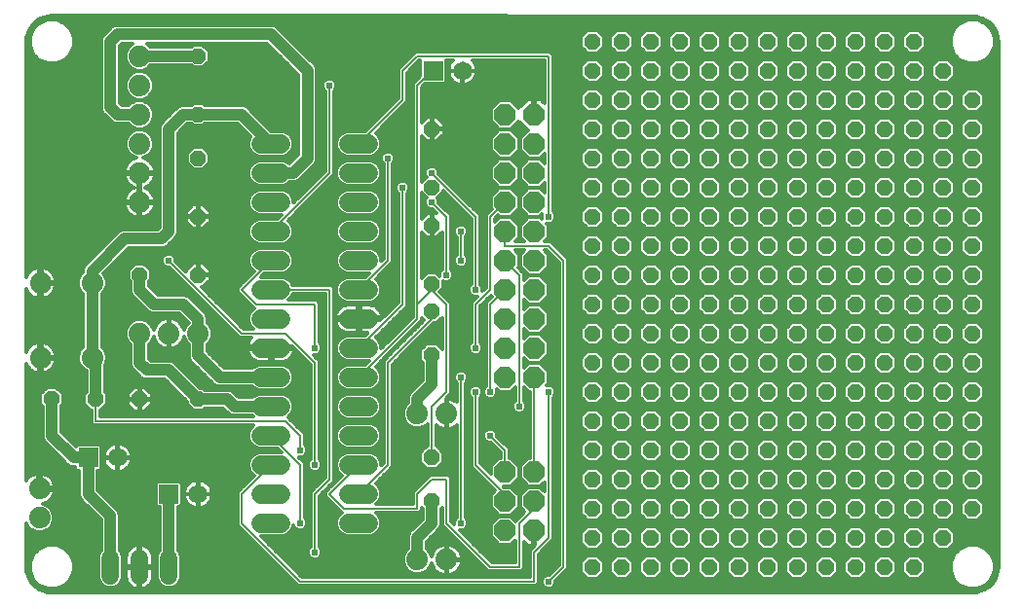
<source format=gbl>
G75*
G70*
%OFA0B0*%
%FSLAX24Y24*%
%IPPOS*%
%LPD*%
%AMOC8*
5,1,8,0,0,1.08239X$1,22.5*
%
%ADD10C,0.0650*%
%ADD11OC8,0.0560*%
%ADD12C,0.0740*%
%ADD13OC8,0.0520*%
%ADD14C,0.0650*%
%ADD15R,0.0650X0.0650*%
%ADD16C,0.0600*%
%ADD17OC8,0.0740*%
%ADD18C,0.0400*%
%ADD19C,0.0238*%
%ADD20C,0.0120*%
%ADD21C,0.0060*%
D10*
X008335Y003000D02*
X008985Y003000D01*
X008985Y004000D02*
X008335Y004000D01*
X008335Y005000D02*
X008985Y005000D01*
X008985Y006000D02*
X008335Y006000D01*
X008335Y007000D02*
X008985Y007000D01*
X008985Y008000D02*
X008335Y008000D01*
X008335Y009000D02*
X008985Y009000D01*
X008985Y010000D02*
X008335Y010000D01*
X008335Y011000D02*
X008985Y011000D01*
X008985Y012000D02*
X008335Y012000D01*
X008335Y013000D02*
X008985Y013000D01*
X008985Y014000D02*
X008335Y014000D01*
X008335Y015000D02*
X008985Y015000D01*
X008985Y016000D02*
X008335Y016000D01*
X011335Y016000D02*
X011985Y016000D01*
X011985Y015000D02*
X011335Y015000D01*
X011335Y014000D02*
X011985Y014000D01*
X011985Y013000D02*
X011335Y013000D01*
X011335Y012000D02*
X011985Y012000D01*
X011985Y011000D02*
X011335Y011000D01*
X011335Y010000D02*
X011985Y010000D01*
X011985Y009000D02*
X011335Y009000D01*
X011335Y008000D02*
X011985Y008000D01*
X011985Y007000D02*
X011335Y007000D01*
X011335Y006000D02*
X011985Y006000D01*
X011985Y005000D02*
X011335Y005000D01*
X011335Y004000D02*
X011985Y004000D01*
X011985Y003000D02*
X011335Y003000D01*
D11*
X014160Y003750D03*
X014160Y005250D03*
X014160Y008750D03*
X014160Y010250D03*
X019660Y010500D03*
X020660Y010500D03*
X021660Y010500D03*
X022660Y010500D03*
X023660Y010500D03*
X024660Y010500D03*
X025660Y010500D03*
X026660Y010500D03*
X027660Y010500D03*
X028660Y010500D03*
X029660Y010500D03*
X030660Y010500D03*
X031660Y010500D03*
X032660Y010500D03*
X032660Y009500D03*
X031660Y009500D03*
X030660Y009500D03*
X029660Y009500D03*
X028660Y009500D03*
X027660Y009500D03*
X026660Y009500D03*
X025660Y009500D03*
X024660Y009500D03*
X023660Y009500D03*
X022660Y009500D03*
X021660Y009500D03*
X020660Y009500D03*
X019660Y009500D03*
X019660Y008500D03*
X020660Y008500D03*
X021660Y008500D03*
X022660Y008500D03*
X023660Y008500D03*
X024660Y008500D03*
X025660Y008500D03*
X026660Y008500D03*
X027660Y008500D03*
X028660Y008500D03*
X029660Y008500D03*
X030660Y008500D03*
X031660Y008500D03*
X032660Y008500D03*
X032660Y007500D03*
X031660Y007500D03*
X030660Y007500D03*
X029660Y007500D03*
X028660Y007500D03*
X027660Y007500D03*
X026660Y007500D03*
X025660Y007500D03*
X024660Y007500D03*
X023660Y007500D03*
X022660Y007500D03*
X021660Y007500D03*
X020660Y007500D03*
X019660Y007500D03*
X019660Y006500D03*
X020660Y006500D03*
X021660Y006500D03*
X022660Y006500D03*
X023660Y006500D03*
X024660Y006500D03*
X025660Y006500D03*
X026660Y006500D03*
X027660Y006500D03*
X028660Y006500D03*
X029660Y006500D03*
X030660Y006500D03*
X031660Y006500D03*
X032660Y006500D03*
X032660Y005500D03*
X031660Y005500D03*
X030660Y005500D03*
X029660Y005500D03*
X028660Y005500D03*
X027660Y005500D03*
X026660Y005500D03*
X025660Y005500D03*
X024660Y005500D03*
X023660Y005500D03*
X022660Y005500D03*
X021660Y005500D03*
X020660Y005500D03*
X019660Y005500D03*
X019660Y004500D03*
X020660Y004500D03*
X021660Y004500D03*
X022660Y004500D03*
X023660Y004500D03*
X024660Y004500D03*
X025660Y004500D03*
X026660Y004500D03*
X027660Y004500D03*
X028660Y004500D03*
X029660Y004500D03*
X030660Y004500D03*
X031660Y004500D03*
X032660Y004500D03*
X032660Y003500D03*
X031660Y003500D03*
X030660Y003500D03*
X029660Y003500D03*
X028660Y003500D03*
X027660Y003500D03*
X026660Y003500D03*
X025660Y003500D03*
X024660Y003500D03*
X023660Y003500D03*
X022660Y003500D03*
X021660Y003500D03*
X020660Y003500D03*
X019660Y003500D03*
X019660Y002500D03*
X020660Y002500D03*
X021660Y002500D03*
X022660Y002500D03*
X023660Y002500D03*
X024660Y002500D03*
X025660Y002500D03*
X026660Y002500D03*
X027660Y002500D03*
X028660Y002500D03*
X029660Y002500D03*
X030660Y002500D03*
X031660Y002500D03*
X030660Y001500D03*
X029660Y001500D03*
X028660Y001500D03*
X027660Y001500D03*
X026660Y001500D03*
X025660Y001500D03*
X024660Y001500D03*
X023660Y001500D03*
X022660Y001500D03*
X021660Y001500D03*
X020660Y001500D03*
X019660Y001500D03*
X019660Y011500D03*
X020660Y011500D03*
X021660Y011500D03*
X022660Y011500D03*
X023660Y011500D03*
X024660Y011500D03*
X025660Y011500D03*
X026660Y011500D03*
X027660Y011500D03*
X028660Y011500D03*
X029660Y011500D03*
X030660Y011500D03*
X031660Y011500D03*
X032660Y011500D03*
X032660Y012500D03*
X031660Y012500D03*
X030660Y012500D03*
X029660Y012500D03*
X028660Y012500D03*
X027660Y012500D03*
X026660Y012500D03*
X025660Y012500D03*
X024660Y012500D03*
X023660Y012500D03*
X022660Y012500D03*
X021660Y012500D03*
X020660Y012500D03*
X019660Y012500D03*
X019660Y013500D03*
X020660Y013500D03*
X021660Y013500D03*
X022660Y013500D03*
X023660Y013500D03*
X024660Y013500D03*
X025660Y013500D03*
X026660Y013500D03*
X027660Y013500D03*
X028660Y013500D03*
X029660Y013500D03*
X030660Y013500D03*
X031660Y013500D03*
X032660Y013500D03*
X032660Y014500D03*
X031660Y014500D03*
X030660Y014500D03*
X029660Y014500D03*
X028660Y014500D03*
X027660Y014500D03*
X026660Y014500D03*
X025660Y014500D03*
X024660Y014500D03*
X023660Y014500D03*
X022660Y014500D03*
X021660Y014500D03*
X020660Y014500D03*
X019660Y014500D03*
X019660Y015500D03*
X020660Y015500D03*
X021660Y015500D03*
X022660Y015500D03*
X023660Y015500D03*
X024660Y015500D03*
X025660Y015500D03*
X026660Y015500D03*
X027660Y015500D03*
X028660Y015500D03*
X029660Y015500D03*
X030660Y015500D03*
X031660Y015500D03*
X032660Y015500D03*
X032660Y016500D03*
X031660Y016500D03*
X030660Y016500D03*
X029660Y016500D03*
X028660Y016500D03*
X027660Y016500D03*
X026660Y016500D03*
X025660Y016500D03*
X024660Y016500D03*
X023660Y016500D03*
X022660Y016500D03*
X021660Y016500D03*
X020660Y016500D03*
X019660Y016500D03*
X019660Y017500D03*
X020660Y017500D03*
X021660Y017500D03*
X022660Y017500D03*
X023660Y017500D03*
X024660Y017500D03*
X025660Y017500D03*
X026660Y017500D03*
X027660Y017500D03*
X028660Y017500D03*
X029660Y017500D03*
X030660Y017500D03*
X031660Y017500D03*
X032660Y017500D03*
X031660Y018500D03*
X030660Y018500D03*
X029660Y018500D03*
X028660Y018500D03*
X027660Y018500D03*
X026660Y018500D03*
X025660Y018500D03*
X024660Y018500D03*
X023660Y018500D03*
X022660Y018500D03*
X021660Y018500D03*
X020660Y018500D03*
X019660Y018500D03*
X019660Y019500D03*
X020660Y019500D03*
X021660Y019500D03*
X022660Y019500D03*
X023660Y019500D03*
X024660Y019500D03*
X025660Y019500D03*
X026660Y019500D03*
X027660Y019500D03*
X028660Y019500D03*
X029660Y019500D03*
X030660Y019500D03*
X002660Y007250D03*
X001160Y007250D03*
D12*
X000770Y008670D03*
X002550Y008670D03*
X004160Y009500D03*
X005160Y009500D03*
X006160Y009500D03*
X002550Y011230D03*
X000770Y011230D03*
X004160Y014000D03*
X004160Y015000D03*
X004160Y016000D03*
X004160Y017000D03*
X004160Y018000D03*
X004160Y019000D03*
X013660Y006750D03*
X014660Y006750D03*
X014660Y001750D03*
X013660Y001750D03*
X000736Y003186D03*
X000736Y004186D03*
D13*
X004160Y007250D03*
X006160Y007250D03*
X006160Y011500D03*
X004160Y011500D03*
X006160Y013500D03*
X006160Y015500D03*
X006160Y017000D03*
X006160Y019000D03*
X014160Y016500D03*
X014160Y014500D03*
X014160Y013200D03*
X014160Y011200D03*
D14*
X003410Y005250D03*
X006160Y004000D03*
X015210Y018500D03*
D15*
X014210Y018500D03*
X002410Y005250D03*
X005160Y004000D03*
D16*
X005160Y001800D02*
X005160Y001200D01*
X004160Y001200D02*
X004160Y001800D01*
X003160Y001800D02*
X003160Y001200D01*
D17*
X016660Y002750D03*
X017660Y002750D03*
X017660Y003750D03*
X016660Y003750D03*
X016660Y004750D03*
X017660Y004750D03*
X017660Y008000D03*
X016660Y008000D03*
X016660Y009000D03*
X017660Y009000D03*
X017660Y010000D03*
X016660Y010000D03*
X016660Y011000D03*
X017660Y011000D03*
X017660Y012000D03*
X016660Y012000D03*
X016660Y013000D03*
X017660Y013000D03*
X017660Y014000D03*
X016660Y014000D03*
X016660Y015000D03*
X017660Y015000D03*
X017660Y016000D03*
X016660Y016000D03*
X016660Y017000D03*
X017660Y017000D03*
D18*
X009910Y015500D02*
X009910Y018500D01*
X008660Y019750D01*
X003410Y019750D01*
X003160Y019500D01*
X003160Y017250D01*
X003410Y017000D01*
X004160Y017000D01*
X005160Y016500D02*
X005660Y017000D01*
X006160Y017000D01*
X007660Y017000D01*
X008660Y016000D01*
X009410Y015000D02*
X009910Y015500D01*
X009410Y015000D02*
X008660Y015000D01*
X005160Y016500D02*
X005160Y013000D01*
X004910Y012750D01*
X003660Y012750D01*
X002550Y011640D01*
X002550Y011230D01*
X002550Y008670D01*
X002660Y008560D01*
X002660Y007250D01*
X001160Y007250D02*
X001160Y006000D01*
X001910Y005250D01*
X002410Y005250D01*
X002410Y004000D01*
X003160Y003250D01*
X003160Y001500D01*
X005160Y001500D02*
X005160Y004000D01*
X007410Y007000D02*
X007160Y007250D01*
X006160Y007250D01*
X005160Y008250D01*
X004410Y008250D01*
X004160Y008500D01*
X004160Y009500D01*
X004660Y010500D02*
X004160Y011000D01*
X004160Y011500D01*
X004660Y010500D02*
X005660Y010500D01*
X006160Y010000D01*
X006160Y009500D01*
X006160Y008750D01*
X006910Y008000D01*
X008660Y008000D01*
X008660Y007000D02*
X007410Y007000D01*
X013660Y006750D02*
X013660Y007250D01*
X014160Y007750D01*
X014160Y008750D01*
X014160Y003750D02*
X014160Y003000D01*
X013660Y002500D01*
X013660Y001750D01*
X006160Y019000D02*
X004160Y019000D01*
D19*
X010660Y018750D03*
X011160Y018750D03*
X011660Y018750D03*
X012160Y018750D03*
X010660Y018000D03*
X013260Y016550D03*
X012660Y015500D03*
X014160Y015000D03*
X013160Y014500D03*
X014160Y014000D03*
X015160Y013000D03*
X015160Y012000D03*
X014660Y011500D03*
X015660Y011000D03*
X015660Y009000D03*
X015160Y008000D03*
X015660Y007500D03*
X016160Y007500D03*
X017160Y007000D03*
X018160Y007500D03*
X016160Y006000D03*
X015160Y003000D03*
X018160Y001000D03*
X010160Y002000D03*
X009660Y003000D03*
X010160Y005000D03*
X009660Y005500D03*
X010160Y009000D03*
X005160Y012000D03*
X014910Y016500D03*
X015410Y016500D03*
X015910Y016500D03*
X018660Y016500D03*
X018660Y015500D03*
X018660Y014500D03*
X018160Y013500D03*
D20*
X000760Y000716D02*
X000538Y000878D01*
X000376Y001100D01*
X000291Y001362D01*
X000280Y001500D01*
X000280Y003006D01*
X000321Y002909D01*
X000458Y002771D01*
X000639Y002696D01*
X000833Y002696D01*
X001014Y002771D01*
X001151Y002909D01*
X001226Y003089D01*
X001226Y003284D01*
X001151Y003464D01*
X001014Y003601D01*
X000853Y003668D01*
X000860Y003669D01*
X000939Y003695D01*
X001014Y003733D01*
X001081Y003782D01*
X001140Y003841D01*
X001189Y003908D01*
X001227Y003983D01*
X001253Y004062D01*
X001266Y004144D01*
X001266Y004146D01*
X000776Y004146D01*
X000776Y004226D01*
X001266Y004226D01*
X001266Y004228D01*
X001253Y004310D01*
X001227Y004390D01*
X001189Y004464D01*
X001140Y004531D01*
X001081Y004590D01*
X001014Y004639D01*
X000939Y004677D01*
X000860Y004703D01*
X000778Y004716D01*
X000776Y004716D01*
X000776Y004226D01*
X000696Y004226D01*
X000696Y004716D01*
X000694Y004716D01*
X000612Y004703D01*
X000533Y004677D01*
X000458Y004639D01*
X000391Y004590D01*
X000332Y004531D01*
X000283Y004464D01*
X000280Y004459D01*
X000280Y008464D01*
X000317Y008392D01*
X000366Y008325D01*
X000425Y008266D01*
X000492Y008217D01*
X000567Y008179D01*
X000646Y008153D01*
X000728Y008140D01*
X000730Y008140D01*
X000730Y008630D01*
X000810Y008630D01*
X000810Y008710D01*
X000730Y008710D01*
X000730Y009200D01*
X000728Y009200D01*
X000646Y009187D01*
X000567Y009161D01*
X000492Y009123D01*
X000425Y009074D01*
X000366Y009015D01*
X000317Y008948D01*
X000280Y008876D01*
X000280Y011024D01*
X000317Y010952D01*
X000366Y010885D01*
X000425Y010826D01*
X000492Y010777D01*
X000567Y010739D01*
X000646Y010713D01*
X000728Y010700D01*
X000730Y010700D01*
X000730Y011190D01*
X000810Y011190D01*
X000810Y011270D01*
X000730Y011270D01*
X000730Y011760D01*
X000728Y011760D01*
X000646Y011747D01*
X000567Y011721D01*
X000492Y011683D01*
X000425Y011634D01*
X000366Y011575D01*
X000317Y011508D01*
X000280Y011436D01*
X000280Y019500D01*
X000291Y019637D01*
X000376Y019899D01*
X000538Y020122D01*
X000761Y020284D01*
X001023Y020369D01*
X001160Y020380D01*
X032610Y020374D01*
X032660Y020374D01*
X032798Y020363D01*
X033060Y020278D01*
X033282Y020116D01*
X033444Y019894D01*
X033529Y019632D01*
X033540Y019494D01*
X033540Y001500D01*
X033529Y001362D01*
X033444Y001100D01*
X033282Y000878D01*
X033060Y000716D01*
X032798Y000631D01*
X032660Y000620D01*
X001160Y000620D01*
X001022Y000631D01*
X000760Y000716D01*
X000731Y000737D02*
X033089Y000737D01*
X033064Y000856D02*
X033252Y000856D01*
X033195Y000974D02*
X033352Y000974D01*
X033296Y001075D02*
X033410Y001351D01*
X033410Y001649D01*
X033296Y001925D01*
X033085Y002136D01*
X032809Y002250D01*
X032511Y002250D01*
X032235Y002136D01*
X032024Y001925D01*
X031910Y001649D01*
X031910Y001351D01*
X032024Y001075D01*
X032235Y000864D01*
X032511Y000750D01*
X032809Y000750D01*
X033085Y000864D01*
X033296Y001075D01*
X033303Y001093D02*
X033438Y001093D01*
X033480Y001211D02*
X033352Y001211D01*
X033401Y001330D02*
X033518Y001330D01*
X033536Y001448D02*
X033410Y001448D01*
X033410Y001567D02*
X033540Y001567D01*
X033540Y001685D02*
X033395Y001685D01*
X033346Y001804D02*
X033540Y001804D01*
X033540Y001922D02*
X033297Y001922D01*
X033180Y002041D02*
X033540Y002041D01*
X033540Y002159D02*
X033029Y002159D01*
X033540Y002278D02*
X032003Y002278D01*
X032060Y002334D02*
X031826Y002100D01*
X031494Y002100D01*
X031260Y002334D01*
X031260Y002666D01*
X031494Y002900D01*
X031826Y002900D01*
X032060Y002666D01*
X032060Y002334D01*
X032060Y002396D02*
X033540Y002396D01*
X033540Y002515D02*
X032060Y002515D01*
X032060Y002633D02*
X033540Y002633D01*
X033540Y002752D02*
X031974Y002752D01*
X031856Y002870D02*
X033540Y002870D01*
X033540Y002989D02*
X018810Y002989D01*
X018810Y003107D02*
X019487Y003107D01*
X019494Y003100D02*
X019826Y003100D01*
X020060Y003334D01*
X020060Y003666D01*
X019826Y003900D01*
X019494Y003900D01*
X019260Y003666D01*
X019260Y003334D01*
X019494Y003100D01*
X019369Y003226D02*
X018810Y003226D01*
X018810Y003344D02*
X019260Y003344D01*
X019260Y003463D02*
X018810Y003463D01*
X018810Y003581D02*
X019260Y003581D01*
X019294Y003700D02*
X018810Y003700D01*
X018810Y003818D02*
X019412Y003818D01*
X019494Y004100D02*
X019826Y004100D01*
X020060Y004334D01*
X020060Y004666D01*
X019826Y004900D01*
X019494Y004900D01*
X019260Y004666D01*
X019260Y004334D01*
X019494Y004100D01*
X019421Y004174D02*
X018810Y004174D01*
X018810Y004292D02*
X019302Y004292D01*
X019260Y004411D02*
X018810Y004411D01*
X018810Y004529D02*
X019260Y004529D01*
X019260Y004648D02*
X018810Y004648D01*
X018810Y004766D02*
X019360Y004766D01*
X019479Y004885D02*
X018810Y004885D01*
X018810Y005003D02*
X033540Y005003D01*
X033540Y004885D02*
X032841Y004885D01*
X032826Y004900D02*
X032494Y004900D01*
X032260Y004666D01*
X032260Y004334D01*
X032494Y004100D01*
X032826Y004100D01*
X033060Y004334D01*
X033060Y004666D01*
X032826Y004900D01*
X032960Y004766D02*
X033540Y004766D01*
X033540Y004648D02*
X033060Y004648D01*
X033060Y004529D02*
X033540Y004529D01*
X033540Y004411D02*
X033060Y004411D01*
X033018Y004292D02*
X033540Y004292D01*
X033540Y004174D02*
X032899Y004174D01*
X032826Y003900D02*
X032494Y003900D01*
X032260Y003666D01*
X032260Y003334D01*
X032494Y003100D01*
X032826Y003100D01*
X033060Y003334D01*
X033060Y003666D01*
X032826Y003900D01*
X032908Y003818D02*
X033540Y003818D01*
X033540Y003700D02*
X033026Y003700D01*
X033060Y003581D02*
X033540Y003581D01*
X033540Y003463D02*
X033060Y003463D01*
X033060Y003344D02*
X033540Y003344D01*
X033540Y003226D02*
X032951Y003226D01*
X032833Y003107D02*
X033540Y003107D01*
X032487Y003107D02*
X031833Y003107D01*
X031826Y003100D02*
X032060Y003334D01*
X032060Y003666D01*
X031826Y003900D01*
X031494Y003900D01*
X031260Y003666D01*
X031260Y003334D01*
X031494Y003100D01*
X031826Y003100D01*
X031951Y003226D02*
X032369Y003226D01*
X032260Y003344D02*
X032060Y003344D01*
X032060Y003463D02*
X032260Y003463D01*
X032260Y003581D02*
X032060Y003581D01*
X032026Y003700D02*
X032294Y003700D01*
X032412Y003818D02*
X031908Y003818D01*
X031826Y004100D02*
X031494Y004100D01*
X031260Y004334D01*
X031260Y004666D01*
X031494Y004900D01*
X031826Y004900D01*
X032060Y004666D01*
X032060Y004334D01*
X031826Y004100D01*
X031899Y004174D02*
X032421Y004174D01*
X032302Y004292D02*
X032018Y004292D01*
X032060Y004411D02*
X032260Y004411D01*
X032260Y004529D02*
X032060Y004529D01*
X032060Y004648D02*
X032260Y004648D01*
X032360Y004766D02*
X031960Y004766D01*
X031841Y004885D02*
X032479Y004885D01*
X032494Y005100D02*
X032826Y005100D01*
X033060Y005334D01*
X033060Y005666D01*
X032826Y005900D01*
X032494Y005900D01*
X032260Y005666D01*
X032260Y005334D01*
X032494Y005100D01*
X032473Y005122D02*
X031847Y005122D01*
X031826Y005100D02*
X032060Y005334D01*
X032060Y005666D01*
X031826Y005900D01*
X031494Y005900D01*
X031260Y005666D01*
X031260Y005334D01*
X031494Y005100D01*
X031826Y005100D01*
X031966Y005240D02*
X032354Y005240D01*
X032260Y005359D02*
X032060Y005359D01*
X032060Y005477D02*
X032260Y005477D01*
X032260Y005596D02*
X032060Y005596D01*
X032012Y005714D02*
X032308Y005714D01*
X032427Y005833D02*
X031893Y005833D01*
X031826Y006100D02*
X031494Y006100D01*
X031260Y006334D01*
X031260Y006666D01*
X031494Y006900D01*
X031826Y006900D01*
X032060Y006666D01*
X032060Y006334D01*
X031826Y006100D01*
X031914Y006188D02*
X032406Y006188D01*
X032494Y006100D02*
X032260Y006334D01*
X032260Y006666D01*
X032494Y006900D01*
X032826Y006900D01*
X033060Y006666D01*
X033060Y006334D01*
X032826Y006100D01*
X032494Y006100D01*
X032288Y006307D02*
X032032Y006307D01*
X032060Y006425D02*
X032260Y006425D01*
X032260Y006544D02*
X032060Y006544D01*
X032060Y006662D02*
X032260Y006662D01*
X032375Y006781D02*
X031945Y006781D01*
X031827Y006899D02*
X032493Y006899D01*
X032494Y007100D02*
X032826Y007100D01*
X033060Y007334D01*
X033060Y007666D01*
X032826Y007900D01*
X032494Y007900D01*
X032260Y007666D01*
X032260Y007334D01*
X032494Y007100D01*
X032458Y007136D02*
X031862Y007136D01*
X031826Y007100D02*
X032060Y007334D01*
X032060Y007666D01*
X031826Y007900D01*
X031494Y007900D01*
X031260Y007666D01*
X031260Y007334D01*
X031494Y007100D01*
X031826Y007100D01*
X031980Y007255D02*
X032340Y007255D01*
X032260Y007373D02*
X032060Y007373D01*
X032060Y007492D02*
X032260Y007492D01*
X032260Y007610D02*
X032060Y007610D01*
X031997Y007729D02*
X032323Y007729D01*
X032441Y007847D02*
X031879Y007847D01*
X031826Y008100D02*
X031494Y008100D01*
X031260Y008334D01*
X031260Y008666D01*
X031494Y008900D01*
X031826Y008900D01*
X032060Y008666D01*
X032060Y008334D01*
X031826Y008100D01*
X031928Y008203D02*
X032392Y008203D01*
X032494Y008100D02*
X032260Y008334D01*
X032260Y008666D01*
X032494Y008900D01*
X032826Y008900D01*
X033060Y008666D01*
X033060Y008334D01*
X032826Y008100D01*
X032494Y008100D01*
X032273Y008321D02*
X032047Y008321D01*
X032060Y008440D02*
X032260Y008440D01*
X032260Y008558D02*
X032060Y008558D01*
X032049Y008677D02*
X032271Y008677D01*
X032389Y008795D02*
X031931Y008795D01*
X031826Y009100D02*
X031494Y009100D01*
X031260Y009334D01*
X031260Y009666D01*
X031494Y009900D01*
X031826Y009900D01*
X032060Y009666D01*
X032060Y009334D01*
X031826Y009100D01*
X031876Y009151D02*
X032444Y009151D01*
X032494Y009100D02*
X032260Y009334D01*
X032260Y009666D01*
X032494Y009900D01*
X032826Y009900D01*
X033060Y009666D01*
X033060Y009334D01*
X032826Y009100D01*
X032494Y009100D01*
X032325Y009269D02*
X031995Y009269D01*
X032060Y009388D02*
X032260Y009388D01*
X032260Y009506D02*
X032060Y009506D01*
X032060Y009625D02*
X032260Y009625D01*
X032337Y009743D02*
X031983Y009743D01*
X031864Y009862D02*
X032456Y009862D01*
X032494Y010100D02*
X032826Y010100D01*
X033060Y010334D01*
X033060Y010666D01*
X032826Y010900D01*
X032494Y010900D01*
X032260Y010666D01*
X032260Y010334D01*
X032494Y010100D01*
X032377Y010217D02*
X031943Y010217D01*
X031826Y010100D02*
X032060Y010334D01*
X032060Y010666D01*
X031826Y010900D01*
X031494Y010900D01*
X031260Y010666D01*
X031260Y010334D01*
X031494Y010100D01*
X031826Y010100D01*
X031456Y009862D02*
X030864Y009862D01*
X030826Y009900D02*
X030494Y009900D01*
X030260Y009666D01*
X030260Y009334D01*
X030494Y009100D01*
X030826Y009100D01*
X031060Y009334D01*
X031060Y009666D01*
X030826Y009900D01*
X030826Y010100D02*
X030494Y010100D01*
X030260Y010334D01*
X030260Y010666D01*
X030494Y010900D01*
X030826Y010900D01*
X031060Y010666D01*
X031060Y010334D01*
X030826Y010100D01*
X030943Y010217D02*
X031377Y010217D01*
X031260Y010336D02*
X031060Y010336D01*
X031060Y010454D02*
X031260Y010454D01*
X031260Y010573D02*
X031060Y010573D01*
X031035Y010691D02*
X031285Y010691D01*
X031404Y010810D02*
X030916Y010810D01*
X030826Y011100D02*
X030494Y011100D01*
X030260Y011334D01*
X030260Y011666D01*
X030494Y011900D01*
X030826Y011900D01*
X031060Y011666D01*
X031060Y011334D01*
X030826Y011100D01*
X030891Y011165D02*
X031429Y011165D01*
X031494Y011100D02*
X031260Y011334D01*
X031260Y011666D01*
X031494Y011900D01*
X031826Y011900D01*
X032060Y011666D01*
X032060Y011334D01*
X031826Y011100D01*
X031494Y011100D01*
X031311Y011284D02*
X031009Y011284D01*
X031060Y011402D02*
X031260Y011402D01*
X031260Y011521D02*
X031060Y011521D01*
X031060Y011639D02*
X031260Y011639D01*
X031352Y011758D02*
X030968Y011758D01*
X030850Y011876D02*
X031470Y011876D01*
X031494Y012100D02*
X031826Y012100D01*
X032060Y012334D01*
X032060Y012666D01*
X031826Y012900D01*
X031494Y012900D01*
X031260Y012666D01*
X031260Y012334D01*
X031494Y012100D01*
X031481Y012113D02*
X030839Y012113D01*
X030826Y012100D02*
X031060Y012334D01*
X031060Y012666D01*
X030826Y012900D01*
X030494Y012900D01*
X030260Y012666D01*
X030260Y012334D01*
X030494Y012100D01*
X030826Y012100D01*
X030957Y012232D02*
X031363Y012232D01*
X031260Y012350D02*
X031060Y012350D01*
X031060Y012469D02*
X031260Y012469D01*
X031260Y012587D02*
X031060Y012587D01*
X031020Y012706D02*
X031300Y012706D01*
X031418Y012824D02*
X030902Y012824D01*
X030826Y013100D02*
X030494Y013100D01*
X030260Y013334D01*
X030260Y013666D01*
X030494Y013900D01*
X030826Y013900D01*
X031060Y013666D01*
X031060Y013334D01*
X030826Y013100D01*
X030905Y013180D02*
X031415Y013180D01*
X031494Y013100D02*
X031260Y013334D01*
X031260Y013666D01*
X031494Y013900D01*
X031826Y013900D01*
X032060Y013666D01*
X032060Y013334D01*
X031826Y013100D01*
X031494Y013100D01*
X031296Y013298D02*
X031024Y013298D01*
X031060Y013417D02*
X031260Y013417D01*
X031260Y013535D02*
X031060Y013535D01*
X031060Y013654D02*
X031260Y013654D01*
X031366Y013772D02*
X030954Y013772D01*
X030835Y013891D02*
X031485Y013891D01*
X031494Y014100D02*
X031826Y014100D01*
X032060Y014334D01*
X032060Y014666D01*
X031826Y014900D01*
X031494Y014900D01*
X031260Y014666D01*
X031260Y014334D01*
X031494Y014100D01*
X031467Y014128D02*
X030853Y014128D01*
X030826Y014100D02*
X031060Y014334D01*
X031060Y014666D01*
X030826Y014900D01*
X030494Y014900D01*
X030260Y014666D01*
X030260Y014334D01*
X030494Y014100D01*
X030826Y014100D01*
X030972Y014246D02*
X031348Y014246D01*
X031260Y014365D02*
X031060Y014365D01*
X031060Y014483D02*
X031260Y014483D01*
X031260Y014602D02*
X031060Y014602D01*
X031006Y014720D02*
X031314Y014720D01*
X031433Y014839D02*
X030887Y014839D01*
X030826Y015100D02*
X030494Y015100D01*
X030260Y015334D01*
X030260Y015666D01*
X030494Y015900D01*
X030826Y015900D01*
X031060Y015666D01*
X031060Y015334D01*
X030826Y015100D01*
X030920Y015194D02*
X031400Y015194D01*
X031494Y015100D02*
X031260Y015334D01*
X031260Y015666D01*
X031494Y015900D01*
X031826Y015900D01*
X032060Y015666D01*
X032060Y015334D01*
X031826Y015100D01*
X031494Y015100D01*
X031282Y015313D02*
X031038Y015313D01*
X031060Y015431D02*
X031260Y015431D01*
X031260Y015550D02*
X031060Y015550D01*
X031058Y015668D02*
X031262Y015668D01*
X031381Y015787D02*
X030939Y015787D01*
X030826Y016100D02*
X030494Y016100D01*
X030260Y016334D01*
X030260Y016666D01*
X030494Y016900D01*
X030826Y016900D01*
X031060Y016666D01*
X031060Y016334D01*
X030826Y016100D01*
X030868Y016142D02*
X031452Y016142D01*
X031494Y016100D02*
X031260Y016334D01*
X031260Y016666D01*
X031494Y016900D01*
X031826Y016900D01*
X032060Y016666D01*
X032060Y016334D01*
X031826Y016100D01*
X031494Y016100D01*
X031334Y016261D02*
X030986Y016261D01*
X031060Y016379D02*
X031260Y016379D01*
X031260Y016498D02*
X031060Y016498D01*
X031060Y016616D02*
X031260Y016616D01*
X031329Y016735D02*
X030991Y016735D01*
X030873Y016853D02*
X031447Y016853D01*
X031494Y017100D02*
X031826Y017100D01*
X032060Y017334D01*
X032060Y017666D01*
X031826Y017900D01*
X031494Y017900D01*
X031260Y017666D01*
X031260Y017334D01*
X031494Y017100D01*
X031386Y017209D02*
X030934Y017209D01*
X030826Y017100D02*
X031060Y017334D01*
X031060Y017666D01*
X030826Y017900D01*
X030494Y017900D01*
X030260Y017666D01*
X030260Y017334D01*
X030494Y017100D01*
X030826Y017100D01*
X031053Y017327D02*
X031267Y017327D01*
X031260Y017446D02*
X031060Y017446D01*
X031060Y017564D02*
X031260Y017564D01*
X031277Y017683D02*
X031043Y017683D01*
X030925Y017801D02*
X031395Y017801D01*
X031494Y018100D02*
X031826Y018100D01*
X032060Y018334D01*
X032060Y018666D01*
X031826Y018900D01*
X031494Y018900D01*
X031260Y018666D01*
X031260Y018334D01*
X031494Y018100D01*
X031438Y018157D02*
X030882Y018157D01*
X030826Y018100D02*
X031060Y018334D01*
X031060Y018666D01*
X030826Y018900D01*
X030494Y018900D01*
X030260Y018666D01*
X030260Y018334D01*
X030494Y018100D01*
X030826Y018100D01*
X031001Y018275D02*
X031319Y018275D01*
X031260Y018394D02*
X031060Y018394D01*
X031060Y018512D02*
X031260Y018512D01*
X031260Y018631D02*
X031060Y018631D01*
X030977Y018749D02*
X031343Y018749D01*
X031462Y018868D02*
X030858Y018868D01*
X030826Y019100D02*
X030494Y019100D01*
X030260Y019334D01*
X030260Y019666D01*
X030494Y019900D01*
X030826Y019900D01*
X031060Y019666D01*
X031060Y019334D01*
X030826Y019100D01*
X030830Y019105D02*
X032012Y019105D01*
X032024Y019075D02*
X032235Y018864D01*
X032511Y018750D01*
X032809Y018750D01*
X033085Y018864D01*
X033296Y019075D01*
X033410Y019351D01*
X033410Y019649D01*
X033296Y019925D01*
X033085Y020136D01*
X032809Y020250D01*
X032511Y020250D01*
X032235Y020136D01*
X032024Y019925D01*
X031910Y019649D01*
X031910Y019351D01*
X032024Y019075D01*
X032113Y018986D02*
X018310Y018986D01*
X018310Y019062D02*
X018222Y019150D01*
X013598Y019150D01*
X013510Y019062D01*
X013010Y018562D01*
X013010Y017562D01*
X011893Y016445D01*
X011247Y016445D01*
X011083Y016377D01*
X010958Y016252D01*
X010890Y016088D01*
X010890Y015912D01*
X010958Y015748D01*
X011083Y015623D01*
X011247Y015555D01*
X012073Y015555D01*
X012237Y015623D01*
X012362Y015748D01*
X012430Y015912D01*
X012430Y016088D01*
X012362Y016252D01*
X012243Y016371D01*
X013222Y017350D01*
X013310Y017438D01*
X013310Y018438D01*
X013722Y018850D01*
X013765Y018850D01*
X013765Y018317D01*
X013510Y018062D01*
X013510Y010062D01*
X012430Y008982D01*
X012430Y009088D01*
X012362Y009252D01*
X012243Y009371D01*
X013310Y010438D01*
X013310Y014312D01*
X013363Y014365D01*
X013399Y014452D01*
X013399Y014548D01*
X013363Y014635D01*
X013295Y014703D01*
X013208Y014739D01*
X013112Y014739D01*
X013025Y014703D01*
X012957Y014635D01*
X012921Y014548D01*
X012921Y014452D01*
X012957Y014365D01*
X013010Y014312D01*
X013010Y010562D01*
X012400Y009952D01*
X011708Y009952D01*
X011708Y009515D01*
X011963Y009515D01*
X011893Y009445D01*
X011247Y009445D01*
X011083Y009377D01*
X010958Y009252D01*
X010890Y009088D01*
X010890Y008912D01*
X010958Y008748D01*
X011083Y008623D01*
X011247Y008555D01*
X012003Y008555D01*
X011893Y008445D01*
X011247Y008445D01*
X011083Y008377D01*
X010958Y008252D01*
X010890Y008088D01*
X010890Y007912D01*
X010958Y007748D01*
X011083Y007623D01*
X011247Y007555D01*
X012073Y007555D01*
X012237Y007623D01*
X012362Y007748D01*
X012430Y007912D01*
X012430Y008088D01*
X012362Y008252D01*
X012243Y008371D01*
X013722Y009850D01*
X013810Y009938D01*
X013810Y010034D01*
X013896Y009948D01*
X012598Y008650D01*
X012510Y008562D01*
X012510Y005062D01*
X012430Y004982D01*
X012430Y005088D01*
X012362Y005252D01*
X012237Y005377D01*
X012073Y005445D01*
X011247Y005445D01*
X011083Y005377D01*
X010958Y005252D01*
X010890Y005088D01*
X010890Y004912D01*
X010958Y004748D01*
X011077Y004629D01*
X010598Y004150D01*
X010510Y004062D01*
X010510Y003938D01*
X011077Y003371D01*
X010958Y003252D01*
X010890Y003088D01*
X010890Y002912D01*
X010958Y002748D01*
X011083Y002623D01*
X011247Y002555D01*
X012073Y002555D01*
X012237Y002623D01*
X012362Y002748D01*
X012430Y002912D01*
X012430Y003088D01*
X012362Y003252D01*
X012264Y003350D01*
X013722Y003350D01*
X013810Y003438D01*
X013810Y003534D01*
X013840Y003504D01*
X013840Y003133D01*
X013389Y002681D01*
X013340Y002564D01*
X013340Y002123D01*
X013245Y002028D01*
X013170Y001847D01*
X013170Y001653D01*
X013245Y001472D01*
X013382Y001335D01*
X013563Y001260D01*
X013757Y001260D01*
X013938Y001335D01*
X014075Y001472D01*
X014142Y001633D01*
X014143Y001626D01*
X014169Y001547D01*
X014207Y001472D01*
X014256Y001405D01*
X014315Y001346D01*
X014382Y001297D01*
X014457Y001259D01*
X014536Y001233D01*
X014618Y001220D01*
X014640Y001220D01*
X014640Y001730D01*
X014680Y001730D01*
X014680Y001770D01*
X014640Y001770D01*
X014640Y002280D01*
X014618Y002280D01*
X014536Y002267D01*
X014457Y002241D01*
X014382Y002203D01*
X014315Y002154D01*
X014256Y002095D01*
X014207Y002028D01*
X014169Y001953D01*
X014143Y001874D01*
X014142Y001867D01*
X014075Y002028D01*
X013980Y002123D01*
X013980Y002367D01*
X014341Y002729D01*
X014431Y002819D01*
X014480Y002936D01*
X014480Y003504D01*
X014510Y003534D01*
X014510Y002938D01*
X016010Y001438D01*
X016098Y001350D01*
X017222Y001350D01*
X017310Y001438D01*
X017310Y002350D01*
X017440Y002220D01*
X017620Y002220D01*
X017620Y002710D01*
X017700Y002710D01*
X017700Y002252D01*
X017510Y002062D01*
X017510Y001150D01*
X009722Y001150D01*
X008317Y002555D01*
X009073Y002555D01*
X009237Y002623D01*
X009362Y002748D01*
X009430Y002912D01*
X009430Y002932D01*
X009457Y002865D01*
X009525Y002797D01*
X009612Y002761D01*
X009708Y002761D01*
X009795Y002797D01*
X009863Y002865D01*
X009899Y002952D01*
X009899Y003048D01*
X009863Y003135D01*
X009810Y003188D01*
X009810Y005062D01*
X009722Y005150D01*
X009610Y005262D01*
X009612Y005261D01*
X009708Y005261D01*
X009795Y005297D01*
X009863Y005365D01*
X009899Y005452D01*
X009899Y005548D01*
X009863Y005635D01*
X009810Y005688D01*
X009810Y006062D01*
X009310Y006562D01*
X009243Y006629D01*
X009362Y006748D01*
X009430Y006912D01*
X009430Y007088D01*
X009362Y007252D01*
X009237Y007377D01*
X009073Y007445D01*
X008247Y007445D01*
X008083Y007377D01*
X008026Y007320D01*
X007543Y007320D01*
X007431Y007431D01*
X007341Y007521D01*
X007224Y007570D01*
X006377Y007570D01*
X006317Y007630D01*
X006233Y007630D01*
X005431Y008431D01*
X005341Y008521D01*
X005224Y008570D01*
X004543Y008570D01*
X004480Y008633D01*
X004480Y009127D01*
X004575Y009222D01*
X004642Y009383D01*
X004643Y009376D01*
X004669Y009297D01*
X004707Y009222D01*
X004756Y009155D01*
X004815Y009096D01*
X004882Y009047D01*
X004957Y009009D01*
X005036Y008983D01*
X005118Y008970D01*
X005141Y008970D01*
X005141Y009481D01*
X005179Y009481D01*
X005179Y008970D01*
X005202Y008970D01*
X005284Y008983D01*
X005363Y009009D01*
X005438Y009047D01*
X005505Y009096D01*
X005564Y009155D01*
X005613Y009222D01*
X005651Y009297D01*
X005677Y009376D01*
X005678Y009383D01*
X005745Y009222D01*
X005840Y009127D01*
X005840Y008686D01*
X005889Y008569D01*
X005979Y008479D01*
X006729Y007729D01*
X006846Y007680D01*
X008026Y007680D01*
X008083Y007623D01*
X008247Y007555D01*
X009073Y007555D01*
X009237Y007623D01*
X009362Y007748D01*
X009430Y007912D01*
X009430Y008088D01*
X009362Y008252D01*
X009237Y008377D01*
X009073Y008445D01*
X008247Y008445D01*
X008083Y008377D01*
X008026Y008320D01*
X007043Y008320D01*
X006480Y008883D01*
X006480Y009127D01*
X006575Y009222D01*
X006650Y009403D01*
X006650Y009597D01*
X006575Y009778D01*
X006480Y009873D01*
X006480Y010064D01*
X006431Y010181D01*
X005931Y010681D01*
X005841Y010771D01*
X005724Y010820D01*
X004793Y010820D01*
X004480Y011133D01*
X004480Y011283D01*
X004540Y011343D01*
X004540Y011657D01*
X004317Y011880D01*
X004003Y011880D01*
X003780Y011657D01*
X003780Y011343D01*
X003840Y011283D01*
X003840Y010936D01*
X003889Y010819D01*
X003979Y010729D01*
X004479Y010229D01*
X004596Y010180D01*
X005527Y010180D01*
X005837Y009870D01*
X005745Y009778D01*
X005678Y009617D01*
X005677Y009624D01*
X005651Y009703D01*
X005613Y009778D01*
X005564Y009845D01*
X005505Y009904D01*
X005438Y009953D01*
X005363Y009991D01*
X005284Y010017D01*
X005202Y010030D01*
X005179Y010030D01*
X005179Y009519D01*
X005141Y009519D01*
X005141Y010030D01*
X005118Y010030D01*
X005036Y010017D01*
X004957Y009991D01*
X004882Y009953D01*
X004815Y009904D01*
X004756Y009845D01*
X004707Y009778D01*
X004669Y009703D01*
X004643Y009624D01*
X004642Y009617D01*
X004575Y009778D01*
X004438Y009915D01*
X004257Y009990D01*
X004063Y009990D01*
X003882Y009915D01*
X003745Y009778D01*
X003670Y009597D01*
X003670Y009403D01*
X003745Y009222D01*
X003840Y009127D01*
X003840Y008436D01*
X003889Y008319D01*
X003979Y008229D01*
X004229Y007979D01*
X004346Y007930D01*
X005027Y007930D01*
X005780Y007177D01*
X005780Y007093D01*
X006003Y006870D01*
X006317Y006870D01*
X006377Y006930D01*
X007027Y006930D01*
X007229Y006729D01*
X007346Y006680D01*
X008026Y006680D01*
X008056Y006650D01*
X002810Y006650D01*
X002810Y006850D01*
X002826Y006850D01*
X003060Y007084D01*
X003060Y007416D01*
X002980Y007496D01*
X002980Y008428D01*
X003040Y008573D01*
X003040Y008767D01*
X002965Y008948D01*
X002870Y009043D01*
X002870Y010857D01*
X002965Y010952D01*
X003040Y011133D01*
X003040Y011327D01*
X002965Y011508D01*
X002918Y011555D01*
X003793Y012430D01*
X004974Y012430D01*
X005091Y012479D01*
X005341Y012729D01*
X005431Y012819D01*
X005480Y012936D01*
X005480Y016367D01*
X005793Y016680D01*
X005943Y016680D01*
X006003Y016620D01*
X006317Y016620D01*
X006377Y016680D01*
X007527Y016680D01*
X007957Y016250D01*
X007890Y016088D01*
X007890Y015912D01*
X007958Y015748D01*
X008083Y015623D01*
X008247Y015555D01*
X009073Y015555D01*
X009237Y015623D01*
X009362Y015748D01*
X009430Y015912D01*
X009430Y016088D01*
X009362Y016252D01*
X009237Y016377D01*
X009073Y016445D01*
X008668Y016445D01*
X007841Y017271D01*
X007724Y017320D01*
X006377Y017320D01*
X006317Y017380D01*
X006003Y017380D01*
X005943Y017320D01*
X005596Y017320D01*
X005479Y017271D01*
X005389Y017181D01*
X004889Y016681D01*
X004840Y016564D01*
X004840Y013133D01*
X004777Y013070D01*
X003596Y013070D01*
X003479Y013021D01*
X003389Y012931D01*
X002279Y011821D01*
X002230Y011704D01*
X002230Y011603D01*
X002135Y011508D01*
X002060Y011327D01*
X002060Y011133D01*
X002135Y010952D01*
X002230Y010857D01*
X002230Y009043D01*
X002135Y008948D01*
X002060Y008767D01*
X002060Y008573D01*
X002135Y008392D01*
X002272Y008255D01*
X002340Y008227D01*
X002340Y007496D01*
X002260Y007416D01*
X002260Y007084D01*
X002494Y006850D01*
X002510Y006850D01*
X002510Y006438D01*
X002598Y006350D01*
X008056Y006350D01*
X007958Y006252D01*
X007890Y006088D01*
X007890Y005912D01*
X007958Y005748D01*
X008083Y005623D01*
X008247Y005555D01*
X008893Y005555D01*
X009003Y005445D01*
X008247Y005445D01*
X008083Y005377D01*
X007958Y005252D01*
X007890Y005088D01*
X007890Y004912D01*
X007958Y004748D01*
X008077Y004629D01*
X007598Y004150D01*
X007510Y004062D01*
X007510Y002938D01*
X009510Y000938D01*
X009598Y000850D01*
X017722Y000850D01*
X017810Y000938D01*
X017810Y001938D01*
X018222Y002350D01*
X018310Y002438D01*
X018310Y007312D01*
X018363Y007365D01*
X018399Y007452D01*
X018399Y007548D01*
X018363Y007635D01*
X018295Y007703D01*
X018208Y007739D01*
X018112Y007739D01*
X018078Y007725D01*
X018150Y007797D01*
X018150Y008203D01*
X017863Y008490D01*
X017457Y008490D01*
X017310Y008343D01*
X017310Y008657D01*
X017457Y008510D01*
X017863Y008510D01*
X018150Y008797D01*
X018150Y009203D01*
X017863Y009490D01*
X017457Y009490D01*
X017310Y009343D01*
X017310Y009657D01*
X017457Y009510D01*
X017863Y009510D01*
X018150Y009797D01*
X018150Y010203D01*
X017863Y010490D01*
X017457Y010490D01*
X017310Y010343D01*
X017310Y010657D01*
X017457Y010510D01*
X017863Y010510D01*
X018150Y010797D01*
X018150Y011203D01*
X017863Y011490D01*
X017457Y011490D01*
X017310Y011343D01*
X017310Y011562D01*
X017113Y011760D01*
X017150Y011797D01*
X017150Y012203D01*
X017003Y012350D01*
X017317Y012350D01*
X017170Y012203D01*
X017170Y011797D01*
X017457Y011510D01*
X017863Y011510D01*
X018150Y011797D01*
X018150Y012203D01*
X018003Y012350D01*
X018098Y012350D01*
X018510Y011938D01*
X018510Y001562D01*
X018187Y001239D01*
X018112Y001239D01*
X018025Y001203D01*
X017957Y001135D01*
X017921Y001048D01*
X017921Y000952D01*
X017957Y000865D01*
X018025Y000797D01*
X018112Y000761D01*
X018208Y000761D01*
X018295Y000797D01*
X018363Y000865D01*
X018399Y000952D01*
X018399Y001027D01*
X018722Y001350D01*
X018810Y001438D01*
X018810Y012062D01*
X018310Y012562D01*
X018222Y012650D01*
X018003Y012650D01*
X018150Y012797D01*
X018150Y013203D01*
X018078Y013275D01*
X018112Y013261D01*
X018208Y013261D01*
X018295Y013297D01*
X018363Y013365D01*
X018399Y013452D01*
X018399Y013548D01*
X018363Y013635D01*
X018310Y013688D01*
X018310Y019062D01*
X018268Y019105D02*
X019490Y019105D01*
X019494Y019100D02*
X019826Y019100D01*
X020060Y019334D01*
X020060Y019666D01*
X019826Y019900D01*
X019494Y019900D01*
X019260Y019666D01*
X019260Y019334D01*
X019494Y019100D01*
X019371Y019223D02*
X009640Y019223D01*
X009758Y019105D02*
X013552Y019105D01*
X013434Y018986D02*
X009877Y018986D01*
X009995Y018868D02*
X013315Y018868D01*
X013197Y018749D02*
X010114Y018749D01*
X010181Y018681D02*
X010230Y018564D01*
X010230Y015436D01*
X010181Y015319D01*
X010091Y015229D01*
X010091Y015229D01*
X009681Y014819D01*
X009681Y014819D01*
X009591Y014729D01*
X009474Y014680D01*
X009294Y014680D01*
X009237Y014623D01*
X009073Y014555D01*
X008247Y014555D01*
X008083Y014623D01*
X007958Y014748D01*
X007890Y014912D01*
X007890Y015088D01*
X007958Y015252D01*
X008083Y015377D01*
X008247Y015445D01*
X009073Y015445D01*
X009237Y015377D01*
X009286Y015328D01*
X009590Y015633D01*
X009590Y018367D01*
X008527Y019430D01*
X004402Y019430D01*
X004438Y019415D01*
X004533Y019320D01*
X005943Y019320D01*
X006003Y019380D01*
X006317Y019380D01*
X006540Y019157D01*
X006540Y018843D01*
X006317Y018620D01*
X006003Y018620D01*
X005943Y018680D01*
X004533Y018680D01*
X004438Y018585D01*
X004257Y018510D01*
X004063Y018510D01*
X003882Y018585D01*
X003745Y018722D01*
X003670Y018903D01*
X003670Y019097D01*
X003745Y019278D01*
X003882Y019415D01*
X003918Y019430D01*
X003543Y019430D01*
X003480Y019367D01*
X003480Y017383D01*
X003543Y017320D01*
X003787Y017320D01*
X003882Y017415D01*
X004063Y017490D01*
X004257Y017490D01*
X004438Y017415D01*
X004575Y017278D01*
X004650Y017097D01*
X004650Y016903D01*
X004575Y016722D01*
X004438Y016585D01*
X004257Y016510D01*
X004063Y016510D01*
X003882Y016585D01*
X003787Y016680D01*
X003346Y016680D01*
X003229Y016729D01*
X003139Y016819D01*
X002889Y017069D01*
X002840Y017186D01*
X002840Y019564D01*
X002889Y019681D01*
X002979Y019771D01*
X003229Y020021D01*
X003346Y020070D01*
X008724Y020070D01*
X008841Y020021D01*
X008931Y019931D01*
X008931Y019931D01*
X010181Y018681D01*
X010202Y018631D02*
X013078Y018631D01*
X013010Y018512D02*
X010230Y018512D01*
X010230Y018394D02*
X013010Y018394D01*
X013010Y018275D02*
X010230Y018275D01*
X010230Y018157D02*
X010478Y018157D01*
X010457Y018135D02*
X010421Y018048D01*
X010421Y017952D01*
X010457Y017865D01*
X010510Y017812D01*
X010510Y015062D01*
X009430Y013982D01*
X009430Y014088D01*
X009362Y014252D01*
X009237Y014377D01*
X009073Y014445D01*
X008247Y014445D01*
X008083Y014377D01*
X007958Y014252D01*
X007890Y014088D01*
X007890Y013912D01*
X007958Y013748D01*
X008083Y013623D01*
X008247Y013555D01*
X009003Y013555D01*
X008893Y013445D01*
X008247Y013445D01*
X008083Y013377D01*
X007958Y013252D01*
X007890Y013088D01*
X007890Y012912D01*
X007958Y012748D01*
X008083Y012623D01*
X008247Y012555D01*
X009073Y012555D01*
X009237Y012623D01*
X009362Y012748D01*
X009430Y012912D01*
X009430Y013088D01*
X009362Y013252D01*
X009243Y013371D01*
X010722Y014850D01*
X010810Y014938D01*
X010810Y017812D01*
X010863Y017865D01*
X010899Y017952D01*
X010899Y018048D01*
X010863Y018135D01*
X010795Y018203D01*
X010708Y018239D01*
X010612Y018239D01*
X010525Y018203D01*
X010457Y018135D01*
X010421Y018038D02*
X010230Y018038D01*
X010230Y017920D02*
X010435Y017920D01*
X010510Y017801D02*
X010230Y017801D01*
X010230Y017683D02*
X010510Y017683D01*
X010510Y017564D02*
X010230Y017564D01*
X010230Y017446D02*
X010510Y017446D01*
X010510Y017327D02*
X010230Y017327D01*
X010230Y017209D02*
X010510Y017209D01*
X010510Y017090D02*
X010230Y017090D01*
X010230Y016972D02*
X010510Y016972D01*
X010510Y016853D02*
X010230Y016853D01*
X010230Y016735D02*
X010510Y016735D01*
X010510Y016616D02*
X010230Y016616D01*
X010230Y016498D02*
X010510Y016498D01*
X010510Y016379D02*
X010230Y016379D01*
X010230Y016261D02*
X010510Y016261D01*
X010510Y016142D02*
X010230Y016142D01*
X010230Y016024D02*
X010510Y016024D01*
X010510Y015905D02*
X010230Y015905D01*
X010230Y015787D02*
X010510Y015787D01*
X010510Y015668D02*
X010230Y015668D01*
X010230Y015550D02*
X010510Y015550D01*
X010510Y015431D02*
X010228Y015431D01*
X010175Y015313D02*
X010510Y015313D01*
X010510Y015194D02*
X010057Y015194D01*
X009938Y015076D02*
X010510Y015076D01*
X010405Y014957D02*
X009820Y014957D01*
X009701Y014839D02*
X010286Y014839D01*
X010168Y014720D02*
X009570Y014720D01*
X009185Y014602D02*
X010049Y014602D01*
X009931Y014483D02*
X005480Y014483D01*
X005480Y014365D02*
X008071Y014365D01*
X007956Y014246D02*
X005480Y014246D01*
X005480Y014128D02*
X007907Y014128D01*
X007890Y014009D02*
X005480Y014009D01*
X005480Y013891D02*
X005957Y013891D01*
X005986Y013920D02*
X005740Y013674D01*
X005740Y013520D01*
X006140Y013520D01*
X006140Y013920D01*
X005986Y013920D01*
X006140Y013891D02*
X006180Y013891D01*
X006180Y013920D02*
X006180Y013520D01*
X006140Y013520D01*
X006140Y013480D01*
X005740Y013480D01*
X005740Y013326D01*
X005986Y013080D01*
X006140Y013080D01*
X006140Y013480D01*
X006180Y013480D01*
X006180Y013520D01*
X006580Y013520D01*
X006580Y013674D01*
X006334Y013920D01*
X006180Y013920D01*
X006180Y013772D02*
X006140Y013772D01*
X006140Y013654D02*
X006180Y013654D01*
X006180Y013535D02*
X006140Y013535D01*
X006180Y013480D02*
X006580Y013480D01*
X006580Y013326D01*
X006334Y013080D01*
X006180Y013080D01*
X006180Y013480D01*
X006180Y013417D02*
X006140Y013417D01*
X006140Y013298D02*
X006180Y013298D01*
X006180Y013180D02*
X006140Y013180D01*
X005887Y013180D02*
X005480Y013180D01*
X005480Y013298D02*
X005768Y013298D01*
X005740Y013417D02*
X005480Y013417D01*
X005480Y013535D02*
X005740Y013535D01*
X005740Y013654D02*
X005480Y013654D01*
X005480Y013772D02*
X005838Y013772D01*
X006363Y013891D02*
X007899Y013891D01*
X007948Y013772D02*
X006482Y013772D01*
X006580Y013654D02*
X008053Y013654D01*
X008178Y013417D02*
X006580Y013417D01*
X006580Y013535D02*
X008983Y013535D01*
X009289Y013417D02*
X011178Y013417D01*
X011247Y013445D02*
X011083Y013377D01*
X010958Y013252D01*
X010890Y013088D01*
X010890Y012912D01*
X010958Y012748D01*
X011083Y012623D01*
X011247Y012555D01*
X012073Y012555D01*
X012237Y012623D01*
X012362Y012748D01*
X012430Y012912D01*
X012430Y013088D01*
X012362Y013252D01*
X012237Y013377D01*
X012073Y013445D01*
X011247Y013445D01*
X011247Y013555D02*
X012073Y013555D01*
X012237Y013623D01*
X012362Y013748D01*
X012430Y013912D01*
X012430Y014088D01*
X012362Y014252D01*
X012237Y014377D01*
X012073Y014445D01*
X011247Y014445D01*
X011083Y014377D01*
X010958Y014252D01*
X010890Y014088D01*
X010890Y013912D01*
X010958Y013748D01*
X011083Y013623D01*
X011247Y013555D01*
X011053Y013654D02*
X009526Y013654D01*
X009644Y013772D02*
X010948Y013772D01*
X010899Y013891D02*
X009763Y013891D01*
X009881Y014009D02*
X010890Y014009D01*
X010907Y014128D02*
X010000Y014128D01*
X010118Y014246D02*
X010956Y014246D01*
X011071Y014365D02*
X010237Y014365D01*
X010355Y014483D02*
X012510Y014483D01*
X012510Y014365D02*
X012249Y014365D01*
X012364Y014246D02*
X012510Y014246D01*
X012510Y014128D02*
X012413Y014128D01*
X012430Y014009D02*
X012510Y014009D01*
X012510Y013891D02*
X012421Y013891D01*
X012372Y013772D02*
X012510Y013772D01*
X012510Y013654D02*
X012267Y013654D01*
X012510Y013535D02*
X009407Y013535D01*
X009316Y013298D02*
X011004Y013298D01*
X010928Y013180D02*
X009392Y013180D01*
X009430Y013061D02*
X010890Y013061D01*
X010890Y012943D02*
X009430Y012943D01*
X009393Y012824D02*
X010927Y012824D01*
X011001Y012706D02*
X009319Y012706D01*
X009150Y012587D02*
X011170Y012587D01*
X011247Y012445D02*
X011083Y012377D01*
X010958Y012252D01*
X010890Y012088D01*
X010890Y011912D01*
X010958Y011748D01*
X011083Y011623D01*
X011247Y011555D01*
X012003Y011555D01*
X011893Y011445D01*
X011247Y011445D01*
X011083Y011377D01*
X010958Y011252D01*
X010890Y011088D01*
X010890Y010912D01*
X010958Y010748D01*
X011083Y010623D01*
X011247Y010555D01*
X012073Y010555D01*
X012237Y010623D01*
X012362Y010748D01*
X012430Y010912D01*
X012430Y011088D01*
X012362Y011252D01*
X012243Y011371D01*
X012722Y011850D01*
X012810Y011938D01*
X012810Y015312D01*
X012863Y015365D01*
X012899Y015452D01*
X012899Y015548D01*
X012863Y015635D01*
X012795Y015703D01*
X012708Y015739D01*
X012612Y015739D01*
X012525Y015703D01*
X012457Y015635D01*
X012421Y015548D01*
X012421Y015452D01*
X012457Y015365D01*
X012510Y015312D01*
X012510Y012062D01*
X012430Y011982D01*
X012430Y012088D01*
X012362Y012252D01*
X012237Y012377D01*
X012073Y012445D01*
X011247Y012445D01*
X011056Y012350D02*
X009264Y012350D01*
X009237Y012377D02*
X009073Y012445D01*
X008247Y012445D01*
X008083Y012377D01*
X007958Y012252D01*
X007890Y012088D01*
X007890Y011912D01*
X007958Y011748D01*
X008077Y011629D01*
X007598Y011150D01*
X007510Y011062D01*
X007510Y010938D01*
X008010Y010438D01*
X008077Y010371D01*
X007958Y010252D01*
X007890Y010088D01*
X007890Y009912D01*
X007958Y009748D01*
X008056Y009650D01*
X007722Y009650D01*
X006292Y011080D01*
X006334Y011080D01*
X006580Y011326D01*
X006580Y011480D01*
X006180Y011480D01*
X006180Y011520D01*
X006140Y011520D01*
X006140Y011920D01*
X005986Y011920D01*
X005740Y011674D01*
X005740Y011632D01*
X005399Y011973D01*
X005399Y012048D01*
X005363Y012135D01*
X005295Y012203D01*
X005208Y012239D01*
X005112Y012239D01*
X005025Y012203D01*
X004957Y012135D01*
X004921Y012048D01*
X004921Y011952D01*
X004957Y011865D01*
X005025Y011797D01*
X005112Y011761D01*
X005187Y011761D01*
X007598Y009350D01*
X008000Y009350D01*
X007965Y009316D01*
X007921Y009254D01*
X007886Y009186D01*
X007862Y009114D01*
X007852Y009048D01*
X008612Y009048D01*
X008612Y008952D01*
X008708Y008952D01*
X008708Y009048D01*
X009400Y009048D01*
X010010Y008438D01*
X010010Y005188D01*
X009957Y005135D01*
X009921Y005048D01*
X009921Y004952D01*
X009957Y004865D01*
X010025Y004797D01*
X010112Y004761D01*
X010208Y004761D01*
X010295Y004797D01*
X010363Y004865D01*
X010399Y004952D01*
X010399Y005048D01*
X010363Y005135D01*
X010310Y005188D01*
X010310Y008438D01*
X010310Y008562D01*
X010110Y008762D01*
X010112Y008761D01*
X010208Y008761D01*
X010295Y008797D01*
X010363Y008865D01*
X010399Y008952D01*
X010399Y009048D01*
X010363Y009135D01*
X010310Y009188D01*
X010310Y010562D01*
X010222Y010650D01*
X009264Y010650D01*
X009362Y010748D01*
X009404Y010850D01*
X010510Y010850D01*
X010510Y004562D01*
X010098Y004150D01*
X010010Y004062D01*
X010010Y002188D01*
X009957Y002135D01*
X009921Y002048D01*
X009921Y001952D01*
X009957Y001865D01*
X010025Y001797D01*
X010112Y001761D01*
X010208Y001761D01*
X010295Y001797D01*
X010363Y001865D01*
X010399Y001952D01*
X010399Y002048D01*
X010363Y002135D01*
X010310Y002188D01*
X010310Y003938D01*
X010810Y004438D01*
X010810Y011062D01*
X010722Y011150D01*
X009404Y011150D01*
X009362Y011252D01*
X009237Y011377D01*
X009073Y011445D01*
X008317Y011445D01*
X008427Y011555D01*
X009073Y011555D01*
X009237Y011623D01*
X009362Y011748D01*
X009430Y011912D01*
X009430Y012088D01*
X009362Y012252D01*
X009237Y012377D01*
X009370Y012232D02*
X010950Y012232D01*
X010901Y012113D02*
X009419Y012113D01*
X009430Y011995D02*
X010890Y011995D01*
X010905Y011876D02*
X009415Y011876D01*
X009366Y011758D02*
X010954Y011758D01*
X011067Y011639D02*
X009253Y011639D01*
X009177Y011402D02*
X011143Y011402D01*
X010990Y011284D02*
X009330Y011284D01*
X009398Y011165D02*
X010922Y011165D01*
X010890Y011047D02*
X010810Y011047D01*
X010810Y010928D02*
X010890Y010928D01*
X010933Y010810D02*
X010810Y010810D01*
X010810Y010691D02*
X011015Y010691D01*
X011205Y010573D02*
X010810Y010573D01*
X010810Y010454D02*
X011164Y010454D01*
X011149Y010449D02*
X011222Y010473D01*
X011297Y010485D01*
X011612Y010485D01*
X011612Y010048D01*
X011612Y009952D01*
X011708Y009952D01*
X011708Y010048D01*
X011612Y010048D01*
X010852Y010048D01*
X010862Y010114D01*
X010886Y010186D01*
X010921Y010254D01*
X010965Y010316D01*
X011019Y010370D01*
X011081Y010415D01*
X011149Y010449D01*
X010985Y010336D02*
X010810Y010336D01*
X010810Y010217D02*
X010902Y010217D01*
X010860Y010099D02*
X010810Y010099D01*
X010810Y009980D02*
X011612Y009980D01*
X011612Y009952D02*
X010852Y009952D01*
X010862Y009886D01*
X010886Y009814D01*
X010921Y009746D01*
X010965Y009684D01*
X011019Y009630D01*
X011081Y009585D01*
X011149Y009551D01*
X011222Y009527D01*
X011297Y009515D01*
X011612Y009515D01*
X011612Y009952D01*
X011612Y009862D02*
X011708Y009862D01*
X011708Y009980D02*
X012428Y009980D01*
X012468Y010048D02*
X012458Y010114D01*
X012434Y010186D01*
X012399Y010254D01*
X012355Y010316D01*
X012301Y010370D01*
X012239Y010415D01*
X012171Y010449D01*
X012098Y010473D01*
X012023Y010485D01*
X011708Y010485D01*
X011708Y010048D01*
X012468Y010048D01*
X012460Y010099D02*
X012546Y010099D01*
X012665Y010217D02*
X012418Y010217D01*
X012335Y010336D02*
X012783Y010336D01*
X012902Y010454D02*
X012156Y010454D01*
X012115Y010573D02*
X013010Y010573D01*
X013010Y010691D02*
X012305Y010691D01*
X012387Y010810D02*
X013010Y010810D01*
X013010Y010928D02*
X012430Y010928D01*
X012430Y011047D02*
X013010Y011047D01*
X013010Y011165D02*
X012398Y011165D01*
X012330Y011284D02*
X013010Y011284D01*
X013010Y011402D02*
X012274Y011402D01*
X012393Y011521D02*
X013010Y011521D01*
X013010Y011639D02*
X012511Y011639D01*
X012630Y011758D02*
X013010Y011758D01*
X013010Y011876D02*
X012748Y011876D01*
X012810Y011995D02*
X013010Y011995D01*
X013010Y012113D02*
X012810Y012113D01*
X012810Y012232D02*
X013010Y012232D01*
X013010Y012350D02*
X012810Y012350D01*
X012810Y012469D02*
X013010Y012469D01*
X013010Y012587D02*
X012810Y012587D01*
X012810Y012706D02*
X013010Y012706D01*
X013010Y012824D02*
X012810Y012824D01*
X012810Y012943D02*
X013010Y012943D01*
X013010Y013061D02*
X012810Y013061D01*
X012810Y013180D02*
X013010Y013180D01*
X013010Y013298D02*
X012810Y013298D01*
X012810Y013417D02*
X013010Y013417D01*
X013010Y013535D02*
X012810Y013535D01*
X012810Y013654D02*
X013010Y013654D01*
X013010Y013772D02*
X012810Y013772D01*
X012810Y013891D02*
X013010Y013891D01*
X013010Y014009D02*
X012810Y014009D01*
X012810Y014128D02*
X013010Y014128D01*
X013010Y014246D02*
X012810Y014246D01*
X012810Y014365D02*
X012957Y014365D01*
X012921Y014483D02*
X012810Y014483D01*
X012810Y014602D02*
X012943Y014602D01*
X013067Y014720D02*
X012810Y014720D01*
X012810Y014839D02*
X013510Y014839D01*
X013510Y014957D02*
X012810Y014957D01*
X012810Y015076D02*
X013510Y015076D01*
X013510Y015194D02*
X012810Y015194D01*
X012811Y015313D02*
X013510Y015313D01*
X013510Y015431D02*
X012890Y015431D01*
X012898Y015550D02*
X013510Y015550D01*
X013510Y015668D02*
X012830Y015668D01*
X012490Y015668D02*
X012282Y015668D01*
X012378Y015787D02*
X013510Y015787D01*
X013510Y015905D02*
X012427Y015905D01*
X012430Y016024D02*
X013510Y016024D01*
X013510Y016142D02*
X012407Y016142D01*
X012353Y016261D02*
X013510Y016261D01*
X013510Y016379D02*
X012251Y016379D01*
X012370Y016498D02*
X013510Y016498D01*
X013510Y016616D02*
X012488Y016616D01*
X012607Y016735D02*
X013510Y016735D01*
X013510Y016853D02*
X012725Y016853D01*
X012844Y016972D02*
X013510Y016972D01*
X013510Y017090D02*
X012962Y017090D01*
X013081Y017209D02*
X013510Y017209D01*
X013510Y017327D02*
X013199Y017327D01*
X013310Y017446D02*
X013510Y017446D01*
X013510Y017564D02*
X013310Y017564D01*
X013310Y017683D02*
X013510Y017683D01*
X013510Y017801D02*
X013310Y017801D01*
X013310Y017920D02*
X013510Y017920D01*
X013510Y018038D02*
X013310Y018038D01*
X013310Y018157D02*
X013604Y018157D01*
X013723Y018275D02*
X013310Y018275D01*
X013310Y018394D02*
X013765Y018394D01*
X013765Y018512D02*
X013384Y018512D01*
X013503Y018631D02*
X013765Y018631D01*
X013765Y018749D02*
X013621Y018749D01*
X013927Y018055D02*
X014585Y018055D01*
X014655Y018125D01*
X014655Y018850D01*
X014874Y018850D01*
X014840Y018816D01*
X014795Y018754D01*
X014761Y018686D01*
X014737Y018614D01*
X014725Y018538D01*
X014725Y018509D01*
X015201Y018509D01*
X015201Y018491D01*
X015219Y018491D01*
X015219Y018509D01*
X015695Y018509D01*
X015695Y018538D01*
X015683Y018614D01*
X015659Y018686D01*
X015625Y018754D01*
X015580Y018816D01*
X015546Y018850D01*
X018010Y018850D01*
X018010Y017400D01*
X017880Y017530D01*
X017700Y017530D01*
X017700Y017040D01*
X017620Y017040D01*
X017620Y017530D01*
X017440Y017530D01*
X017132Y017221D01*
X016863Y017490D01*
X016457Y017490D01*
X016170Y017203D01*
X016170Y016797D01*
X016457Y016510D01*
X016863Y016510D01*
X017132Y016779D01*
X017439Y016472D01*
X017170Y016203D01*
X017170Y015797D01*
X017457Y015510D01*
X017863Y015510D01*
X018010Y015657D01*
X018010Y015343D01*
X017863Y015490D01*
X017457Y015490D01*
X017170Y015203D01*
X017170Y014797D01*
X017457Y014510D01*
X017863Y014510D01*
X018010Y014657D01*
X018010Y014343D01*
X017863Y014490D01*
X017457Y014490D01*
X017170Y014203D01*
X017170Y013797D01*
X017457Y013510D01*
X017863Y013510D01*
X017935Y013582D01*
X017921Y013548D01*
X017921Y013452D01*
X017935Y013418D01*
X017863Y013490D01*
X017457Y013490D01*
X017170Y013203D01*
X017170Y012797D01*
X017317Y012650D01*
X017003Y012650D01*
X017150Y012797D01*
X017150Y013203D01*
X016863Y013490D01*
X016457Y013490D01*
X016310Y013343D01*
X016310Y013438D01*
X016420Y013547D01*
X016457Y013510D01*
X016863Y013510D01*
X017150Y013797D01*
X017150Y014203D01*
X016863Y014490D01*
X016457Y014490D01*
X016170Y014203D01*
X016170Y013797D01*
X016207Y013760D01*
X016010Y013562D01*
X016010Y011062D01*
X015898Y010950D01*
X015899Y010952D01*
X015899Y011048D01*
X015863Y011135D01*
X015810Y011188D01*
X015810Y013562D01*
X015722Y013650D01*
X014399Y014973D01*
X014399Y015048D01*
X014363Y015135D01*
X014295Y015203D01*
X014208Y015239D01*
X014112Y015239D01*
X014025Y015203D01*
X013957Y015135D01*
X013921Y015048D01*
X013921Y014952D01*
X013957Y014865D01*
X013972Y014850D01*
X013810Y014687D01*
X013810Y016256D01*
X013986Y016080D01*
X014140Y016080D01*
X014140Y016480D01*
X014180Y016480D01*
X014180Y016520D01*
X014140Y016520D01*
X014140Y016920D01*
X013986Y016920D01*
X013810Y016744D01*
X013810Y017938D01*
X013927Y018055D01*
X013910Y018038D02*
X015062Y018038D01*
X015096Y018027D02*
X015172Y018015D01*
X015201Y018015D01*
X015201Y018491D01*
X014725Y018491D01*
X014725Y018462D01*
X014737Y018386D01*
X014761Y018314D01*
X014795Y018246D01*
X014840Y018184D01*
X014894Y018130D01*
X014956Y018085D01*
X015024Y018051D01*
X015096Y018027D01*
X015201Y018038D02*
X015219Y018038D01*
X015219Y018015D02*
X015248Y018015D01*
X015324Y018027D01*
X015396Y018051D01*
X015464Y018085D01*
X015526Y018130D01*
X015580Y018184D01*
X015625Y018246D01*
X015659Y018314D01*
X015683Y018386D01*
X015695Y018462D01*
X015695Y018491D01*
X015219Y018491D01*
X015219Y018015D01*
X015358Y018038D02*
X018010Y018038D01*
X018010Y017920D02*
X013810Y017920D01*
X013810Y017801D02*
X018010Y017801D01*
X018010Y017683D02*
X013810Y017683D01*
X013810Y017564D02*
X018010Y017564D01*
X018010Y017446D02*
X017964Y017446D01*
X017700Y017446D02*
X017620Y017446D01*
X017620Y017327D02*
X017700Y017327D01*
X017700Y017209D02*
X017620Y017209D01*
X017620Y017090D02*
X017700Y017090D01*
X017356Y017446D02*
X016907Y017446D01*
X017026Y017327D02*
X017238Y017327D01*
X016413Y017446D02*
X013810Y017446D01*
X013810Y017327D02*
X016294Y017327D01*
X016176Y017209D02*
X013810Y017209D01*
X013810Y017090D02*
X016170Y017090D01*
X016170Y016972D02*
X013810Y016972D01*
X013810Y016853D02*
X013919Y016853D01*
X014140Y016853D02*
X014180Y016853D01*
X014180Y016920D02*
X014180Y016520D01*
X014580Y016520D01*
X014580Y016674D01*
X014334Y016920D01*
X014180Y016920D01*
X014180Y016735D02*
X014140Y016735D01*
X014140Y016616D02*
X014180Y016616D01*
X014180Y016498D02*
X017413Y016498D01*
X017346Y016379D02*
X016974Y016379D01*
X016863Y016490D02*
X017150Y016203D01*
X017150Y015797D01*
X016863Y015510D01*
X016457Y015510D01*
X016170Y015797D01*
X016170Y016203D01*
X016457Y016490D01*
X016863Y016490D01*
X016969Y016616D02*
X017294Y016616D01*
X017176Y016735D02*
X017087Y016735D01*
X016351Y016616D02*
X014580Y016616D01*
X014519Y016735D02*
X016233Y016735D01*
X016170Y016853D02*
X014401Y016853D01*
X014580Y016480D02*
X014180Y016480D01*
X014180Y016080D01*
X014334Y016080D01*
X014580Y016326D01*
X014580Y016480D01*
X014580Y016379D02*
X016346Y016379D01*
X016228Y016261D02*
X014515Y016261D01*
X014396Y016142D02*
X016170Y016142D01*
X016170Y016024D02*
X013810Y016024D01*
X013810Y016142D02*
X013924Y016142D01*
X014140Y016142D02*
X014180Y016142D01*
X014180Y016261D02*
X014140Y016261D01*
X014140Y016379D02*
X014180Y016379D01*
X013810Y015905D02*
X016170Y015905D01*
X016181Y015787D02*
X013810Y015787D01*
X013810Y015668D02*
X016299Y015668D01*
X016418Y015550D02*
X013810Y015550D01*
X013810Y015431D02*
X016398Y015431D01*
X016457Y015490D02*
X016170Y015203D01*
X016170Y014797D01*
X016457Y014510D01*
X016863Y014510D01*
X017150Y014797D01*
X017150Y015203D01*
X016863Y015490D01*
X016457Y015490D01*
X016280Y015313D02*
X013810Y015313D01*
X013810Y015194D02*
X014016Y015194D01*
X013933Y015076D02*
X013810Y015076D01*
X013810Y014957D02*
X013921Y014957D01*
X013961Y014839D02*
X013810Y014839D01*
X013810Y014720D02*
X013843Y014720D01*
X013510Y014720D02*
X013253Y014720D01*
X013377Y014602D02*
X013510Y014602D01*
X013510Y014483D02*
X013399Y014483D01*
X013363Y014365D02*
X013510Y014365D01*
X013510Y014246D02*
X013310Y014246D01*
X013310Y014128D02*
X013510Y014128D01*
X013510Y014009D02*
X013310Y014009D01*
X013310Y013891D02*
X013510Y013891D01*
X013510Y013772D02*
X013310Y013772D01*
X013310Y013654D02*
X013510Y013654D01*
X013510Y013535D02*
X013310Y013535D01*
X013310Y013417D02*
X013510Y013417D01*
X013510Y013298D02*
X013310Y013298D01*
X013310Y013180D02*
X013510Y013180D01*
X013510Y013061D02*
X013310Y013061D01*
X013310Y012943D02*
X013510Y012943D01*
X013510Y012824D02*
X013310Y012824D01*
X013310Y012706D02*
X013510Y012706D01*
X013510Y012587D02*
X013310Y012587D01*
X013310Y012469D02*
X013510Y012469D01*
X013510Y012350D02*
X013310Y012350D01*
X013310Y012232D02*
X013510Y012232D01*
X013510Y012113D02*
X013310Y012113D01*
X013310Y011995D02*
X013510Y011995D01*
X013510Y011876D02*
X013310Y011876D01*
X013310Y011758D02*
X013510Y011758D01*
X013510Y011639D02*
X013310Y011639D01*
X013310Y011521D02*
X013510Y011521D01*
X013510Y011402D02*
X013310Y011402D01*
X013310Y011284D02*
X013510Y011284D01*
X013510Y011165D02*
X013310Y011165D01*
X013310Y011047D02*
X013510Y011047D01*
X013510Y010928D02*
X013310Y010928D01*
X013310Y010810D02*
X013510Y010810D01*
X013510Y010691D02*
X013310Y010691D01*
X013310Y010573D02*
X013510Y010573D01*
X013510Y010454D02*
X013310Y010454D01*
X013208Y010336D02*
X013510Y010336D01*
X013510Y010217D02*
X013089Y010217D01*
X012971Y010099D02*
X013510Y010099D01*
X013428Y009980D02*
X012852Y009980D01*
X012734Y009862D02*
X013309Y009862D01*
X013191Y009743D02*
X012615Y009743D01*
X012497Y009625D02*
X013072Y009625D01*
X012954Y009506D02*
X012378Y009506D01*
X012260Y009388D02*
X012835Y009388D01*
X012717Y009269D02*
X012345Y009269D01*
X012404Y009151D02*
X012598Y009151D01*
X012480Y009032D02*
X012430Y009032D01*
X012667Y008795D02*
X012743Y008795D01*
X012786Y008914D02*
X012861Y008914D01*
X012904Y009032D02*
X012980Y009032D01*
X013023Y009151D02*
X013098Y009151D01*
X013141Y009269D02*
X013217Y009269D01*
X013260Y009388D02*
X013335Y009388D01*
X013378Y009506D02*
X013454Y009506D01*
X013497Y009625D02*
X013572Y009625D01*
X013615Y009743D02*
X013691Y009743D01*
X013734Y009862D02*
X013809Y009862D01*
X013810Y009980D02*
X013864Y009980D01*
X014115Y009743D02*
X014510Y009743D01*
X014510Y009625D02*
X013997Y009625D01*
X013878Y009506D02*
X014510Y009506D01*
X014510Y009388D02*
X013760Y009388D01*
X013641Y009269D02*
X014510Y009269D01*
X014510Y009151D02*
X013523Y009151D01*
X013404Y009032D02*
X013876Y009032D01*
X013760Y008916D02*
X013994Y009150D01*
X014326Y009150D01*
X014510Y008966D01*
X014510Y010034D01*
X014326Y009850D01*
X014222Y009850D01*
X012810Y008438D01*
X012810Y005062D01*
X012810Y004938D01*
X012243Y004371D01*
X012362Y004252D01*
X012430Y004088D01*
X012430Y003912D01*
X012362Y003748D01*
X012264Y003650D01*
X013510Y003650D01*
X013510Y004062D01*
X014010Y004562D01*
X014098Y004650D01*
X014722Y004650D01*
X014810Y004562D01*
X014810Y003062D01*
X014922Y002950D01*
X014921Y002952D01*
X014921Y003048D01*
X014957Y003135D01*
X015010Y003188D01*
X015010Y006350D01*
X015005Y006346D01*
X014938Y006297D01*
X014863Y006259D01*
X014784Y006233D01*
X014702Y006220D01*
X014680Y006220D01*
X014680Y006730D01*
X014640Y006730D01*
X014640Y006220D01*
X014618Y006220D01*
X014536Y006233D01*
X014457Y006259D01*
X014382Y006297D01*
X014315Y006346D01*
X014310Y006350D01*
X014310Y005650D01*
X014326Y005650D01*
X014560Y005416D01*
X014560Y005084D01*
X014326Y004850D01*
X013994Y004850D01*
X013760Y005084D01*
X013760Y005416D01*
X013994Y005650D01*
X014010Y005650D01*
X014010Y006407D01*
X013938Y006335D01*
X013757Y006260D01*
X013563Y006260D01*
X013382Y006335D01*
X013245Y006472D01*
X013170Y006653D01*
X013170Y006847D01*
X013245Y007028D01*
X013340Y007123D01*
X013340Y007314D01*
X013389Y007431D01*
X013840Y007883D01*
X013840Y008504D01*
X013760Y008584D01*
X013760Y008916D01*
X013760Y008914D02*
X013286Y008914D01*
X013167Y008795D02*
X013760Y008795D01*
X013760Y008677D02*
X013049Y008677D01*
X012930Y008558D02*
X013786Y008558D01*
X013840Y008440D02*
X012812Y008440D01*
X012810Y008321D02*
X013840Y008321D01*
X013840Y008203D02*
X012810Y008203D01*
X012810Y008084D02*
X013840Y008084D01*
X013840Y007966D02*
X012810Y007966D01*
X012810Y007847D02*
X013804Y007847D01*
X013686Y007729D02*
X012810Y007729D01*
X012810Y007610D02*
X013567Y007610D01*
X013449Y007492D02*
X012810Y007492D01*
X012810Y007373D02*
X013365Y007373D01*
X013340Y007255D02*
X012810Y007255D01*
X012810Y007136D02*
X013340Y007136D01*
X013240Y007018D02*
X012810Y007018D01*
X012810Y006899D02*
X013191Y006899D01*
X013170Y006781D02*
X012810Y006781D01*
X012810Y006662D02*
X013170Y006662D01*
X013215Y006544D02*
X012810Y006544D01*
X012810Y006425D02*
X013292Y006425D01*
X013450Y006307D02*
X012810Y006307D01*
X012810Y006188D02*
X014010Y006188D01*
X014010Y006070D02*
X012810Y006070D01*
X012810Y005951D02*
X014010Y005951D01*
X014010Y005833D02*
X012810Y005833D01*
X012810Y005714D02*
X014010Y005714D01*
X013940Y005596D02*
X012810Y005596D01*
X012810Y005477D02*
X013821Y005477D01*
X013760Y005359D02*
X012810Y005359D01*
X012810Y005240D02*
X013760Y005240D01*
X013760Y005122D02*
X012810Y005122D01*
X012810Y005003D02*
X013841Y005003D01*
X013960Y004885D02*
X012757Y004885D01*
X012638Y004766D02*
X015010Y004766D01*
X015010Y004648D02*
X014725Y004648D01*
X014810Y004529D02*
X015010Y004529D01*
X015010Y004411D02*
X014810Y004411D01*
X014810Y004292D02*
X015010Y004292D01*
X015010Y004174D02*
X014810Y004174D01*
X014810Y004055D02*
X015010Y004055D01*
X015010Y003937D02*
X014810Y003937D01*
X014810Y003818D02*
X015010Y003818D01*
X015010Y003700D02*
X014810Y003700D01*
X014810Y003581D02*
X015010Y003581D01*
X015010Y003463D02*
X014810Y003463D01*
X014810Y003344D02*
X015010Y003344D01*
X015010Y003226D02*
X014810Y003226D01*
X014810Y003107D02*
X014946Y003107D01*
X014921Y002989D02*
X014884Y002989D01*
X014696Y002752D02*
X014364Y002752D01*
X014453Y002870D02*
X014578Y002870D01*
X014510Y002989D02*
X014480Y002989D01*
X014480Y003107D02*
X014510Y003107D01*
X014510Y003226D02*
X014480Y003226D01*
X014480Y003344D02*
X014510Y003344D01*
X014510Y003463D02*
X014480Y003463D01*
X013840Y003463D02*
X013810Y003463D01*
X013840Y003344D02*
X012270Y003344D01*
X012373Y003226D02*
X013840Y003226D01*
X013814Y003107D02*
X012422Y003107D01*
X012430Y002989D02*
X013696Y002989D01*
X013577Y002870D02*
X012412Y002870D01*
X012363Y002752D02*
X013459Y002752D01*
X013369Y002633D02*
X012247Y002633D01*
X013340Y002515D02*
X010310Y002515D01*
X010310Y002633D02*
X011073Y002633D01*
X010957Y002752D02*
X010310Y002752D01*
X010310Y002870D02*
X010908Y002870D01*
X010890Y002989D02*
X010310Y002989D01*
X010310Y003107D02*
X010898Y003107D01*
X010947Y003226D02*
X010310Y003226D01*
X010310Y003344D02*
X011050Y003344D01*
X010985Y003463D02*
X010310Y003463D01*
X010310Y003581D02*
X010867Y003581D01*
X010748Y003700D02*
X010310Y003700D01*
X010310Y003818D02*
X010630Y003818D01*
X010511Y003937D02*
X010310Y003937D01*
X010427Y004055D02*
X010510Y004055D01*
X010546Y004174D02*
X010621Y004174D01*
X010664Y004292D02*
X010740Y004292D01*
X010783Y004411D02*
X010858Y004411D01*
X010810Y004529D02*
X010977Y004529D01*
X011059Y004648D02*
X010810Y004648D01*
X010810Y004766D02*
X010951Y004766D01*
X010902Y004885D02*
X010810Y004885D01*
X010810Y005003D02*
X010890Y005003D01*
X010904Y005122D02*
X010810Y005122D01*
X010810Y005240D02*
X010953Y005240D01*
X011065Y005359D02*
X010810Y005359D01*
X010810Y005477D02*
X012510Y005477D01*
X012510Y005359D02*
X012255Y005359D01*
X012367Y005240D02*
X012510Y005240D01*
X012510Y005122D02*
X012416Y005122D01*
X012430Y005003D02*
X012451Y005003D01*
X012520Y004648D02*
X014095Y004648D01*
X013977Y004529D02*
X012401Y004529D01*
X012283Y004411D02*
X013858Y004411D01*
X013740Y004292D02*
X012322Y004292D01*
X012394Y004174D02*
X013621Y004174D01*
X013510Y004055D02*
X012430Y004055D01*
X012430Y003937D02*
X013510Y003937D01*
X013510Y003818D02*
X012391Y003818D01*
X012313Y003700D02*
X013510Y003700D01*
X014246Y002633D02*
X014815Y002633D01*
X014933Y002515D02*
X014127Y002515D01*
X014009Y002396D02*
X015052Y002396D01*
X015170Y002278D02*
X014717Y002278D01*
X014702Y002280D02*
X014680Y002280D01*
X014680Y001770D01*
X015190Y001770D01*
X015190Y001792D01*
X015177Y001874D01*
X015151Y001953D01*
X015113Y002028D01*
X015064Y002095D01*
X015005Y002154D01*
X014938Y002203D01*
X014863Y002241D01*
X014784Y002267D01*
X014702Y002280D01*
X014680Y002278D02*
X014640Y002278D01*
X014603Y002278D02*
X013980Y002278D01*
X013980Y002159D02*
X014321Y002159D01*
X014216Y002041D02*
X014062Y002041D01*
X014119Y001922D02*
X014159Y001922D01*
X014162Y001567D02*
X014114Y001567D01*
X014051Y001448D02*
X014224Y001448D01*
X014337Y001330D02*
X013925Y001330D01*
X013395Y001330D02*
X009543Y001330D01*
X009424Y001448D02*
X013269Y001448D01*
X013206Y001567D02*
X009306Y001567D01*
X009187Y001685D02*
X013170Y001685D01*
X013170Y001804D02*
X010302Y001804D01*
X010386Y001922D02*
X013201Y001922D01*
X013258Y002041D02*
X010399Y002041D01*
X010339Y002159D02*
X013340Y002159D01*
X013340Y002278D02*
X010310Y002278D01*
X010310Y002396D02*
X013340Y002396D01*
X014640Y002159D02*
X014680Y002159D01*
X014680Y002041D02*
X014640Y002041D01*
X014640Y001922D02*
X014680Y001922D01*
X014680Y001804D02*
X014640Y001804D01*
X014680Y001730D02*
X015190Y001730D01*
X015190Y001708D01*
X015177Y001626D01*
X015151Y001547D01*
X015113Y001472D01*
X015064Y001405D01*
X015005Y001346D01*
X014938Y001297D01*
X014863Y001259D01*
X014784Y001233D01*
X014702Y001220D01*
X014680Y001220D01*
X014680Y001730D01*
X014680Y001685D02*
X014640Y001685D01*
X014640Y001567D02*
X014680Y001567D01*
X014680Y001448D02*
X014640Y001448D01*
X014640Y001330D02*
X014680Y001330D01*
X014983Y001330D02*
X017510Y001330D01*
X017510Y001448D02*
X017310Y001448D01*
X017310Y001567D02*
X017510Y001567D01*
X017510Y001685D02*
X017310Y001685D01*
X017310Y001804D02*
X017510Y001804D01*
X017510Y001922D02*
X017310Y001922D01*
X017310Y002041D02*
X017510Y002041D01*
X017607Y002159D02*
X017310Y002159D01*
X017310Y002278D02*
X017383Y002278D01*
X017620Y002278D02*
X017700Y002278D01*
X017700Y002396D02*
X017620Y002396D01*
X017620Y002515D02*
X017700Y002515D01*
X017700Y002633D02*
X017620Y002633D01*
X018150Y002278D02*
X018510Y002278D01*
X018510Y002396D02*
X018268Y002396D01*
X018310Y002515D02*
X018510Y002515D01*
X018510Y002633D02*
X018310Y002633D01*
X018310Y002752D02*
X018510Y002752D01*
X018510Y002870D02*
X018310Y002870D01*
X018310Y002989D02*
X018510Y002989D01*
X018510Y003107D02*
X018310Y003107D01*
X018310Y003226D02*
X018510Y003226D01*
X018510Y003344D02*
X018310Y003344D01*
X018310Y003463D02*
X018510Y003463D01*
X018510Y003581D02*
X018310Y003581D01*
X018310Y003700D02*
X018510Y003700D01*
X018510Y003818D02*
X018310Y003818D01*
X018310Y003937D02*
X018510Y003937D01*
X018510Y004055D02*
X018310Y004055D01*
X018310Y004174D02*
X018510Y004174D01*
X018510Y004292D02*
X018310Y004292D01*
X018310Y004411D02*
X018510Y004411D01*
X018510Y004529D02*
X018310Y004529D01*
X018310Y004648D02*
X018510Y004648D01*
X018510Y004766D02*
X018310Y004766D01*
X018310Y004885D02*
X018510Y004885D01*
X018510Y005003D02*
X018310Y005003D01*
X018310Y005122D02*
X018510Y005122D01*
X018510Y005240D02*
X018310Y005240D01*
X018310Y005359D02*
X018510Y005359D01*
X018510Y005477D02*
X018310Y005477D01*
X018310Y005596D02*
X018510Y005596D01*
X018510Y005714D02*
X018310Y005714D01*
X018310Y005833D02*
X018510Y005833D01*
X018510Y005951D02*
X018310Y005951D01*
X018310Y006070D02*
X018510Y006070D01*
X018510Y006188D02*
X018310Y006188D01*
X018310Y006307D02*
X018510Y006307D01*
X018510Y006425D02*
X018310Y006425D01*
X018310Y006544D02*
X018510Y006544D01*
X018510Y006662D02*
X018310Y006662D01*
X018310Y006781D02*
X018510Y006781D01*
X018510Y006899D02*
X018310Y006899D01*
X018310Y007018D02*
X018510Y007018D01*
X018510Y007136D02*
X018310Y007136D01*
X018310Y007255D02*
X018510Y007255D01*
X018510Y007373D02*
X018366Y007373D01*
X018399Y007492D02*
X018510Y007492D01*
X018510Y007610D02*
X018373Y007610D01*
X018510Y007729D02*
X018233Y007729D01*
X018150Y007847D02*
X018510Y007847D01*
X018510Y007966D02*
X018150Y007966D01*
X018150Y008084D02*
X018510Y008084D01*
X018510Y008203D02*
X018150Y008203D01*
X018032Y008321D02*
X018510Y008321D01*
X018510Y008440D02*
X017913Y008440D01*
X017911Y008558D02*
X018510Y008558D01*
X018510Y008677D02*
X018029Y008677D01*
X018148Y008795D02*
X018510Y008795D01*
X018510Y008914D02*
X018150Y008914D01*
X018150Y009032D02*
X018510Y009032D01*
X018510Y009151D02*
X018150Y009151D01*
X018084Y009269D02*
X018510Y009269D01*
X018510Y009388D02*
X017965Y009388D01*
X017977Y009625D02*
X018510Y009625D01*
X018510Y009743D02*
X018096Y009743D01*
X018150Y009862D02*
X018510Y009862D01*
X018510Y009980D02*
X018150Y009980D01*
X018150Y010099D02*
X018510Y010099D01*
X018510Y010217D02*
X018136Y010217D01*
X018017Y010336D02*
X018510Y010336D01*
X018510Y010454D02*
X017899Y010454D01*
X017925Y010573D02*
X018510Y010573D01*
X018510Y010691D02*
X018044Y010691D01*
X018150Y010810D02*
X018510Y010810D01*
X018510Y010928D02*
X018150Y010928D01*
X018150Y011047D02*
X018510Y011047D01*
X018510Y011165D02*
X018150Y011165D01*
X018069Y011284D02*
X018510Y011284D01*
X018510Y011402D02*
X017951Y011402D01*
X017873Y011521D02*
X018510Y011521D01*
X018510Y011639D02*
X017992Y011639D01*
X018110Y011758D02*
X018510Y011758D01*
X018510Y011876D02*
X018150Y011876D01*
X018150Y011995D02*
X018453Y011995D01*
X018335Y012113D02*
X018150Y012113D01*
X018121Y012232D02*
X018216Y012232D01*
X018404Y012469D02*
X019260Y012469D01*
X019260Y012587D02*
X018285Y012587D01*
X018058Y012706D02*
X019300Y012706D01*
X019260Y012666D02*
X019494Y012900D01*
X019826Y012900D01*
X020060Y012666D01*
X020060Y012334D01*
X019826Y012100D01*
X019494Y012100D01*
X019260Y012334D01*
X019260Y012666D01*
X019418Y012824D02*
X018150Y012824D01*
X018150Y012943D02*
X033540Y012943D01*
X033540Y013061D02*
X018150Y013061D01*
X018150Y013180D02*
X019415Y013180D01*
X019494Y013100D02*
X019826Y013100D01*
X020060Y013334D01*
X020060Y013666D01*
X019826Y013900D01*
X019494Y013900D01*
X019260Y013666D01*
X019260Y013334D01*
X019494Y013100D01*
X019296Y013298D02*
X018296Y013298D01*
X018384Y013417D02*
X019260Y013417D01*
X019260Y013535D02*
X018399Y013535D01*
X018345Y013654D02*
X019260Y013654D01*
X019366Y013772D02*
X018310Y013772D01*
X018310Y013891D02*
X019485Y013891D01*
X019494Y014100D02*
X019826Y014100D01*
X020060Y014334D01*
X020060Y014666D01*
X019826Y014900D01*
X019494Y014900D01*
X019260Y014666D01*
X019260Y014334D01*
X019494Y014100D01*
X019467Y014128D02*
X018310Y014128D01*
X018310Y014246D02*
X019348Y014246D01*
X019260Y014365D02*
X018310Y014365D01*
X018310Y014483D02*
X019260Y014483D01*
X019260Y014602D02*
X018310Y014602D01*
X018310Y014720D02*
X019314Y014720D01*
X019433Y014839D02*
X018310Y014839D01*
X018310Y014957D02*
X033540Y014957D01*
X033540Y014839D02*
X032887Y014839D01*
X032826Y014900D02*
X032494Y014900D01*
X032260Y014666D01*
X032260Y014334D01*
X032494Y014100D01*
X032826Y014100D01*
X033060Y014334D01*
X033060Y014666D01*
X032826Y014900D01*
X032826Y015100D02*
X032494Y015100D01*
X032260Y015334D01*
X032260Y015666D01*
X032494Y015900D01*
X032826Y015900D01*
X033060Y015666D01*
X033060Y015334D01*
X032826Y015100D01*
X032920Y015194D02*
X033540Y015194D01*
X033540Y015076D02*
X018310Y015076D01*
X018310Y015194D02*
X019400Y015194D01*
X019494Y015100D02*
X019826Y015100D01*
X020060Y015334D01*
X020060Y015666D01*
X019826Y015900D01*
X019494Y015900D01*
X019260Y015666D01*
X019260Y015334D01*
X019494Y015100D01*
X019282Y015313D02*
X018310Y015313D01*
X018310Y015431D02*
X019260Y015431D01*
X019260Y015550D02*
X018310Y015550D01*
X018310Y015668D02*
X019262Y015668D01*
X019381Y015787D02*
X018310Y015787D01*
X018310Y015905D02*
X033540Y015905D01*
X033540Y015787D02*
X032939Y015787D01*
X033058Y015668D02*
X033540Y015668D01*
X033540Y015550D02*
X033060Y015550D01*
X033060Y015431D02*
X033540Y015431D01*
X033540Y015313D02*
X033038Y015313D01*
X032400Y015194D02*
X031920Y015194D01*
X032038Y015313D02*
X032282Y015313D01*
X032260Y015431D02*
X032060Y015431D01*
X032060Y015550D02*
X032260Y015550D01*
X032262Y015668D02*
X032058Y015668D01*
X031939Y015787D02*
X032381Y015787D01*
X032494Y016100D02*
X032826Y016100D01*
X033060Y016334D01*
X033060Y016666D01*
X032826Y016900D01*
X032494Y016900D01*
X032260Y016666D01*
X032260Y016334D01*
X032494Y016100D01*
X032452Y016142D02*
X031868Y016142D01*
X031986Y016261D02*
X032334Y016261D01*
X032260Y016379D02*
X032060Y016379D01*
X032060Y016498D02*
X032260Y016498D01*
X032260Y016616D02*
X032060Y016616D01*
X031991Y016735D02*
X032329Y016735D01*
X032447Y016853D02*
X031873Y016853D01*
X031934Y017209D02*
X032386Y017209D01*
X032494Y017100D02*
X032260Y017334D01*
X032260Y017666D01*
X032494Y017900D01*
X032826Y017900D01*
X033060Y017666D01*
X033060Y017334D01*
X032826Y017100D01*
X032494Y017100D01*
X032267Y017327D02*
X032053Y017327D01*
X032060Y017446D02*
X032260Y017446D01*
X032260Y017564D02*
X032060Y017564D01*
X032043Y017683D02*
X032277Y017683D01*
X032395Y017801D02*
X031925Y017801D01*
X031882Y018157D02*
X033540Y018157D01*
X033540Y018275D02*
X032001Y018275D01*
X032060Y018394D02*
X033540Y018394D01*
X033540Y018512D02*
X032060Y018512D01*
X032060Y018631D02*
X033540Y018631D01*
X033540Y018749D02*
X031977Y018749D01*
X031858Y018868D02*
X032232Y018868D01*
X031963Y019223D02*
X030949Y019223D01*
X031060Y019342D02*
X031914Y019342D01*
X031910Y019460D02*
X031060Y019460D01*
X031060Y019579D02*
X031910Y019579D01*
X031930Y019697D02*
X031029Y019697D01*
X030910Y019816D02*
X031979Y019816D01*
X032033Y019934D02*
X008929Y019934D01*
X009047Y019816D02*
X019410Y019816D01*
X019291Y019697D02*
X009166Y019697D01*
X009284Y019579D02*
X019260Y019579D01*
X019260Y019460D02*
X009403Y019460D01*
X009521Y019342D02*
X019260Y019342D01*
X019494Y018900D02*
X019260Y018666D01*
X019260Y018334D01*
X019494Y018100D01*
X019826Y018100D01*
X020060Y018334D01*
X020060Y018666D01*
X019826Y018900D01*
X019494Y018900D01*
X019462Y018868D02*
X018310Y018868D01*
X018310Y018749D02*
X019343Y018749D01*
X019260Y018631D02*
X018310Y018631D01*
X018310Y018512D02*
X019260Y018512D01*
X019260Y018394D02*
X018310Y018394D01*
X018310Y018275D02*
X019319Y018275D01*
X019438Y018157D02*
X018310Y018157D01*
X018310Y018038D02*
X033540Y018038D01*
X033540Y017920D02*
X018310Y017920D01*
X018310Y017801D02*
X019395Y017801D01*
X019494Y017900D02*
X019260Y017666D01*
X019260Y017334D01*
X019494Y017100D01*
X019826Y017100D01*
X020060Y017334D01*
X020060Y017666D01*
X019826Y017900D01*
X019494Y017900D01*
X019277Y017683D02*
X018310Y017683D01*
X018310Y017564D02*
X019260Y017564D01*
X019260Y017446D02*
X018310Y017446D01*
X018310Y017327D02*
X019267Y017327D01*
X019386Y017209D02*
X018310Y017209D01*
X018310Y017090D02*
X033540Y017090D01*
X033540Y016972D02*
X018310Y016972D01*
X018310Y016853D02*
X019447Y016853D01*
X019494Y016900D02*
X019260Y016666D01*
X019260Y016334D01*
X019494Y016100D01*
X019826Y016100D01*
X020060Y016334D01*
X020060Y016666D01*
X019826Y016900D01*
X019494Y016900D01*
X019329Y016735D02*
X018310Y016735D01*
X018310Y016616D02*
X019260Y016616D01*
X019260Y016498D02*
X018310Y016498D01*
X018310Y016379D02*
X019260Y016379D01*
X019334Y016261D02*
X018310Y016261D01*
X018310Y016142D02*
X019452Y016142D01*
X019868Y016142D02*
X020452Y016142D01*
X020494Y016100D02*
X020260Y016334D01*
X020260Y016666D01*
X020494Y016900D01*
X020826Y016900D01*
X021060Y016666D01*
X021060Y016334D01*
X020826Y016100D01*
X020494Y016100D01*
X020494Y015900D02*
X020260Y015666D01*
X020260Y015334D01*
X020494Y015100D01*
X020826Y015100D01*
X021060Y015334D01*
X021060Y015666D01*
X020826Y015900D01*
X020494Y015900D01*
X020381Y015787D02*
X019939Y015787D01*
X020058Y015668D02*
X020262Y015668D01*
X020260Y015550D02*
X020060Y015550D01*
X020060Y015431D02*
X020260Y015431D01*
X020282Y015313D02*
X020038Y015313D01*
X019920Y015194D02*
X020400Y015194D01*
X020494Y014900D02*
X020260Y014666D01*
X020260Y014334D01*
X020494Y014100D01*
X020826Y014100D01*
X021060Y014334D01*
X021060Y014666D01*
X020826Y014900D01*
X020494Y014900D01*
X020433Y014839D02*
X019887Y014839D01*
X020006Y014720D02*
X020314Y014720D01*
X020260Y014602D02*
X020060Y014602D01*
X020060Y014483D02*
X020260Y014483D01*
X020260Y014365D02*
X020060Y014365D01*
X019972Y014246D02*
X020348Y014246D01*
X020467Y014128D02*
X019853Y014128D01*
X019835Y013891D02*
X020485Y013891D01*
X020494Y013900D02*
X020260Y013666D01*
X020260Y013334D01*
X020494Y013100D01*
X020826Y013100D01*
X021060Y013334D01*
X021060Y013666D01*
X020826Y013900D01*
X020494Y013900D01*
X020366Y013772D02*
X019954Y013772D01*
X020060Y013654D02*
X020260Y013654D01*
X020260Y013535D02*
X020060Y013535D01*
X020060Y013417D02*
X020260Y013417D01*
X020296Y013298D02*
X020024Y013298D01*
X019905Y013180D02*
X020415Y013180D01*
X020494Y012900D02*
X020260Y012666D01*
X020260Y012334D01*
X020494Y012100D01*
X020826Y012100D01*
X021060Y012334D01*
X021060Y012666D01*
X020826Y012900D01*
X020494Y012900D01*
X020418Y012824D02*
X019902Y012824D01*
X020020Y012706D02*
X020300Y012706D01*
X020260Y012587D02*
X020060Y012587D01*
X020060Y012469D02*
X020260Y012469D01*
X020260Y012350D02*
X020060Y012350D01*
X019957Y012232D02*
X020363Y012232D01*
X020481Y012113D02*
X019839Y012113D01*
X019826Y011900D02*
X019494Y011900D01*
X019260Y011666D01*
X019260Y011334D01*
X019494Y011100D01*
X019826Y011100D01*
X020060Y011334D01*
X020060Y011666D01*
X019826Y011900D01*
X019850Y011876D02*
X020470Y011876D01*
X020494Y011900D02*
X020260Y011666D01*
X020260Y011334D01*
X020494Y011100D01*
X020826Y011100D01*
X021060Y011334D01*
X021060Y011666D01*
X020826Y011900D01*
X020494Y011900D01*
X020352Y011758D02*
X019968Y011758D01*
X020060Y011639D02*
X020260Y011639D01*
X020260Y011521D02*
X020060Y011521D01*
X020060Y011402D02*
X020260Y011402D01*
X020311Y011284D02*
X020009Y011284D01*
X019891Y011165D02*
X020429Y011165D01*
X020891Y011165D02*
X021429Y011165D01*
X021494Y011100D02*
X021826Y011100D01*
X022060Y011334D01*
X022060Y011666D01*
X021826Y011900D01*
X021494Y011900D01*
X021260Y011666D01*
X021260Y011334D01*
X021494Y011100D01*
X021494Y010900D02*
X021260Y010666D01*
X021260Y010334D01*
X021494Y010100D01*
X021826Y010100D01*
X022060Y010334D01*
X022060Y010666D01*
X021826Y010900D01*
X021494Y010900D01*
X021404Y010810D02*
X020916Y010810D01*
X020826Y010900D02*
X020494Y010900D01*
X020260Y010666D01*
X020260Y010334D01*
X020494Y010100D01*
X020826Y010100D01*
X021060Y010334D01*
X021060Y010666D01*
X020826Y010900D01*
X021035Y010691D02*
X021285Y010691D01*
X021260Y010573D02*
X021060Y010573D01*
X021060Y010454D02*
X021260Y010454D01*
X021260Y010336D02*
X021060Y010336D01*
X020943Y010217D02*
X021377Y010217D01*
X021943Y010217D02*
X022377Y010217D01*
X022260Y010334D02*
X022494Y010100D01*
X022826Y010100D01*
X023060Y010334D01*
X023060Y010666D01*
X022826Y010900D01*
X022494Y010900D01*
X022260Y010666D01*
X022260Y010334D01*
X022260Y010336D02*
X022060Y010336D01*
X022060Y010454D02*
X022260Y010454D01*
X022260Y010573D02*
X022060Y010573D01*
X022035Y010691D02*
X022285Y010691D01*
X022404Y010810D02*
X021916Y010810D01*
X021891Y011165D02*
X022429Y011165D01*
X022494Y011100D02*
X022826Y011100D01*
X023060Y011334D01*
X023060Y011666D01*
X022826Y011900D01*
X022494Y011900D01*
X022260Y011666D01*
X022260Y011334D01*
X022494Y011100D01*
X022311Y011284D02*
X022009Y011284D01*
X022060Y011402D02*
X022260Y011402D01*
X022260Y011521D02*
X022060Y011521D01*
X022060Y011639D02*
X022260Y011639D01*
X022352Y011758D02*
X021968Y011758D01*
X021850Y011876D02*
X022470Y011876D01*
X022494Y012100D02*
X022826Y012100D01*
X023060Y012334D01*
X023060Y012666D01*
X022826Y012900D01*
X022494Y012900D01*
X022260Y012666D01*
X022260Y012334D01*
X022494Y012100D01*
X022481Y012113D02*
X021839Y012113D01*
X021826Y012100D02*
X022060Y012334D01*
X022060Y012666D01*
X021826Y012900D01*
X021494Y012900D01*
X021260Y012666D01*
X021260Y012334D01*
X021494Y012100D01*
X021826Y012100D01*
X021957Y012232D02*
X022363Y012232D01*
X022260Y012350D02*
X022060Y012350D01*
X022060Y012469D02*
X022260Y012469D01*
X022260Y012587D02*
X022060Y012587D01*
X022020Y012706D02*
X022300Y012706D01*
X022418Y012824D02*
X021902Y012824D01*
X021826Y013100D02*
X021494Y013100D01*
X021260Y013334D01*
X021260Y013666D01*
X021494Y013900D01*
X021826Y013900D01*
X022060Y013666D01*
X022060Y013334D01*
X021826Y013100D01*
X021905Y013180D02*
X022415Y013180D01*
X022494Y013100D02*
X022826Y013100D01*
X023060Y013334D01*
X023060Y013666D01*
X022826Y013900D01*
X022494Y013900D01*
X022260Y013666D01*
X022260Y013334D01*
X022494Y013100D01*
X022296Y013298D02*
X022024Y013298D01*
X022060Y013417D02*
X022260Y013417D01*
X022260Y013535D02*
X022060Y013535D01*
X022060Y013654D02*
X022260Y013654D01*
X022366Y013772D02*
X021954Y013772D01*
X021835Y013891D02*
X022485Y013891D01*
X022494Y014100D02*
X022826Y014100D01*
X023060Y014334D01*
X023060Y014666D01*
X022826Y014900D01*
X022494Y014900D01*
X022260Y014666D01*
X022260Y014334D01*
X022494Y014100D01*
X022467Y014128D02*
X021853Y014128D01*
X021826Y014100D02*
X022060Y014334D01*
X022060Y014666D01*
X021826Y014900D01*
X021494Y014900D01*
X021260Y014666D01*
X021260Y014334D01*
X021494Y014100D01*
X021826Y014100D01*
X021972Y014246D02*
X022348Y014246D01*
X022260Y014365D02*
X022060Y014365D01*
X022060Y014483D02*
X022260Y014483D01*
X022260Y014602D02*
X022060Y014602D01*
X022006Y014720D02*
X022314Y014720D01*
X022433Y014839D02*
X021887Y014839D01*
X021433Y014839D02*
X020887Y014839D01*
X021006Y014720D02*
X021314Y014720D01*
X021260Y014602D02*
X021060Y014602D01*
X021060Y014483D02*
X021260Y014483D01*
X021260Y014365D02*
X021060Y014365D01*
X020972Y014246D02*
X021348Y014246D01*
X021467Y014128D02*
X020853Y014128D01*
X020835Y013891D02*
X021485Y013891D01*
X021366Y013772D02*
X020954Y013772D01*
X021060Y013654D02*
X021260Y013654D01*
X021260Y013535D02*
X021060Y013535D01*
X021060Y013417D02*
X021260Y013417D01*
X021296Y013298D02*
X021024Y013298D01*
X020905Y013180D02*
X021415Y013180D01*
X021418Y012824D02*
X020902Y012824D01*
X021020Y012706D02*
X021300Y012706D01*
X021260Y012587D02*
X021060Y012587D01*
X021060Y012469D02*
X021260Y012469D01*
X021260Y012350D02*
X021060Y012350D01*
X020957Y012232D02*
X021363Y012232D01*
X021481Y012113D02*
X020839Y012113D01*
X020850Y011876D02*
X021470Y011876D01*
X021352Y011758D02*
X020968Y011758D01*
X021060Y011639D02*
X021260Y011639D01*
X021260Y011521D02*
X021060Y011521D01*
X021060Y011402D02*
X021260Y011402D01*
X021311Y011284D02*
X021009Y011284D01*
X020404Y010810D02*
X019916Y010810D01*
X019826Y010900D02*
X019494Y010900D01*
X019260Y010666D01*
X019260Y010334D01*
X019494Y010100D01*
X019826Y010100D01*
X020060Y010334D01*
X020060Y010666D01*
X019826Y010900D01*
X020035Y010691D02*
X020285Y010691D01*
X020260Y010573D02*
X020060Y010573D01*
X020060Y010454D02*
X020260Y010454D01*
X020260Y010336D02*
X020060Y010336D01*
X019943Y010217D02*
X020377Y010217D01*
X020494Y009900D02*
X020260Y009666D01*
X020260Y009334D01*
X020494Y009100D01*
X020826Y009100D01*
X021060Y009334D01*
X021060Y009666D01*
X020826Y009900D01*
X020494Y009900D01*
X020456Y009862D02*
X019864Y009862D01*
X019826Y009900D02*
X019494Y009900D01*
X019260Y009666D01*
X019260Y009334D01*
X019494Y009100D01*
X019826Y009100D01*
X020060Y009334D01*
X020060Y009666D01*
X019826Y009900D01*
X019983Y009743D02*
X020337Y009743D01*
X020260Y009625D02*
X020060Y009625D01*
X020060Y009506D02*
X020260Y009506D01*
X020260Y009388D02*
X020060Y009388D01*
X019995Y009269D02*
X020325Y009269D01*
X020444Y009151D02*
X019876Y009151D01*
X019826Y008900D02*
X019494Y008900D01*
X019260Y008666D01*
X019260Y008334D01*
X019494Y008100D01*
X019826Y008100D01*
X020060Y008334D01*
X020060Y008666D01*
X019826Y008900D01*
X019931Y008795D02*
X020389Y008795D01*
X020494Y008900D02*
X020260Y008666D01*
X020260Y008334D01*
X020494Y008100D01*
X020826Y008100D01*
X021060Y008334D01*
X021060Y008666D01*
X020826Y008900D01*
X020494Y008900D01*
X020931Y008795D02*
X021389Y008795D01*
X021494Y008900D02*
X021260Y008666D01*
X021260Y008334D01*
X021494Y008100D01*
X021826Y008100D01*
X022060Y008334D01*
X022060Y008666D01*
X021826Y008900D01*
X021494Y008900D01*
X021494Y009100D02*
X021826Y009100D01*
X022060Y009334D01*
X022060Y009666D01*
X021826Y009900D01*
X021494Y009900D01*
X021260Y009666D01*
X021260Y009334D01*
X021494Y009100D01*
X021444Y009151D02*
X020876Y009151D01*
X020995Y009269D02*
X021325Y009269D01*
X021260Y009388D02*
X021060Y009388D01*
X021060Y009506D02*
X021260Y009506D01*
X021260Y009625D02*
X021060Y009625D01*
X020983Y009743D02*
X021337Y009743D01*
X021456Y009862D02*
X020864Y009862D01*
X021864Y009862D02*
X022456Y009862D01*
X022494Y009900D02*
X022260Y009666D01*
X022260Y009334D01*
X022494Y009100D01*
X022826Y009100D01*
X023060Y009334D01*
X023060Y009666D01*
X022826Y009900D01*
X022494Y009900D01*
X022337Y009743D02*
X021983Y009743D01*
X022060Y009625D02*
X022260Y009625D01*
X022260Y009506D02*
X022060Y009506D01*
X022060Y009388D02*
X022260Y009388D01*
X022325Y009269D02*
X021995Y009269D01*
X021876Y009151D02*
X022444Y009151D01*
X022494Y008900D02*
X022260Y008666D01*
X022260Y008334D01*
X022494Y008100D01*
X022826Y008100D01*
X023060Y008334D01*
X023060Y008666D01*
X022826Y008900D01*
X022494Y008900D01*
X022389Y008795D02*
X021931Y008795D01*
X022049Y008677D02*
X022271Y008677D01*
X022260Y008558D02*
X022060Y008558D01*
X022060Y008440D02*
X022260Y008440D01*
X022273Y008321D02*
X022047Y008321D01*
X021928Y008203D02*
X022392Y008203D01*
X022494Y007900D02*
X022260Y007666D01*
X022260Y007334D01*
X022494Y007100D01*
X022826Y007100D01*
X023060Y007334D01*
X023060Y007666D01*
X022826Y007900D01*
X022494Y007900D01*
X022441Y007847D02*
X021879Y007847D01*
X021826Y007900D02*
X021494Y007900D01*
X021260Y007666D01*
X021260Y007334D01*
X021494Y007100D01*
X021826Y007100D01*
X022060Y007334D01*
X022060Y007666D01*
X021826Y007900D01*
X021997Y007729D02*
X022323Y007729D01*
X022260Y007610D02*
X022060Y007610D01*
X022060Y007492D02*
X022260Y007492D01*
X022260Y007373D02*
X022060Y007373D01*
X021980Y007255D02*
X022340Y007255D01*
X022458Y007136D02*
X021862Y007136D01*
X021826Y006900D02*
X021494Y006900D01*
X021260Y006666D01*
X021260Y006334D01*
X021494Y006100D01*
X021826Y006100D01*
X022060Y006334D01*
X022060Y006666D01*
X021826Y006900D01*
X021827Y006899D02*
X022493Y006899D01*
X022494Y006900D02*
X022260Y006666D01*
X022260Y006334D01*
X022494Y006100D01*
X022826Y006100D01*
X023060Y006334D01*
X023060Y006666D01*
X022826Y006900D01*
X022494Y006900D01*
X022375Y006781D02*
X021945Y006781D01*
X022060Y006662D02*
X022260Y006662D01*
X022260Y006544D02*
X022060Y006544D01*
X022060Y006425D02*
X022260Y006425D01*
X022288Y006307D02*
X022032Y006307D01*
X021914Y006188D02*
X022406Y006188D01*
X022494Y005900D02*
X022260Y005666D01*
X022260Y005334D01*
X022494Y005100D01*
X022826Y005100D01*
X023060Y005334D01*
X023060Y005666D01*
X022826Y005900D01*
X022494Y005900D01*
X022427Y005833D02*
X021893Y005833D01*
X021826Y005900D02*
X021494Y005900D01*
X021260Y005666D01*
X021260Y005334D01*
X021494Y005100D01*
X021826Y005100D01*
X022060Y005334D01*
X022060Y005666D01*
X021826Y005900D01*
X022012Y005714D02*
X022308Y005714D01*
X022260Y005596D02*
X022060Y005596D01*
X022060Y005477D02*
X022260Y005477D01*
X022260Y005359D02*
X022060Y005359D01*
X021966Y005240D02*
X022354Y005240D01*
X022473Y005122D02*
X021847Y005122D01*
X021826Y004900D02*
X021494Y004900D01*
X021260Y004666D01*
X021260Y004334D01*
X021494Y004100D01*
X021826Y004100D01*
X022060Y004334D01*
X022060Y004666D01*
X021826Y004900D01*
X021841Y004885D02*
X022479Y004885D01*
X022494Y004900D02*
X022260Y004666D01*
X022260Y004334D01*
X022494Y004100D01*
X022826Y004100D01*
X023060Y004334D01*
X023060Y004666D01*
X022826Y004900D01*
X022494Y004900D01*
X022360Y004766D02*
X021960Y004766D01*
X022060Y004648D02*
X022260Y004648D01*
X022260Y004529D02*
X022060Y004529D01*
X022060Y004411D02*
X022260Y004411D01*
X022302Y004292D02*
X022018Y004292D01*
X021899Y004174D02*
X022421Y004174D01*
X022899Y004174D02*
X023421Y004174D01*
X023494Y004100D02*
X023826Y004100D01*
X024060Y004334D01*
X024060Y004666D01*
X023826Y004900D01*
X023494Y004900D01*
X023260Y004666D01*
X023260Y004334D01*
X023494Y004100D01*
X023494Y003900D02*
X023260Y003666D01*
X023260Y003334D01*
X023494Y003100D01*
X023826Y003100D01*
X024060Y003334D01*
X024060Y003666D01*
X023826Y003900D01*
X023494Y003900D01*
X023412Y003818D02*
X022908Y003818D01*
X022826Y003900D02*
X022494Y003900D01*
X022260Y003666D01*
X022260Y003334D01*
X022494Y003100D01*
X022826Y003100D01*
X023060Y003334D01*
X023060Y003666D01*
X022826Y003900D01*
X023026Y003700D02*
X023294Y003700D01*
X023260Y003581D02*
X023060Y003581D01*
X023060Y003463D02*
X023260Y003463D01*
X023260Y003344D02*
X023060Y003344D01*
X022951Y003226D02*
X023369Y003226D01*
X023487Y003107D02*
X022833Y003107D01*
X022826Y002900D02*
X022494Y002900D01*
X022260Y002666D01*
X022260Y002334D01*
X022494Y002100D01*
X022826Y002100D01*
X023060Y002334D01*
X023060Y002666D01*
X022826Y002900D01*
X022856Y002870D02*
X023464Y002870D01*
X023494Y002900D02*
X023260Y002666D01*
X023260Y002334D01*
X023494Y002100D01*
X023826Y002100D01*
X024060Y002334D01*
X024060Y002666D01*
X023826Y002900D01*
X023494Y002900D01*
X023346Y002752D02*
X022974Y002752D01*
X023060Y002633D02*
X023260Y002633D01*
X023260Y002515D02*
X023060Y002515D01*
X023060Y002396D02*
X023260Y002396D01*
X023317Y002278D02*
X023003Y002278D01*
X022885Y002159D02*
X023435Y002159D01*
X023494Y001900D02*
X023260Y001666D01*
X023260Y001334D01*
X023494Y001100D01*
X023826Y001100D01*
X024060Y001334D01*
X024060Y001666D01*
X023826Y001900D01*
X023494Y001900D01*
X023398Y001804D02*
X022922Y001804D01*
X022826Y001900D02*
X022494Y001900D01*
X022260Y001666D01*
X022260Y001334D01*
X022494Y001100D01*
X022826Y001100D01*
X023060Y001334D01*
X023060Y001666D01*
X022826Y001900D01*
X023041Y001685D02*
X023279Y001685D01*
X023260Y001567D02*
X023060Y001567D01*
X023060Y001448D02*
X023260Y001448D01*
X023265Y001330D02*
X023055Y001330D01*
X022937Y001211D02*
X023383Y001211D01*
X023937Y001211D02*
X024383Y001211D01*
X024494Y001100D02*
X024826Y001100D01*
X025060Y001334D01*
X025060Y001666D01*
X024826Y001900D01*
X024494Y001900D01*
X024260Y001666D01*
X024260Y001334D01*
X024494Y001100D01*
X024265Y001330D02*
X024055Y001330D01*
X024060Y001448D02*
X024260Y001448D01*
X024260Y001567D02*
X024060Y001567D01*
X024041Y001685D02*
X024279Y001685D01*
X024398Y001804D02*
X023922Y001804D01*
X023885Y002159D02*
X024435Y002159D01*
X024494Y002100D02*
X024826Y002100D01*
X025060Y002334D01*
X025060Y002666D01*
X024826Y002900D01*
X024494Y002900D01*
X024260Y002666D01*
X024260Y002334D01*
X024494Y002100D01*
X024317Y002278D02*
X024003Y002278D01*
X024060Y002396D02*
X024260Y002396D01*
X024260Y002515D02*
X024060Y002515D01*
X024060Y002633D02*
X024260Y002633D01*
X024346Y002752D02*
X023974Y002752D01*
X023856Y002870D02*
X024464Y002870D01*
X024856Y002870D02*
X025464Y002870D01*
X025494Y002900D02*
X025260Y002666D01*
X025260Y002334D01*
X025494Y002100D01*
X025826Y002100D01*
X026060Y002334D01*
X026060Y002666D01*
X025826Y002900D01*
X025494Y002900D01*
X025494Y003100D02*
X025826Y003100D01*
X026060Y003334D01*
X026060Y003666D01*
X025826Y003900D01*
X025494Y003900D01*
X025260Y003666D01*
X025260Y003334D01*
X025494Y003100D01*
X025487Y003107D02*
X024833Y003107D01*
X024826Y003100D02*
X025060Y003334D01*
X025060Y003666D01*
X024826Y003900D01*
X024494Y003900D01*
X024260Y003666D01*
X024260Y003334D01*
X024494Y003100D01*
X024826Y003100D01*
X024951Y003226D02*
X025369Y003226D01*
X025260Y003344D02*
X025060Y003344D01*
X025060Y003463D02*
X025260Y003463D01*
X025260Y003581D02*
X025060Y003581D01*
X025026Y003700D02*
X025294Y003700D01*
X025412Y003818D02*
X024908Y003818D01*
X024826Y004100D02*
X024494Y004100D01*
X024260Y004334D01*
X024260Y004666D01*
X024494Y004900D01*
X024826Y004900D01*
X025060Y004666D01*
X025060Y004334D01*
X024826Y004100D01*
X024899Y004174D02*
X025421Y004174D01*
X025494Y004100D02*
X025826Y004100D01*
X026060Y004334D01*
X026060Y004666D01*
X025826Y004900D01*
X025494Y004900D01*
X025260Y004666D01*
X025260Y004334D01*
X025494Y004100D01*
X025302Y004292D02*
X025018Y004292D01*
X025060Y004411D02*
X025260Y004411D01*
X025260Y004529D02*
X025060Y004529D01*
X025060Y004648D02*
X025260Y004648D01*
X025360Y004766D02*
X024960Y004766D01*
X024841Y004885D02*
X025479Y004885D01*
X025494Y005100D02*
X025826Y005100D01*
X026060Y005334D01*
X026060Y005666D01*
X025826Y005900D01*
X025494Y005900D01*
X025260Y005666D01*
X025260Y005334D01*
X025494Y005100D01*
X025473Y005122D02*
X024847Y005122D01*
X024826Y005100D02*
X025060Y005334D01*
X025060Y005666D01*
X024826Y005900D01*
X024494Y005900D01*
X024260Y005666D01*
X024260Y005334D01*
X024494Y005100D01*
X024826Y005100D01*
X024966Y005240D02*
X025354Y005240D01*
X025260Y005359D02*
X025060Y005359D01*
X025060Y005477D02*
X025260Y005477D01*
X025260Y005596D02*
X025060Y005596D01*
X025012Y005714D02*
X025308Y005714D01*
X025427Y005833D02*
X024893Y005833D01*
X024826Y006100D02*
X024494Y006100D01*
X024260Y006334D01*
X024260Y006666D01*
X024494Y006900D01*
X024826Y006900D01*
X025060Y006666D01*
X025060Y006334D01*
X024826Y006100D01*
X024914Y006188D02*
X025406Y006188D01*
X025494Y006100D02*
X025826Y006100D01*
X026060Y006334D01*
X026060Y006666D01*
X025826Y006900D01*
X025494Y006900D01*
X025260Y006666D01*
X025260Y006334D01*
X025494Y006100D01*
X025288Y006307D02*
X025032Y006307D01*
X025060Y006425D02*
X025260Y006425D01*
X025260Y006544D02*
X025060Y006544D01*
X025060Y006662D02*
X025260Y006662D01*
X025375Y006781D02*
X024945Y006781D01*
X024827Y006899D02*
X025493Y006899D01*
X025494Y007100D02*
X025826Y007100D01*
X026060Y007334D01*
X026060Y007666D01*
X025826Y007900D01*
X025494Y007900D01*
X025260Y007666D01*
X025260Y007334D01*
X025494Y007100D01*
X025458Y007136D02*
X024862Y007136D01*
X024826Y007100D02*
X025060Y007334D01*
X025060Y007666D01*
X024826Y007900D01*
X024494Y007900D01*
X024260Y007666D01*
X024260Y007334D01*
X024494Y007100D01*
X024826Y007100D01*
X024980Y007255D02*
X025340Y007255D01*
X025260Y007373D02*
X025060Y007373D01*
X025060Y007492D02*
X025260Y007492D01*
X025260Y007610D02*
X025060Y007610D01*
X024997Y007729D02*
X025323Y007729D01*
X025441Y007847D02*
X024879Y007847D01*
X024441Y007847D02*
X023879Y007847D01*
X023826Y007900D02*
X023494Y007900D01*
X023260Y007666D01*
X023260Y007334D01*
X023494Y007100D01*
X023826Y007100D01*
X024060Y007334D01*
X024060Y007666D01*
X023826Y007900D01*
X023826Y008100D02*
X023494Y008100D01*
X023260Y008334D01*
X023260Y008666D01*
X023494Y008900D01*
X023826Y008900D01*
X024060Y008666D01*
X024060Y008334D01*
X023826Y008100D01*
X023928Y008203D02*
X024392Y008203D01*
X024494Y008100D02*
X024826Y008100D01*
X025060Y008334D01*
X025060Y008666D01*
X024826Y008900D01*
X024494Y008900D01*
X024260Y008666D01*
X024260Y008334D01*
X024494Y008100D01*
X024273Y008321D02*
X024047Y008321D01*
X024060Y008440D02*
X024260Y008440D01*
X024260Y008558D02*
X024060Y008558D01*
X024049Y008677D02*
X024271Y008677D01*
X024389Y008795D02*
X023931Y008795D01*
X023389Y008795D02*
X022931Y008795D01*
X023049Y008677D02*
X023271Y008677D01*
X023260Y008558D02*
X023060Y008558D01*
X023060Y008440D02*
X023260Y008440D01*
X023273Y008321D02*
X023047Y008321D01*
X022928Y008203D02*
X023392Y008203D01*
X023441Y007847D02*
X022879Y007847D01*
X022997Y007729D02*
X023323Y007729D01*
X023260Y007610D02*
X023060Y007610D01*
X023060Y007492D02*
X023260Y007492D01*
X023260Y007373D02*
X023060Y007373D01*
X022980Y007255D02*
X023340Y007255D01*
X023458Y007136D02*
X022862Y007136D01*
X022827Y006899D02*
X023493Y006899D01*
X023494Y006900D02*
X023260Y006666D01*
X023260Y006334D01*
X023494Y006100D01*
X023826Y006100D01*
X024060Y006334D01*
X024060Y006666D01*
X023826Y006900D01*
X023494Y006900D01*
X023375Y006781D02*
X022945Y006781D01*
X023060Y006662D02*
X023260Y006662D01*
X023260Y006544D02*
X023060Y006544D01*
X023060Y006425D02*
X023260Y006425D01*
X023288Y006307D02*
X023032Y006307D01*
X022914Y006188D02*
X023406Y006188D01*
X023494Y005900D02*
X023260Y005666D01*
X023260Y005334D01*
X023494Y005100D01*
X023826Y005100D01*
X024060Y005334D01*
X024060Y005666D01*
X023826Y005900D01*
X023494Y005900D01*
X023427Y005833D02*
X022893Y005833D01*
X023012Y005714D02*
X023308Y005714D01*
X023260Y005596D02*
X023060Y005596D01*
X023060Y005477D02*
X023260Y005477D01*
X023260Y005359D02*
X023060Y005359D01*
X022966Y005240D02*
X023354Y005240D01*
X023473Y005122D02*
X022847Y005122D01*
X022841Y004885D02*
X023479Y004885D01*
X023360Y004766D02*
X022960Y004766D01*
X023060Y004648D02*
X023260Y004648D01*
X023260Y004529D02*
X023060Y004529D01*
X023060Y004411D02*
X023260Y004411D01*
X023302Y004292D02*
X023018Y004292D01*
X022412Y003818D02*
X021908Y003818D01*
X021826Y003900D02*
X021494Y003900D01*
X021260Y003666D01*
X021260Y003334D01*
X021494Y003100D01*
X021826Y003100D01*
X022060Y003334D01*
X022060Y003666D01*
X021826Y003900D01*
X022026Y003700D02*
X022294Y003700D01*
X022260Y003581D02*
X022060Y003581D01*
X022060Y003463D02*
X022260Y003463D01*
X022260Y003344D02*
X022060Y003344D01*
X021951Y003226D02*
X022369Y003226D01*
X022487Y003107D02*
X021833Y003107D01*
X021826Y002900D02*
X021494Y002900D01*
X021260Y002666D01*
X021260Y002334D01*
X021494Y002100D01*
X021826Y002100D01*
X022060Y002334D01*
X022060Y002666D01*
X021826Y002900D01*
X021856Y002870D02*
X022464Y002870D01*
X022346Y002752D02*
X021974Y002752D01*
X022060Y002633D02*
X022260Y002633D01*
X022260Y002515D02*
X022060Y002515D01*
X022060Y002396D02*
X022260Y002396D01*
X022317Y002278D02*
X022003Y002278D01*
X021885Y002159D02*
X022435Y002159D01*
X022398Y001804D02*
X021922Y001804D01*
X021826Y001900D02*
X021494Y001900D01*
X021260Y001666D01*
X021260Y001334D01*
X021494Y001100D01*
X021826Y001100D01*
X022060Y001334D01*
X022060Y001666D01*
X021826Y001900D01*
X022041Y001685D02*
X022279Y001685D01*
X022260Y001567D02*
X022060Y001567D01*
X022060Y001448D02*
X022260Y001448D01*
X022265Y001330D02*
X022055Y001330D01*
X021937Y001211D02*
X022383Y001211D01*
X021383Y001211D02*
X020937Y001211D01*
X020826Y001100D02*
X021060Y001334D01*
X021060Y001666D01*
X020826Y001900D01*
X020494Y001900D01*
X020260Y001666D01*
X020260Y001334D01*
X020494Y001100D01*
X020826Y001100D01*
X021055Y001330D02*
X021265Y001330D01*
X021260Y001448D02*
X021060Y001448D01*
X021060Y001567D02*
X021260Y001567D01*
X021279Y001685D02*
X021041Y001685D01*
X020922Y001804D02*
X021398Y001804D01*
X021435Y002159D02*
X020885Y002159D01*
X020826Y002100D02*
X021060Y002334D01*
X021060Y002666D01*
X020826Y002900D01*
X020494Y002900D01*
X020260Y002666D01*
X020260Y002334D01*
X020494Y002100D01*
X020826Y002100D01*
X021003Y002278D02*
X021317Y002278D01*
X021260Y002396D02*
X021060Y002396D01*
X021060Y002515D02*
X021260Y002515D01*
X021260Y002633D02*
X021060Y002633D01*
X020974Y002752D02*
X021346Y002752D01*
X021464Y002870D02*
X020856Y002870D01*
X020464Y002870D02*
X019856Y002870D01*
X019826Y002900D02*
X019494Y002900D01*
X019260Y002666D01*
X019260Y002334D01*
X019494Y002100D01*
X019826Y002100D01*
X020060Y002334D01*
X020060Y002666D01*
X019826Y002900D01*
X019833Y003107D02*
X020487Y003107D01*
X020494Y003100D02*
X020826Y003100D01*
X021060Y003334D01*
X021060Y003666D01*
X020826Y003900D01*
X020494Y003900D01*
X020260Y003666D01*
X020260Y003334D01*
X020494Y003100D01*
X020369Y003226D02*
X019951Y003226D01*
X020060Y003344D02*
X020260Y003344D01*
X020260Y003463D02*
X020060Y003463D01*
X020060Y003581D02*
X020260Y003581D01*
X020294Y003700D02*
X020026Y003700D01*
X019908Y003818D02*
X020412Y003818D01*
X020494Y004100D02*
X020826Y004100D01*
X021060Y004334D01*
X021060Y004666D01*
X020826Y004900D01*
X020494Y004900D01*
X020260Y004666D01*
X020260Y004334D01*
X020494Y004100D01*
X020421Y004174D02*
X019899Y004174D01*
X020018Y004292D02*
X020302Y004292D01*
X020260Y004411D02*
X020060Y004411D01*
X020060Y004529D02*
X020260Y004529D01*
X020260Y004648D02*
X020060Y004648D01*
X019960Y004766D02*
X020360Y004766D01*
X020479Y004885D02*
X019841Y004885D01*
X019826Y005100D02*
X019494Y005100D01*
X019260Y005334D01*
X019260Y005666D01*
X019494Y005900D01*
X019826Y005900D01*
X020060Y005666D01*
X020060Y005334D01*
X019826Y005100D01*
X019847Y005122D02*
X020473Y005122D01*
X020494Y005100D02*
X020826Y005100D01*
X021060Y005334D01*
X021060Y005666D01*
X020826Y005900D01*
X020494Y005900D01*
X020260Y005666D01*
X020260Y005334D01*
X020494Y005100D01*
X020354Y005240D02*
X019966Y005240D01*
X020060Y005359D02*
X020260Y005359D01*
X020260Y005477D02*
X020060Y005477D01*
X020060Y005596D02*
X020260Y005596D01*
X020308Y005714D02*
X020012Y005714D01*
X019893Y005833D02*
X020427Y005833D01*
X020494Y006100D02*
X020826Y006100D01*
X021060Y006334D01*
X021060Y006666D01*
X020826Y006900D01*
X020494Y006900D01*
X020260Y006666D01*
X020260Y006334D01*
X020494Y006100D01*
X020406Y006188D02*
X019914Y006188D01*
X019826Y006100D02*
X020060Y006334D01*
X020060Y006666D01*
X019826Y006900D01*
X019494Y006900D01*
X019260Y006666D01*
X019260Y006334D01*
X019494Y006100D01*
X019826Y006100D01*
X020032Y006307D02*
X020288Y006307D01*
X020260Y006425D02*
X020060Y006425D01*
X020060Y006544D02*
X020260Y006544D01*
X020260Y006662D02*
X020060Y006662D01*
X019945Y006781D02*
X020375Y006781D01*
X020493Y006899D02*
X019827Y006899D01*
X019826Y007100D02*
X019494Y007100D01*
X019260Y007334D01*
X019260Y007666D01*
X019494Y007900D01*
X019826Y007900D01*
X020060Y007666D01*
X020060Y007334D01*
X019826Y007100D01*
X019862Y007136D02*
X020458Y007136D01*
X020494Y007100D02*
X020826Y007100D01*
X021060Y007334D01*
X021060Y007666D01*
X020826Y007900D01*
X020494Y007900D01*
X020260Y007666D01*
X020260Y007334D01*
X020494Y007100D01*
X020340Y007255D02*
X019980Y007255D01*
X020060Y007373D02*
X020260Y007373D01*
X020260Y007492D02*
X020060Y007492D01*
X020060Y007610D02*
X020260Y007610D01*
X020323Y007729D02*
X019997Y007729D01*
X019879Y007847D02*
X020441Y007847D01*
X020879Y007847D02*
X021441Y007847D01*
X021323Y007729D02*
X020997Y007729D01*
X021060Y007610D02*
X021260Y007610D01*
X021260Y007492D02*
X021060Y007492D01*
X021060Y007373D02*
X021260Y007373D01*
X021340Y007255D02*
X020980Y007255D01*
X020862Y007136D02*
X021458Y007136D01*
X021493Y006899D02*
X020827Y006899D01*
X020945Y006781D02*
X021375Y006781D01*
X021260Y006662D02*
X021060Y006662D01*
X021060Y006544D02*
X021260Y006544D01*
X021260Y006425D02*
X021060Y006425D01*
X021032Y006307D02*
X021288Y006307D01*
X021406Y006188D02*
X020914Y006188D01*
X020893Y005833D02*
X021427Y005833D01*
X021308Y005714D02*
X021012Y005714D01*
X021060Y005596D02*
X021260Y005596D01*
X021260Y005477D02*
X021060Y005477D01*
X021060Y005359D02*
X021260Y005359D01*
X021354Y005240D02*
X020966Y005240D01*
X020847Y005122D02*
X021473Y005122D01*
X021479Y004885D02*
X020841Y004885D01*
X020960Y004766D02*
X021360Y004766D01*
X021260Y004648D02*
X021060Y004648D01*
X021060Y004529D02*
X021260Y004529D01*
X021260Y004411D02*
X021060Y004411D01*
X021018Y004292D02*
X021302Y004292D01*
X021421Y004174D02*
X020899Y004174D01*
X020908Y003818D02*
X021412Y003818D01*
X021294Y003700D02*
X021026Y003700D01*
X021060Y003581D02*
X021260Y003581D01*
X021260Y003463D02*
X021060Y003463D01*
X021060Y003344D02*
X021260Y003344D01*
X021369Y003226D02*
X020951Y003226D01*
X020833Y003107D02*
X021487Y003107D01*
X020346Y002752D02*
X019974Y002752D01*
X020060Y002633D02*
X020260Y002633D01*
X020260Y002515D02*
X020060Y002515D01*
X020060Y002396D02*
X020260Y002396D01*
X020317Y002278D02*
X020003Y002278D01*
X019885Y002159D02*
X020435Y002159D01*
X020398Y001804D02*
X019922Y001804D01*
X019826Y001900D02*
X019494Y001900D01*
X019260Y001666D01*
X019260Y001334D01*
X019494Y001100D01*
X019826Y001100D01*
X020060Y001334D01*
X020060Y001666D01*
X019826Y001900D01*
X020041Y001685D02*
X020279Y001685D01*
X020260Y001567D02*
X020060Y001567D01*
X020060Y001448D02*
X020260Y001448D01*
X020265Y001330D02*
X020055Y001330D01*
X019937Y001211D02*
X020383Y001211D01*
X019383Y001211D02*
X018583Y001211D01*
X018465Y001093D02*
X032017Y001093D01*
X031968Y001211D02*
X030937Y001211D01*
X030826Y001100D02*
X031060Y001334D01*
X031060Y001666D01*
X030826Y001900D01*
X030494Y001900D01*
X030260Y001666D01*
X030260Y001334D01*
X030494Y001100D01*
X030826Y001100D01*
X031055Y001330D02*
X031919Y001330D01*
X031910Y001448D02*
X031060Y001448D01*
X031060Y001567D02*
X031910Y001567D01*
X031925Y001685D02*
X031041Y001685D01*
X030922Y001804D02*
X031974Y001804D01*
X032023Y001922D02*
X018810Y001922D01*
X018810Y001804D02*
X019398Y001804D01*
X019279Y001685D02*
X018810Y001685D01*
X018810Y001567D02*
X019260Y001567D01*
X019260Y001448D02*
X018810Y001448D01*
X018702Y001330D02*
X019265Y001330D01*
X018510Y001567D02*
X017810Y001567D01*
X017810Y001685D02*
X018510Y001685D01*
X018510Y001804D02*
X017810Y001804D01*
X017810Y001922D02*
X018510Y001922D01*
X018510Y002041D02*
X017913Y002041D01*
X018031Y002159D02*
X018510Y002159D01*
X018810Y002159D02*
X019435Y002159D01*
X019317Y002278D02*
X018810Y002278D01*
X018810Y002396D02*
X019260Y002396D01*
X019260Y002515D02*
X018810Y002515D01*
X018810Y002633D02*
X019260Y002633D01*
X019346Y002752D02*
X018810Y002752D01*
X018810Y002870D02*
X019464Y002870D01*
X018810Y002041D02*
X032140Y002041D01*
X032291Y002159D02*
X031885Y002159D01*
X031435Y002159D02*
X030885Y002159D01*
X030826Y002100D02*
X031060Y002334D01*
X031060Y002666D01*
X030826Y002900D01*
X030494Y002900D01*
X030260Y002666D01*
X030260Y002334D01*
X030494Y002100D01*
X030826Y002100D01*
X031003Y002278D02*
X031317Y002278D01*
X031260Y002396D02*
X031060Y002396D01*
X031060Y002515D02*
X031260Y002515D01*
X031260Y002633D02*
X031060Y002633D01*
X030974Y002752D02*
X031346Y002752D01*
X031464Y002870D02*
X030856Y002870D01*
X030464Y002870D02*
X029856Y002870D01*
X029826Y002900D02*
X029494Y002900D01*
X029260Y002666D01*
X029260Y002334D01*
X029494Y002100D01*
X029826Y002100D01*
X030060Y002334D01*
X030060Y002666D01*
X029826Y002900D01*
X029826Y003100D02*
X029494Y003100D01*
X029260Y003334D01*
X029260Y003666D01*
X029494Y003900D01*
X029826Y003900D01*
X030060Y003666D01*
X030060Y003334D01*
X029826Y003100D01*
X029833Y003107D02*
X030487Y003107D01*
X030494Y003100D02*
X030826Y003100D01*
X031060Y003334D01*
X031060Y003666D01*
X030826Y003900D01*
X030494Y003900D01*
X030260Y003666D01*
X030260Y003334D01*
X030494Y003100D01*
X030369Y003226D02*
X029951Y003226D01*
X030060Y003344D02*
X030260Y003344D01*
X030260Y003463D02*
X030060Y003463D01*
X030060Y003581D02*
X030260Y003581D01*
X030294Y003700D02*
X030026Y003700D01*
X029908Y003818D02*
X030412Y003818D01*
X030494Y004100D02*
X030826Y004100D01*
X031060Y004334D01*
X031060Y004666D01*
X030826Y004900D01*
X030494Y004900D01*
X030260Y004666D01*
X030260Y004334D01*
X030494Y004100D01*
X030421Y004174D02*
X029899Y004174D01*
X029826Y004100D02*
X030060Y004334D01*
X030060Y004666D01*
X029826Y004900D01*
X029494Y004900D01*
X029260Y004666D01*
X029260Y004334D01*
X029494Y004100D01*
X029826Y004100D01*
X030018Y004292D02*
X030302Y004292D01*
X030260Y004411D02*
X030060Y004411D01*
X030060Y004529D02*
X030260Y004529D01*
X030260Y004648D02*
X030060Y004648D01*
X029960Y004766D02*
X030360Y004766D01*
X030479Y004885D02*
X029841Y004885D01*
X029826Y005100D02*
X029494Y005100D01*
X029260Y005334D01*
X029260Y005666D01*
X029494Y005900D01*
X029826Y005900D01*
X030060Y005666D01*
X030060Y005334D01*
X029826Y005100D01*
X029847Y005122D02*
X030473Y005122D01*
X030494Y005100D02*
X030826Y005100D01*
X031060Y005334D01*
X031060Y005666D01*
X030826Y005900D01*
X030494Y005900D01*
X030260Y005666D01*
X030260Y005334D01*
X030494Y005100D01*
X030354Y005240D02*
X029966Y005240D01*
X030060Y005359D02*
X030260Y005359D01*
X030260Y005477D02*
X030060Y005477D01*
X030060Y005596D02*
X030260Y005596D01*
X030308Y005714D02*
X030012Y005714D01*
X029893Y005833D02*
X030427Y005833D01*
X030494Y006100D02*
X030826Y006100D01*
X031060Y006334D01*
X031060Y006666D01*
X030826Y006900D01*
X030494Y006900D01*
X030260Y006666D01*
X030260Y006334D01*
X030494Y006100D01*
X030406Y006188D02*
X029914Y006188D01*
X029826Y006100D02*
X030060Y006334D01*
X030060Y006666D01*
X029826Y006900D01*
X029494Y006900D01*
X029260Y006666D01*
X029260Y006334D01*
X029494Y006100D01*
X029826Y006100D01*
X030032Y006307D02*
X030288Y006307D01*
X030260Y006425D02*
X030060Y006425D01*
X030060Y006544D02*
X030260Y006544D01*
X030260Y006662D02*
X030060Y006662D01*
X029945Y006781D02*
X030375Y006781D01*
X030493Y006899D02*
X029827Y006899D01*
X029826Y007100D02*
X029494Y007100D01*
X029260Y007334D01*
X029260Y007666D01*
X029494Y007900D01*
X029826Y007900D01*
X030060Y007666D01*
X030060Y007334D01*
X029826Y007100D01*
X029862Y007136D02*
X030458Y007136D01*
X030494Y007100D02*
X030826Y007100D01*
X031060Y007334D01*
X031060Y007666D01*
X030826Y007900D01*
X030494Y007900D01*
X030260Y007666D01*
X030260Y007334D01*
X030494Y007100D01*
X030340Y007255D02*
X029980Y007255D01*
X030060Y007373D02*
X030260Y007373D01*
X030260Y007492D02*
X030060Y007492D01*
X030060Y007610D02*
X030260Y007610D01*
X030323Y007729D02*
X029997Y007729D01*
X029879Y007847D02*
X030441Y007847D01*
X030879Y007847D02*
X031441Y007847D01*
X031323Y007729D02*
X030997Y007729D01*
X031060Y007610D02*
X031260Y007610D01*
X031260Y007492D02*
X031060Y007492D01*
X031060Y007373D02*
X031260Y007373D01*
X031340Y007255D02*
X030980Y007255D01*
X030862Y007136D02*
X031458Y007136D01*
X031493Y006899D02*
X030827Y006899D01*
X030945Y006781D02*
X031375Y006781D01*
X031260Y006662D02*
X031060Y006662D01*
X031060Y006544D02*
X031260Y006544D01*
X031260Y006425D02*
X031060Y006425D01*
X031032Y006307D02*
X031288Y006307D01*
X031406Y006188D02*
X030914Y006188D01*
X030893Y005833D02*
X031427Y005833D01*
X031308Y005714D02*
X031012Y005714D01*
X031060Y005596D02*
X031260Y005596D01*
X031260Y005477D02*
X031060Y005477D01*
X031060Y005359D02*
X031260Y005359D01*
X031354Y005240D02*
X030966Y005240D01*
X030847Y005122D02*
X031473Y005122D01*
X031479Y004885D02*
X030841Y004885D01*
X030960Y004766D02*
X031360Y004766D01*
X031260Y004648D02*
X031060Y004648D01*
X031060Y004529D02*
X031260Y004529D01*
X031260Y004411D02*
X031060Y004411D01*
X031018Y004292D02*
X031302Y004292D01*
X031421Y004174D02*
X030899Y004174D01*
X030908Y003818D02*
X031412Y003818D01*
X031294Y003700D02*
X031026Y003700D01*
X031060Y003581D02*
X031260Y003581D01*
X031260Y003463D02*
X031060Y003463D01*
X031060Y003344D02*
X031260Y003344D01*
X031369Y003226D02*
X030951Y003226D01*
X030833Y003107D02*
X031487Y003107D01*
X030346Y002752D02*
X029974Y002752D01*
X030060Y002633D02*
X030260Y002633D01*
X030260Y002515D02*
X030060Y002515D01*
X030060Y002396D02*
X030260Y002396D01*
X030317Y002278D02*
X030003Y002278D01*
X029885Y002159D02*
X030435Y002159D01*
X030060Y001666D02*
X029826Y001900D01*
X029494Y001900D01*
X029260Y001666D01*
X029260Y001334D01*
X029494Y001100D01*
X029826Y001100D01*
X030060Y001334D01*
X030060Y001666D01*
X030041Y001685D02*
X030279Y001685D01*
X030260Y001567D02*
X030060Y001567D01*
X030060Y001448D02*
X030260Y001448D01*
X030265Y001330D02*
X030055Y001330D01*
X029937Y001211D02*
X030383Y001211D01*
X030398Y001804D02*
X029922Y001804D01*
X029398Y001804D02*
X028922Y001804D01*
X028826Y001900D02*
X029060Y001666D01*
X029060Y001334D01*
X028826Y001100D01*
X028494Y001100D01*
X028260Y001334D01*
X028260Y001666D01*
X028494Y001900D01*
X028826Y001900D01*
X028826Y002100D02*
X028494Y002100D01*
X028260Y002334D01*
X028260Y002666D01*
X028494Y002900D01*
X028826Y002900D01*
X029060Y002666D01*
X029060Y002334D01*
X028826Y002100D01*
X028885Y002159D02*
X029435Y002159D01*
X029317Y002278D02*
X029003Y002278D01*
X029060Y002396D02*
X029260Y002396D01*
X029260Y002515D02*
X029060Y002515D01*
X029060Y002633D02*
X029260Y002633D01*
X029346Y002752D02*
X028974Y002752D01*
X028856Y002870D02*
X029464Y002870D01*
X029487Y003107D02*
X028833Y003107D01*
X028826Y003100D02*
X029060Y003334D01*
X029060Y003666D01*
X028826Y003900D01*
X028494Y003900D01*
X028260Y003666D01*
X028260Y003334D01*
X028494Y003100D01*
X028826Y003100D01*
X028951Y003226D02*
X029369Y003226D01*
X029260Y003344D02*
X029060Y003344D01*
X029060Y003463D02*
X029260Y003463D01*
X029260Y003581D02*
X029060Y003581D01*
X029026Y003700D02*
X029294Y003700D01*
X029412Y003818D02*
X028908Y003818D01*
X028826Y004100D02*
X028494Y004100D01*
X028260Y004334D01*
X028260Y004666D01*
X028494Y004900D01*
X028826Y004900D01*
X029060Y004666D01*
X029060Y004334D01*
X028826Y004100D01*
X028899Y004174D02*
X029421Y004174D01*
X029302Y004292D02*
X029018Y004292D01*
X029060Y004411D02*
X029260Y004411D01*
X029260Y004529D02*
X029060Y004529D01*
X029060Y004648D02*
X029260Y004648D01*
X029360Y004766D02*
X028960Y004766D01*
X028841Y004885D02*
X029479Y004885D01*
X029473Y005122D02*
X028847Y005122D01*
X028826Y005100D02*
X029060Y005334D01*
X029060Y005666D01*
X028826Y005900D01*
X028494Y005900D01*
X028260Y005666D01*
X028260Y005334D01*
X028494Y005100D01*
X028826Y005100D01*
X028966Y005240D02*
X029354Y005240D01*
X029260Y005359D02*
X029060Y005359D01*
X029060Y005477D02*
X029260Y005477D01*
X029260Y005596D02*
X029060Y005596D01*
X029012Y005714D02*
X029308Y005714D01*
X029427Y005833D02*
X028893Y005833D01*
X028826Y006100D02*
X028494Y006100D01*
X028260Y006334D01*
X028260Y006666D01*
X028494Y006900D01*
X028826Y006900D01*
X029060Y006666D01*
X029060Y006334D01*
X028826Y006100D01*
X028914Y006188D02*
X029406Y006188D01*
X029288Y006307D02*
X029032Y006307D01*
X029060Y006425D02*
X029260Y006425D01*
X029260Y006544D02*
X029060Y006544D01*
X029060Y006662D02*
X029260Y006662D01*
X029375Y006781D02*
X028945Y006781D01*
X028827Y006899D02*
X029493Y006899D01*
X029458Y007136D02*
X028862Y007136D01*
X028826Y007100D02*
X029060Y007334D01*
X029060Y007666D01*
X028826Y007900D01*
X028494Y007900D01*
X028260Y007666D01*
X028260Y007334D01*
X028494Y007100D01*
X028826Y007100D01*
X028980Y007255D02*
X029340Y007255D01*
X029260Y007373D02*
X029060Y007373D01*
X029060Y007492D02*
X029260Y007492D01*
X029260Y007610D02*
X029060Y007610D01*
X028997Y007729D02*
X029323Y007729D01*
X029441Y007847D02*
X028879Y007847D01*
X028441Y007847D02*
X027879Y007847D01*
X027826Y007900D02*
X028060Y007666D01*
X028060Y007334D01*
X027826Y007100D01*
X027494Y007100D01*
X027260Y007334D01*
X027260Y007666D01*
X027494Y007900D01*
X027826Y007900D01*
X027826Y008100D02*
X027494Y008100D01*
X027260Y008334D01*
X027260Y008666D01*
X027494Y008900D01*
X027826Y008900D01*
X028060Y008666D01*
X028060Y008334D01*
X027826Y008100D01*
X027928Y008203D02*
X028392Y008203D01*
X028494Y008100D02*
X028260Y008334D01*
X028260Y008666D01*
X028494Y008900D01*
X028826Y008900D01*
X029060Y008666D01*
X029060Y008334D01*
X028826Y008100D01*
X028494Y008100D01*
X028273Y008321D02*
X028047Y008321D01*
X028060Y008440D02*
X028260Y008440D01*
X028260Y008558D02*
X028060Y008558D01*
X028049Y008677D02*
X028271Y008677D01*
X028389Y008795D02*
X027931Y008795D01*
X027826Y009100D02*
X027494Y009100D01*
X027260Y009334D01*
X027260Y009666D01*
X027494Y009900D01*
X027826Y009900D01*
X028060Y009666D01*
X028060Y009334D01*
X027826Y009100D01*
X027876Y009151D02*
X028444Y009151D01*
X028494Y009100D02*
X028826Y009100D01*
X029060Y009334D01*
X029060Y009666D01*
X028826Y009900D01*
X028494Y009900D01*
X028260Y009666D01*
X028260Y009334D01*
X028494Y009100D01*
X028325Y009269D02*
X027995Y009269D01*
X028060Y009388D02*
X028260Y009388D01*
X028260Y009506D02*
X028060Y009506D01*
X028060Y009625D02*
X028260Y009625D01*
X028337Y009743D02*
X027983Y009743D01*
X027864Y009862D02*
X028456Y009862D01*
X028494Y010100D02*
X028826Y010100D01*
X029060Y010334D01*
X029060Y010666D01*
X028826Y010900D01*
X028494Y010900D01*
X028260Y010666D01*
X028260Y010334D01*
X028494Y010100D01*
X028377Y010217D02*
X027943Y010217D01*
X027826Y010100D02*
X028060Y010334D01*
X028060Y010666D01*
X027826Y010900D01*
X027494Y010900D01*
X027260Y010666D01*
X027260Y010334D01*
X027494Y010100D01*
X027826Y010100D01*
X027456Y009862D02*
X026864Y009862D01*
X026826Y009900D02*
X026494Y009900D01*
X026260Y009666D01*
X026260Y009334D01*
X026494Y009100D01*
X026826Y009100D01*
X027060Y009334D01*
X027060Y009666D01*
X026826Y009900D01*
X026826Y010100D02*
X026494Y010100D01*
X026260Y010334D01*
X026260Y010666D01*
X026494Y010900D01*
X026826Y010900D01*
X027060Y010666D01*
X027060Y010334D01*
X026826Y010100D01*
X026943Y010217D02*
X027377Y010217D01*
X027260Y010336D02*
X027060Y010336D01*
X027060Y010454D02*
X027260Y010454D01*
X027260Y010573D02*
X027060Y010573D01*
X027035Y010691D02*
X027285Y010691D01*
X027404Y010810D02*
X026916Y010810D01*
X026826Y011100D02*
X026494Y011100D01*
X026260Y011334D01*
X026260Y011666D01*
X026494Y011900D01*
X026826Y011900D01*
X027060Y011666D01*
X027060Y011334D01*
X026826Y011100D01*
X026891Y011165D02*
X027429Y011165D01*
X027494Y011100D02*
X027826Y011100D01*
X028060Y011334D01*
X028060Y011666D01*
X027826Y011900D01*
X027494Y011900D01*
X027260Y011666D01*
X027260Y011334D01*
X027494Y011100D01*
X027311Y011284D02*
X027009Y011284D01*
X027060Y011402D02*
X027260Y011402D01*
X027260Y011521D02*
X027060Y011521D01*
X027060Y011639D02*
X027260Y011639D01*
X027352Y011758D02*
X026968Y011758D01*
X026850Y011876D02*
X027470Y011876D01*
X027494Y012100D02*
X027826Y012100D01*
X028060Y012334D01*
X028060Y012666D01*
X027826Y012900D01*
X027494Y012900D01*
X027260Y012666D01*
X027260Y012334D01*
X027494Y012100D01*
X027481Y012113D02*
X026839Y012113D01*
X026826Y012100D02*
X027060Y012334D01*
X027060Y012666D01*
X026826Y012900D01*
X026494Y012900D01*
X026260Y012666D01*
X026260Y012334D01*
X026494Y012100D01*
X026826Y012100D01*
X026957Y012232D02*
X027363Y012232D01*
X027260Y012350D02*
X027060Y012350D01*
X027060Y012469D02*
X027260Y012469D01*
X027260Y012587D02*
X027060Y012587D01*
X027020Y012706D02*
X027300Y012706D01*
X027418Y012824D02*
X026902Y012824D01*
X026826Y013100D02*
X026494Y013100D01*
X026260Y013334D01*
X026260Y013666D01*
X026494Y013900D01*
X026826Y013900D01*
X027060Y013666D01*
X027060Y013334D01*
X026826Y013100D01*
X026905Y013180D02*
X027415Y013180D01*
X027494Y013100D02*
X027826Y013100D01*
X028060Y013334D01*
X028060Y013666D01*
X027826Y013900D01*
X027494Y013900D01*
X027260Y013666D01*
X027260Y013334D01*
X027494Y013100D01*
X027296Y013298D02*
X027024Y013298D01*
X027060Y013417D02*
X027260Y013417D01*
X027260Y013535D02*
X027060Y013535D01*
X027060Y013654D02*
X027260Y013654D01*
X027366Y013772D02*
X026954Y013772D01*
X026835Y013891D02*
X027485Y013891D01*
X027494Y014100D02*
X027826Y014100D01*
X028060Y014334D01*
X028060Y014666D01*
X027826Y014900D01*
X027494Y014900D01*
X027260Y014666D01*
X027260Y014334D01*
X027494Y014100D01*
X027467Y014128D02*
X026853Y014128D01*
X026826Y014100D02*
X027060Y014334D01*
X027060Y014666D01*
X026826Y014900D01*
X026494Y014900D01*
X026260Y014666D01*
X026260Y014334D01*
X026494Y014100D01*
X026826Y014100D01*
X026972Y014246D02*
X027348Y014246D01*
X027260Y014365D02*
X027060Y014365D01*
X027060Y014483D02*
X027260Y014483D01*
X027260Y014602D02*
X027060Y014602D01*
X027006Y014720D02*
X027314Y014720D01*
X027433Y014839D02*
X026887Y014839D01*
X026433Y014839D02*
X025887Y014839D01*
X025826Y014900D02*
X025494Y014900D01*
X025260Y014666D01*
X025260Y014334D01*
X025494Y014100D01*
X025826Y014100D01*
X026060Y014334D01*
X026060Y014666D01*
X025826Y014900D01*
X025826Y015100D02*
X025494Y015100D01*
X025260Y015334D01*
X025260Y015666D01*
X025494Y015900D01*
X025826Y015900D01*
X026060Y015666D01*
X026060Y015334D01*
X025826Y015100D01*
X025920Y015194D02*
X026400Y015194D01*
X026494Y015100D02*
X026826Y015100D01*
X027060Y015334D01*
X027060Y015666D01*
X026826Y015900D01*
X026494Y015900D01*
X026260Y015666D01*
X026260Y015334D01*
X026494Y015100D01*
X026282Y015313D02*
X026038Y015313D01*
X026060Y015431D02*
X026260Y015431D01*
X026260Y015550D02*
X026060Y015550D01*
X026058Y015668D02*
X026262Y015668D01*
X026381Y015787D02*
X025939Y015787D01*
X025826Y016100D02*
X025494Y016100D01*
X025260Y016334D01*
X025260Y016666D01*
X025494Y016900D01*
X025826Y016900D01*
X026060Y016666D01*
X026060Y016334D01*
X025826Y016100D01*
X025868Y016142D02*
X026452Y016142D01*
X026494Y016100D02*
X026260Y016334D01*
X026260Y016666D01*
X026494Y016900D01*
X026826Y016900D01*
X027060Y016666D01*
X027060Y016334D01*
X026826Y016100D01*
X026494Y016100D01*
X026334Y016261D02*
X025986Y016261D01*
X026060Y016379D02*
X026260Y016379D01*
X026260Y016498D02*
X026060Y016498D01*
X026060Y016616D02*
X026260Y016616D01*
X026329Y016735D02*
X025991Y016735D01*
X025873Y016853D02*
X026447Y016853D01*
X026494Y017100D02*
X026826Y017100D01*
X027060Y017334D01*
X027060Y017666D01*
X026826Y017900D01*
X026494Y017900D01*
X026260Y017666D01*
X026260Y017334D01*
X026494Y017100D01*
X026386Y017209D02*
X025934Y017209D01*
X025826Y017100D02*
X025494Y017100D01*
X025260Y017334D01*
X025260Y017666D01*
X025494Y017900D01*
X025826Y017900D01*
X026060Y017666D01*
X026060Y017334D01*
X025826Y017100D01*
X026053Y017327D02*
X026267Y017327D01*
X026260Y017446D02*
X026060Y017446D01*
X026060Y017564D02*
X026260Y017564D01*
X026277Y017683D02*
X026043Y017683D01*
X025925Y017801D02*
X026395Y017801D01*
X026494Y018100D02*
X026826Y018100D01*
X027060Y018334D01*
X027060Y018666D01*
X026826Y018900D01*
X026494Y018900D01*
X026260Y018666D01*
X026260Y018334D01*
X026494Y018100D01*
X026438Y018157D02*
X025882Y018157D01*
X025826Y018100D02*
X026060Y018334D01*
X026060Y018666D01*
X025826Y018900D01*
X025494Y018900D01*
X025260Y018666D01*
X025260Y018334D01*
X025494Y018100D01*
X025826Y018100D01*
X026001Y018275D02*
X026319Y018275D01*
X026260Y018394D02*
X026060Y018394D01*
X026060Y018512D02*
X026260Y018512D01*
X026260Y018631D02*
X026060Y018631D01*
X025977Y018749D02*
X026343Y018749D01*
X026462Y018868D02*
X025858Y018868D01*
X025826Y019100D02*
X025494Y019100D01*
X025260Y019334D01*
X025260Y019666D01*
X025494Y019900D01*
X025826Y019900D01*
X026060Y019666D01*
X026060Y019334D01*
X025826Y019100D01*
X025830Y019105D02*
X026490Y019105D01*
X026494Y019100D02*
X026826Y019100D01*
X027060Y019334D01*
X027060Y019666D01*
X026826Y019900D01*
X026494Y019900D01*
X026260Y019666D01*
X026260Y019334D01*
X026494Y019100D01*
X026371Y019223D02*
X025949Y019223D01*
X026060Y019342D02*
X026260Y019342D01*
X026260Y019460D02*
X026060Y019460D01*
X026060Y019579D02*
X026260Y019579D01*
X026291Y019697D02*
X026029Y019697D01*
X025910Y019816D02*
X026410Y019816D01*
X026910Y019816D02*
X027410Y019816D01*
X027494Y019900D02*
X027260Y019666D01*
X027260Y019334D01*
X027494Y019100D01*
X027826Y019100D01*
X028060Y019334D01*
X028060Y019666D01*
X027826Y019900D01*
X027494Y019900D01*
X027291Y019697D02*
X027029Y019697D01*
X027060Y019579D02*
X027260Y019579D01*
X027260Y019460D02*
X027060Y019460D01*
X027060Y019342D02*
X027260Y019342D01*
X027371Y019223D02*
X026949Y019223D01*
X026830Y019105D02*
X027490Y019105D01*
X027494Y018900D02*
X027260Y018666D01*
X027260Y018334D01*
X027494Y018100D01*
X027826Y018100D01*
X028060Y018334D01*
X028060Y018666D01*
X027826Y018900D01*
X027494Y018900D01*
X027462Y018868D02*
X026858Y018868D01*
X026977Y018749D02*
X027343Y018749D01*
X027260Y018631D02*
X027060Y018631D01*
X027060Y018512D02*
X027260Y018512D01*
X027260Y018394D02*
X027060Y018394D01*
X027001Y018275D02*
X027319Y018275D01*
X027438Y018157D02*
X026882Y018157D01*
X026925Y017801D02*
X027395Y017801D01*
X027494Y017900D02*
X027260Y017666D01*
X027260Y017334D01*
X027494Y017100D01*
X027826Y017100D01*
X028060Y017334D01*
X028060Y017666D01*
X027826Y017900D01*
X027494Y017900D01*
X027277Y017683D02*
X027043Y017683D01*
X027060Y017564D02*
X027260Y017564D01*
X027260Y017446D02*
X027060Y017446D01*
X027053Y017327D02*
X027267Y017327D01*
X027386Y017209D02*
X026934Y017209D01*
X026873Y016853D02*
X027447Y016853D01*
X027494Y016900D02*
X027260Y016666D01*
X027260Y016334D01*
X027494Y016100D01*
X027826Y016100D01*
X028060Y016334D01*
X028060Y016666D01*
X027826Y016900D01*
X027494Y016900D01*
X027329Y016735D02*
X026991Y016735D01*
X027060Y016616D02*
X027260Y016616D01*
X027260Y016498D02*
X027060Y016498D01*
X027060Y016379D02*
X027260Y016379D01*
X027334Y016261D02*
X026986Y016261D01*
X026868Y016142D02*
X027452Y016142D01*
X027868Y016142D02*
X028452Y016142D01*
X028494Y016100D02*
X028260Y016334D01*
X028260Y016666D01*
X028494Y016900D01*
X028826Y016900D01*
X029060Y016666D01*
X029060Y016334D01*
X028826Y016100D01*
X028494Y016100D01*
X028494Y015900D02*
X028260Y015666D01*
X028260Y015334D01*
X028494Y015100D01*
X028826Y015100D01*
X029060Y015334D01*
X029060Y015666D01*
X028826Y015900D01*
X028494Y015900D01*
X028381Y015787D02*
X027939Y015787D01*
X027826Y015900D02*
X027494Y015900D01*
X027260Y015666D01*
X027260Y015334D01*
X027494Y015100D01*
X027826Y015100D01*
X028060Y015334D01*
X028060Y015666D01*
X027826Y015900D01*
X028058Y015668D02*
X028262Y015668D01*
X028260Y015550D02*
X028060Y015550D01*
X028060Y015431D02*
X028260Y015431D01*
X028282Y015313D02*
X028038Y015313D01*
X027920Y015194D02*
X028400Y015194D01*
X028494Y014900D02*
X028260Y014666D01*
X028260Y014334D01*
X028494Y014100D01*
X028826Y014100D01*
X029060Y014334D01*
X029060Y014666D01*
X028826Y014900D01*
X028494Y014900D01*
X028433Y014839D02*
X027887Y014839D01*
X028006Y014720D02*
X028314Y014720D01*
X028260Y014602D02*
X028060Y014602D01*
X028060Y014483D02*
X028260Y014483D01*
X028260Y014365D02*
X028060Y014365D01*
X027972Y014246D02*
X028348Y014246D01*
X028467Y014128D02*
X027853Y014128D01*
X027835Y013891D02*
X028485Y013891D01*
X028494Y013900D02*
X028260Y013666D01*
X028260Y013334D01*
X028494Y013100D01*
X028826Y013100D01*
X029060Y013334D01*
X029060Y013666D01*
X028826Y013900D01*
X028494Y013900D01*
X028366Y013772D02*
X027954Y013772D01*
X028060Y013654D02*
X028260Y013654D01*
X028260Y013535D02*
X028060Y013535D01*
X028060Y013417D02*
X028260Y013417D01*
X028296Y013298D02*
X028024Y013298D01*
X027905Y013180D02*
X028415Y013180D01*
X028494Y012900D02*
X028260Y012666D01*
X028260Y012334D01*
X028494Y012100D01*
X028826Y012100D01*
X029060Y012334D01*
X029060Y012666D01*
X028826Y012900D01*
X028494Y012900D01*
X028418Y012824D02*
X027902Y012824D01*
X028020Y012706D02*
X028300Y012706D01*
X028260Y012587D02*
X028060Y012587D01*
X028060Y012469D02*
X028260Y012469D01*
X028260Y012350D02*
X028060Y012350D01*
X027957Y012232D02*
X028363Y012232D01*
X028481Y012113D02*
X027839Y012113D01*
X027850Y011876D02*
X028470Y011876D01*
X028494Y011900D02*
X028260Y011666D01*
X028260Y011334D01*
X028494Y011100D01*
X028826Y011100D01*
X029060Y011334D01*
X029060Y011666D01*
X028826Y011900D01*
X028494Y011900D01*
X028352Y011758D02*
X027968Y011758D01*
X028060Y011639D02*
X028260Y011639D01*
X028260Y011521D02*
X028060Y011521D01*
X028060Y011402D02*
X028260Y011402D01*
X028311Y011284D02*
X028009Y011284D01*
X027891Y011165D02*
X028429Y011165D01*
X028891Y011165D02*
X029429Y011165D01*
X029494Y011100D02*
X029826Y011100D01*
X030060Y011334D01*
X030060Y011666D01*
X029826Y011900D01*
X029494Y011900D01*
X029260Y011666D01*
X029260Y011334D01*
X029494Y011100D01*
X029494Y010900D02*
X029260Y010666D01*
X029260Y010334D01*
X029494Y010100D01*
X029826Y010100D01*
X030060Y010334D01*
X030060Y010666D01*
X029826Y010900D01*
X029494Y010900D01*
X029404Y010810D02*
X028916Y010810D01*
X029035Y010691D02*
X029285Y010691D01*
X029260Y010573D02*
X029060Y010573D01*
X029060Y010454D02*
X029260Y010454D01*
X029260Y010336D02*
X029060Y010336D01*
X028943Y010217D02*
X029377Y010217D01*
X029494Y009900D02*
X029260Y009666D01*
X029260Y009334D01*
X029494Y009100D01*
X029826Y009100D01*
X030060Y009334D01*
X030060Y009666D01*
X029826Y009900D01*
X029494Y009900D01*
X029456Y009862D02*
X028864Y009862D01*
X028983Y009743D02*
X029337Y009743D01*
X029260Y009625D02*
X029060Y009625D01*
X029060Y009506D02*
X029260Y009506D01*
X029260Y009388D02*
X029060Y009388D01*
X028995Y009269D02*
X029325Y009269D01*
X029444Y009151D02*
X028876Y009151D01*
X028931Y008795D02*
X029389Y008795D01*
X029494Y008900D02*
X029260Y008666D01*
X029260Y008334D01*
X029494Y008100D01*
X029826Y008100D01*
X030060Y008334D01*
X030060Y008666D01*
X029826Y008900D01*
X029494Y008900D01*
X029931Y008795D02*
X030389Y008795D01*
X030494Y008900D02*
X030260Y008666D01*
X030260Y008334D01*
X030494Y008100D01*
X030826Y008100D01*
X031060Y008334D01*
X031060Y008666D01*
X030826Y008900D01*
X030494Y008900D01*
X030444Y009151D02*
X029876Y009151D01*
X029995Y009269D02*
X030325Y009269D01*
X030260Y009388D02*
X030060Y009388D01*
X030060Y009506D02*
X030260Y009506D01*
X030260Y009625D02*
X030060Y009625D01*
X029983Y009743D02*
X030337Y009743D01*
X030456Y009862D02*
X029864Y009862D01*
X029943Y010217D02*
X030377Y010217D01*
X030260Y010336D02*
X030060Y010336D01*
X030060Y010454D02*
X030260Y010454D01*
X030260Y010573D02*
X030060Y010573D01*
X030035Y010691D02*
X030285Y010691D01*
X030404Y010810D02*
X029916Y010810D01*
X029891Y011165D02*
X030429Y011165D01*
X030311Y011284D02*
X030009Y011284D01*
X030060Y011402D02*
X030260Y011402D01*
X030260Y011521D02*
X030060Y011521D01*
X030060Y011639D02*
X030260Y011639D01*
X030352Y011758D02*
X029968Y011758D01*
X029850Y011876D02*
X030470Y011876D01*
X030481Y012113D02*
X029839Y012113D01*
X029826Y012100D02*
X030060Y012334D01*
X030060Y012666D01*
X029826Y012900D01*
X029494Y012900D01*
X029260Y012666D01*
X029260Y012334D01*
X029494Y012100D01*
X029826Y012100D01*
X029957Y012232D02*
X030363Y012232D01*
X030260Y012350D02*
X030060Y012350D01*
X030060Y012469D02*
X030260Y012469D01*
X030260Y012587D02*
X030060Y012587D01*
X030020Y012706D02*
X030300Y012706D01*
X030418Y012824D02*
X029902Y012824D01*
X029826Y013100D02*
X029494Y013100D01*
X029260Y013334D01*
X029260Y013666D01*
X029494Y013900D01*
X029826Y013900D01*
X030060Y013666D01*
X030060Y013334D01*
X029826Y013100D01*
X029905Y013180D02*
X030415Y013180D01*
X030296Y013298D02*
X030024Y013298D01*
X030060Y013417D02*
X030260Y013417D01*
X030260Y013535D02*
X030060Y013535D01*
X030060Y013654D02*
X030260Y013654D01*
X030366Y013772D02*
X029954Y013772D01*
X029835Y013891D02*
X030485Y013891D01*
X030467Y014128D02*
X029853Y014128D01*
X029826Y014100D02*
X030060Y014334D01*
X030060Y014666D01*
X029826Y014900D01*
X029494Y014900D01*
X029260Y014666D01*
X029260Y014334D01*
X029494Y014100D01*
X029826Y014100D01*
X029972Y014246D02*
X030348Y014246D01*
X030260Y014365D02*
X030060Y014365D01*
X030060Y014483D02*
X030260Y014483D01*
X030260Y014602D02*
X030060Y014602D01*
X030006Y014720D02*
X030314Y014720D01*
X030433Y014839D02*
X029887Y014839D01*
X029433Y014839D02*
X028887Y014839D01*
X029006Y014720D02*
X029314Y014720D01*
X029260Y014602D02*
X029060Y014602D01*
X029060Y014483D02*
X029260Y014483D01*
X029260Y014365D02*
X029060Y014365D01*
X028972Y014246D02*
X029348Y014246D01*
X029467Y014128D02*
X028853Y014128D01*
X028835Y013891D02*
X029485Y013891D01*
X029366Y013772D02*
X028954Y013772D01*
X029060Y013654D02*
X029260Y013654D01*
X029260Y013535D02*
X029060Y013535D01*
X029060Y013417D02*
X029260Y013417D01*
X029296Y013298D02*
X029024Y013298D01*
X028905Y013180D02*
X029415Y013180D01*
X029418Y012824D02*
X028902Y012824D01*
X029020Y012706D02*
X029300Y012706D01*
X029260Y012587D02*
X029060Y012587D01*
X029060Y012469D02*
X029260Y012469D01*
X029260Y012350D02*
X029060Y012350D01*
X028957Y012232D02*
X029363Y012232D01*
X029481Y012113D02*
X028839Y012113D01*
X028850Y011876D02*
X029470Y011876D01*
X029352Y011758D02*
X028968Y011758D01*
X029060Y011639D02*
X029260Y011639D01*
X029260Y011521D02*
X029060Y011521D01*
X029060Y011402D02*
X029260Y011402D01*
X029311Y011284D02*
X029009Y011284D01*
X028404Y010810D02*
X027916Y010810D01*
X028035Y010691D02*
X028285Y010691D01*
X028260Y010573D02*
X028060Y010573D01*
X028060Y010454D02*
X028260Y010454D01*
X028260Y010336D02*
X028060Y010336D01*
X027337Y009743D02*
X026983Y009743D01*
X027060Y009625D02*
X027260Y009625D01*
X027260Y009506D02*
X027060Y009506D01*
X027060Y009388D02*
X027260Y009388D01*
X027325Y009269D02*
X026995Y009269D01*
X026876Y009151D02*
X027444Y009151D01*
X027389Y008795D02*
X026931Y008795D01*
X026826Y008900D02*
X026494Y008900D01*
X026260Y008666D01*
X026260Y008334D01*
X026494Y008100D01*
X026826Y008100D01*
X027060Y008334D01*
X027060Y008666D01*
X026826Y008900D01*
X026389Y008795D02*
X025931Y008795D01*
X025826Y008900D02*
X025494Y008900D01*
X025260Y008666D01*
X025260Y008334D01*
X025494Y008100D01*
X025826Y008100D01*
X026060Y008334D01*
X026060Y008666D01*
X025826Y008900D01*
X025826Y009100D02*
X025494Y009100D01*
X025260Y009334D01*
X025260Y009666D01*
X025494Y009900D01*
X025826Y009900D01*
X026060Y009666D01*
X026060Y009334D01*
X025826Y009100D01*
X025876Y009151D02*
X026444Y009151D01*
X026325Y009269D02*
X025995Y009269D01*
X026060Y009388D02*
X026260Y009388D01*
X026260Y009506D02*
X026060Y009506D01*
X026060Y009625D02*
X026260Y009625D01*
X026337Y009743D02*
X025983Y009743D01*
X025864Y009862D02*
X026456Y009862D01*
X026377Y010217D02*
X025943Y010217D01*
X025826Y010100D02*
X026060Y010334D01*
X026060Y010666D01*
X025826Y010900D01*
X025494Y010900D01*
X025260Y010666D01*
X025260Y010334D01*
X025494Y010100D01*
X025826Y010100D01*
X025456Y009862D02*
X024864Y009862D01*
X024826Y009900D02*
X024494Y009900D01*
X024260Y009666D01*
X024260Y009334D01*
X024494Y009100D01*
X024826Y009100D01*
X025060Y009334D01*
X025060Y009666D01*
X024826Y009900D01*
X024826Y010100D02*
X024494Y010100D01*
X024260Y010334D01*
X024260Y010666D01*
X024494Y010900D01*
X024826Y010900D01*
X025060Y010666D01*
X025060Y010334D01*
X024826Y010100D01*
X024943Y010217D02*
X025377Y010217D01*
X025260Y010336D02*
X025060Y010336D01*
X025060Y010454D02*
X025260Y010454D01*
X025260Y010573D02*
X025060Y010573D01*
X025035Y010691D02*
X025285Y010691D01*
X025404Y010810D02*
X024916Y010810D01*
X024826Y011100D02*
X024494Y011100D01*
X024260Y011334D01*
X024260Y011666D01*
X024494Y011900D01*
X024826Y011900D01*
X025060Y011666D01*
X025060Y011334D01*
X024826Y011100D01*
X024891Y011165D02*
X025429Y011165D01*
X025494Y011100D02*
X025826Y011100D01*
X026060Y011334D01*
X026060Y011666D01*
X025826Y011900D01*
X025494Y011900D01*
X025260Y011666D01*
X025260Y011334D01*
X025494Y011100D01*
X025311Y011284D02*
X025009Y011284D01*
X025060Y011402D02*
X025260Y011402D01*
X025260Y011521D02*
X025060Y011521D01*
X025060Y011639D02*
X025260Y011639D01*
X025352Y011758D02*
X024968Y011758D01*
X024850Y011876D02*
X025470Y011876D01*
X025494Y012100D02*
X025826Y012100D01*
X026060Y012334D01*
X026060Y012666D01*
X025826Y012900D01*
X025494Y012900D01*
X025260Y012666D01*
X025260Y012334D01*
X025494Y012100D01*
X025481Y012113D02*
X024839Y012113D01*
X024826Y012100D02*
X025060Y012334D01*
X025060Y012666D01*
X024826Y012900D01*
X024494Y012900D01*
X024260Y012666D01*
X024260Y012334D01*
X024494Y012100D01*
X024826Y012100D01*
X024957Y012232D02*
X025363Y012232D01*
X025260Y012350D02*
X025060Y012350D01*
X025060Y012469D02*
X025260Y012469D01*
X025260Y012587D02*
X025060Y012587D01*
X025020Y012706D02*
X025300Y012706D01*
X025418Y012824D02*
X024902Y012824D01*
X024826Y013100D02*
X024494Y013100D01*
X024260Y013334D01*
X024260Y013666D01*
X024494Y013900D01*
X024826Y013900D01*
X025060Y013666D01*
X025060Y013334D01*
X024826Y013100D01*
X024905Y013180D02*
X025415Y013180D01*
X025494Y013100D02*
X025826Y013100D01*
X026060Y013334D01*
X026060Y013666D01*
X025826Y013900D01*
X025494Y013900D01*
X025260Y013666D01*
X025260Y013334D01*
X025494Y013100D01*
X025296Y013298D02*
X025024Y013298D01*
X025060Y013417D02*
X025260Y013417D01*
X025260Y013535D02*
X025060Y013535D01*
X025060Y013654D02*
X025260Y013654D01*
X025366Y013772D02*
X024954Y013772D01*
X024835Y013891D02*
X025485Y013891D01*
X025467Y014128D02*
X024853Y014128D01*
X024826Y014100D02*
X025060Y014334D01*
X025060Y014666D01*
X024826Y014900D01*
X024494Y014900D01*
X024260Y014666D01*
X024260Y014334D01*
X024494Y014100D01*
X024826Y014100D01*
X024972Y014246D02*
X025348Y014246D01*
X025260Y014365D02*
X025060Y014365D01*
X025060Y014483D02*
X025260Y014483D01*
X025260Y014602D02*
X025060Y014602D01*
X025006Y014720D02*
X025314Y014720D01*
X025433Y014839D02*
X024887Y014839D01*
X024433Y014839D02*
X023887Y014839D01*
X023826Y014900D02*
X023494Y014900D01*
X023260Y014666D01*
X023260Y014334D01*
X023494Y014100D01*
X023826Y014100D01*
X024060Y014334D01*
X024060Y014666D01*
X023826Y014900D01*
X023826Y015100D02*
X023494Y015100D01*
X023260Y015334D01*
X023260Y015666D01*
X023494Y015900D01*
X023826Y015900D01*
X024060Y015666D01*
X024060Y015334D01*
X023826Y015100D01*
X023920Y015194D02*
X024400Y015194D01*
X024494Y015100D02*
X024826Y015100D01*
X025060Y015334D01*
X025060Y015666D01*
X024826Y015900D01*
X024494Y015900D01*
X024260Y015666D01*
X024260Y015334D01*
X024494Y015100D01*
X024282Y015313D02*
X024038Y015313D01*
X024060Y015431D02*
X024260Y015431D01*
X024260Y015550D02*
X024060Y015550D01*
X024058Y015668D02*
X024262Y015668D01*
X024381Y015787D02*
X023939Y015787D01*
X023826Y016100D02*
X023494Y016100D01*
X023260Y016334D01*
X023260Y016666D01*
X023494Y016900D01*
X023826Y016900D01*
X024060Y016666D01*
X024060Y016334D01*
X023826Y016100D01*
X023868Y016142D02*
X024452Y016142D01*
X024494Y016100D02*
X024260Y016334D01*
X024260Y016666D01*
X024494Y016900D01*
X024826Y016900D01*
X025060Y016666D01*
X025060Y016334D01*
X024826Y016100D01*
X024494Y016100D01*
X024334Y016261D02*
X023986Y016261D01*
X024060Y016379D02*
X024260Y016379D01*
X024260Y016498D02*
X024060Y016498D01*
X024060Y016616D02*
X024260Y016616D01*
X024329Y016735D02*
X023991Y016735D01*
X023873Y016853D02*
X024447Y016853D01*
X024494Y017100D02*
X024826Y017100D01*
X025060Y017334D01*
X025060Y017666D01*
X024826Y017900D01*
X024494Y017900D01*
X024260Y017666D01*
X024260Y017334D01*
X024494Y017100D01*
X024386Y017209D02*
X023934Y017209D01*
X023826Y017100D02*
X023494Y017100D01*
X023260Y017334D01*
X023260Y017666D01*
X023494Y017900D01*
X023826Y017900D01*
X024060Y017666D01*
X024060Y017334D01*
X023826Y017100D01*
X024053Y017327D02*
X024267Y017327D01*
X024260Y017446D02*
X024060Y017446D01*
X024060Y017564D02*
X024260Y017564D01*
X024277Y017683D02*
X024043Y017683D01*
X023925Y017801D02*
X024395Y017801D01*
X024494Y018100D02*
X024826Y018100D01*
X025060Y018334D01*
X025060Y018666D01*
X024826Y018900D01*
X024494Y018900D01*
X024260Y018666D01*
X024260Y018334D01*
X024494Y018100D01*
X024438Y018157D02*
X023882Y018157D01*
X023826Y018100D02*
X024060Y018334D01*
X024060Y018666D01*
X023826Y018900D01*
X023494Y018900D01*
X023260Y018666D01*
X023260Y018334D01*
X023494Y018100D01*
X023826Y018100D01*
X024001Y018275D02*
X024319Y018275D01*
X024260Y018394D02*
X024060Y018394D01*
X024060Y018512D02*
X024260Y018512D01*
X024260Y018631D02*
X024060Y018631D01*
X023977Y018749D02*
X024343Y018749D01*
X024462Y018868D02*
X023858Y018868D01*
X023826Y019100D02*
X023494Y019100D01*
X023260Y019334D01*
X023260Y019666D01*
X023494Y019900D01*
X023826Y019900D01*
X024060Y019666D01*
X024060Y019334D01*
X023826Y019100D01*
X023830Y019105D02*
X024490Y019105D01*
X024494Y019100D02*
X024826Y019100D01*
X025060Y019334D01*
X025060Y019666D01*
X024826Y019900D01*
X024494Y019900D01*
X024260Y019666D01*
X024260Y019334D01*
X024494Y019100D01*
X024371Y019223D02*
X023949Y019223D01*
X024060Y019342D02*
X024260Y019342D01*
X024260Y019460D02*
X024060Y019460D01*
X024060Y019579D02*
X024260Y019579D01*
X024291Y019697D02*
X024029Y019697D01*
X023910Y019816D02*
X024410Y019816D01*
X024910Y019816D02*
X025410Y019816D01*
X025291Y019697D02*
X025029Y019697D01*
X025060Y019579D02*
X025260Y019579D01*
X025260Y019460D02*
X025060Y019460D01*
X025060Y019342D02*
X025260Y019342D01*
X025371Y019223D02*
X024949Y019223D01*
X024830Y019105D02*
X025490Y019105D01*
X025462Y018868D02*
X024858Y018868D01*
X024977Y018749D02*
X025343Y018749D01*
X025260Y018631D02*
X025060Y018631D01*
X025060Y018512D02*
X025260Y018512D01*
X025260Y018394D02*
X025060Y018394D01*
X025001Y018275D02*
X025319Y018275D01*
X025438Y018157D02*
X024882Y018157D01*
X024925Y017801D02*
X025395Y017801D01*
X025277Y017683D02*
X025043Y017683D01*
X025060Y017564D02*
X025260Y017564D01*
X025260Y017446D02*
X025060Y017446D01*
X025053Y017327D02*
X025267Y017327D01*
X025386Y017209D02*
X024934Y017209D01*
X024873Y016853D02*
X025447Y016853D01*
X025329Y016735D02*
X024991Y016735D01*
X025060Y016616D02*
X025260Y016616D01*
X025260Y016498D02*
X025060Y016498D01*
X025060Y016379D02*
X025260Y016379D01*
X025334Y016261D02*
X024986Y016261D01*
X024868Y016142D02*
X025452Y016142D01*
X025381Y015787D02*
X024939Y015787D01*
X025058Y015668D02*
X025262Y015668D01*
X025260Y015550D02*
X025060Y015550D01*
X025060Y015431D02*
X025260Y015431D01*
X025282Y015313D02*
X025038Y015313D01*
X024920Y015194D02*
X025400Y015194D01*
X026006Y014720D02*
X026314Y014720D01*
X026260Y014602D02*
X026060Y014602D01*
X026060Y014483D02*
X026260Y014483D01*
X026260Y014365D02*
X026060Y014365D01*
X025972Y014246D02*
X026348Y014246D01*
X026467Y014128D02*
X025853Y014128D01*
X025835Y013891D02*
X026485Y013891D01*
X026366Y013772D02*
X025954Y013772D01*
X026060Y013654D02*
X026260Y013654D01*
X026260Y013535D02*
X026060Y013535D01*
X026060Y013417D02*
X026260Y013417D01*
X026296Y013298D02*
X026024Y013298D01*
X025905Y013180D02*
X026415Y013180D01*
X026418Y012824D02*
X025902Y012824D01*
X026020Y012706D02*
X026300Y012706D01*
X026260Y012587D02*
X026060Y012587D01*
X026060Y012469D02*
X026260Y012469D01*
X026260Y012350D02*
X026060Y012350D01*
X025957Y012232D02*
X026363Y012232D01*
X026481Y012113D02*
X025839Y012113D01*
X025850Y011876D02*
X026470Y011876D01*
X026352Y011758D02*
X025968Y011758D01*
X026060Y011639D02*
X026260Y011639D01*
X026260Y011521D02*
X026060Y011521D01*
X026060Y011402D02*
X026260Y011402D01*
X026311Y011284D02*
X026009Y011284D01*
X025891Y011165D02*
X026429Y011165D01*
X026404Y010810D02*
X025916Y010810D01*
X026035Y010691D02*
X026285Y010691D01*
X026260Y010573D02*
X026060Y010573D01*
X026060Y010454D02*
X026260Y010454D01*
X026260Y010336D02*
X026060Y010336D01*
X025337Y009743D02*
X024983Y009743D01*
X025060Y009625D02*
X025260Y009625D01*
X025260Y009506D02*
X025060Y009506D01*
X025060Y009388D02*
X025260Y009388D01*
X025325Y009269D02*
X024995Y009269D01*
X024876Y009151D02*
X025444Y009151D01*
X025389Y008795D02*
X024931Y008795D01*
X025049Y008677D02*
X025271Y008677D01*
X025260Y008558D02*
X025060Y008558D01*
X025060Y008440D02*
X025260Y008440D01*
X025273Y008321D02*
X025047Y008321D01*
X024928Y008203D02*
X025392Y008203D01*
X025928Y008203D02*
X026392Y008203D01*
X026273Y008321D02*
X026047Y008321D01*
X026060Y008440D02*
X026260Y008440D01*
X026260Y008558D02*
X026060Y008558D01*
X026049Y008677D02*
X026271Y008677D01*
X027049Y008677D02*
X027271Y008677D01*
X027260Y008558D02*
X027060Y008558D01*
X027060Y008440D02*
X027260Y008440D01*
X027273Y008321D02*
X027047Y008321D01*
X026928Y008203D02*
X027392Y008203D01*
X027060Y007666D02*
X026826Y007900D01*
X026494Y007900D01*
X026260Y007666D01*
X026260Y007334D01*
X026494Y007100D01*
X026826Y007100D01*
X027060Y007334D01*
X027060Y007666D01*
X027060Y007610D02*
X027260Y007610D01*
X027260Y007492D02*
X027060Y007492D01*
X027060Y007373D02*
X027260Y007373D01*
X027340Y007255D02*
X026980Y007255D01*
X026862Y007136D02*
X027458Y007136D01*
X027494Y006900D02*
X027260Y006666D01*
X027260Y006334D01*
X027494Y006100D01*
X027826Y006100D01*
X028060Y006334D01*
X028060Y006666D01*
X027826Y006900D01*
X027494Y006900D01*
X027493Y006899D02*
X026827Y006899D01*
X026826Y006900D02*
X026494Y006900D01*
X026260Y006666D01*
X026260Y006334D01*
X026494Y006100D01*
X026826Y006100D01*
X027060Y006334D01*
X027060Y006666D01*
X026826Y006900D01*
X026945Y006781D02*
X027375Y006781D01*
X027260Y006662D02*
X027060Y006662D01*
X027060Y006544D02*
X027260Y006544D01*
X027260Y006425D02*
X027060Y006425D01*
X027032Y006307D02*
X027288Y006307D01*
X027406Y006188D02*
X026914Y006188D01*
X026826Y005900D02*
X026494Y005900D01*
X026260Y005666D01*
X026260Y005334D01*
X026494Y005100D01*
X026826Y005100D01*
X027060Y005334D01*
X027060Y005666D01*
X026826Y005900D01*
X026893Y005833D02*
X027427Y005833D01*
X027494Y005900D02*
X027260Y005666D01*
X027260Y005334D01*
X027494Y005100D01*
X027826Y005100D01*
X028060Y005334D01*
X028060Y005666D01*
X027826Y005900D01*
X027494Y005900D01*
X027308Y005714D02*
X027012Y005714D01*
X027060Y005596D02*
X027260Y005596D01*
X027260Y005477D02*
X027060Y005477D01*
X027060Y005359D02*
X027260Y005359D01*
X027354Y005240D02*
X026966Y005240D01*
X026847Y005122D02*
X027473Y005122D01*
X027494Y004900D02*
X027260Y004666D01*
X027260Y004334D01*
X027494Y004100D01*
X027826Y004100D01*
X028060Y004334D01*
X028060Y004666D01*
X027826Y004900D01*
X027494Y004900D01*
X027479Y004885D02*
X026841Y004885D01*
X026826Y004900D02*
X026494Y004900D01*
X026260Y004666D01*
X026260Y004334D01*
X026494Y004100D01*
X026826Y004100D01*
X027060Y004334D01*
X027060Y004666D01*
X026826Y004900D01*
X026960Y004766D02*
X027360Y004766D01*
X027260Y004648D02*
X027060Y004648D01*
X027060Y004529D02*
X027260Y004529D01*
X027260Y004411D02*
X027060Y004411D01*
X027018Y004292D02*
X027302Y004292D01*
X027421Y004174D02*
X026899Y004174D01*
X026421Y004174D02*
X025899Y004174D01*
X026018Y004292D02*
X026302Y004292D01*
X026260Y004411D02*
X026060Y004411D01*
X026060Y004529D02*
X026260Y004529D01*
X026260Y004648D02*
X026060Y004648D01*
X025960Y004766D02*
X026360Y004766D01*
X026479Y004885D02*
X025841Y004885D01*
X025847Y005122D02*
X026473Y005122D01*
X026354Y005240D02*
X025966Y005240D01*
X026060Y005359D02*
X026260Y005359D01*
X026260Y005477D02*
X026060Y005477D01*
X026060Y005596D02*
X026260Y005596D01*
X026308Y005714D02*
X026012Y005714D01*
X025893Y005833D02*
X026427Y005833D01*
X026406Y006188D02*
X025914Y006188D01*
X026032Y006307D02*
X026288Y006307D01*
X026260Y006425D02*
X026060Y006425D01*
X026060Y006544D02*
X026260Y006544D01*
X026260Y006662D02*
X026060Y006662D01*
X025945Y006781D02*
X026375Y006781D01*
X026493Y006899D02*
X025827Y006899D01*
X025862Y007136D02*
X026458Y007136D01*
X026340Y007255D02*
X025980Y007255D01*
X026060Y007373D02*
X026260Y007373D01*
X026260Y007492D02*
X026060Y007492D01*
X026060Y007610D02*
X026260Y007610D01*
X026323Y007729D02*
X025997Y007729D01*
X025879Y007847D02*
X026441Y007847D01*
X026879Y007847D02*
X027441Y007847D01*
X027323Y007729D02*
X026997Y007729D01*
X027997Y007729D02*
X028323Y007729D01*
X028260Y007610D02*
X028060Y007610D01*
X028060Y007492D02*
X028260Y007492D01*
X028260Y007373D02*
X028060Y007373D01*
X027980Y007255D02*
X028340Y007255D01*
X028458Y007136D02*
X027862Y007136D01*
X027827Y006899D02*
X028493Y006899D01*
X028375Y006781D02*
X027945Y006781D01*
X028060Y006662D02*
X028260Y006662D01*
X028260Y006544D02*
X028060Y006544D01*
X028060Y006425D02*
X028260Y006425D01*
X028288Y006307D02*
X028032Y006307D01*
X027914Y006188D02*
X028406Y006188D01*
X028427Y005833D02*
X027893Y005833D01*
X028012Y005714D02*
X028308Y005714D01*
X028260Y005596D02*
X028060Y005596D01*
X028060Y005477D02*
X028260Y005477D01*
X028260Y005359D02*
X028060Y005359D01*
X027966Y005240D02*
X028354Y005240D01*
X028473Y005122D02*
X027847Y005122D01*
X027841Y004885D02*
X028479Y004885D01*
X028360Y004766D02*
X027960Y004766D01*
X028060Y004648D02*
X028260Y004648D01*
X028260Y004529D02*
X028060Y004529D01*
X028060Y004411D02*
X028260Y004411D01*
X028302Y004292D02*
X028018Y004292D01*
X027899Y004174D02*
X028421Y004174D01*
X028412Y003818D02*
X027908Y003818D01*
X027826Y003900D02*
X027494Y003900D01*
X027260Y003666D01*
X027260Y003334D01*
X027494Y003100D01*
X027826Y003100D01*
X028060Y003334D01*
X028060Y003666D01*
X027826Y003900D01*
X028026Y003700D02*
X028294Y003700D01*
X028260Y003581D02*
X028060Y003581D01*
X028060Y003463D02*
X028260Y003463D01*
X028260Y003344D02*
X028060Y003344D01*
X027951Y003226D02*
X028369Y003226D01*
X028487Y003107D02*
X027833Y003107D01*
X027826Y002900D02*
X027494Y002900D01*
X027260Y002666D01*
X027260Y002334D01*
X027494Y002100D01*
X027826Y002100D01*
X028060Y002334D01*
X028060Y002666D01*
X027826Y002900D01*
X027856Y002870D02*
X028464Y002870D01*
X028346Y002752D02*
X027974Y002752D01*
X028060Y002633D02*
X028260Y002633D01*
X028260Y002515D02*
X028060Y002515D01*
X028060Y002396D02*
X028260Y002396D01*
X028317Y002278D02*
X028003Y002278D01*
X027885Y002159D02*
X028435Y002159D01*
X028398Y001804D02*
X027922Y001804D01*
X027826Y001900D02*
X028060Y001666D01*
X028060Y001334D01*
X027826Y001100D01*
X027494Y001100D01*
X027260Y001334D01*
X027260Y001666D01*
X027494Y001900D01*
X027826Y001900D01*
X028041Y001685D02*
X028279Y001685D01*
X028260Y001567D02*
X028060Y001567D01*
X028060Y001448D02*
X028260Y001448D01*
X028265Y001330D02*
X028055Y001330D01*
X027937Y001211D02*
X028383Y001211D01*
X028937Y001211D02*
X029383Y001211D01*
X029265Y001330D02*
X029055Y001330D01*
X029060Y001448D02*
X029260Y001448D01*
X029260Y001567D02*
X029060Y001567D01*
X029041Y001685D02*
X029279Y001685D01*
X027398Y001804D02*
X026922Y001804D01*
X026826Y001900D02*
X026494Y001900D01*
X026260Y001666D01*
X026260Y001334D01*
X026494Y001100D01*
X026826Y001100D01*
X027060Y001334D01*
X027060Y001666D01*
X026826Y001900D01*
X026826Y002100D02*
X026494Y002100D01*
X026260Y002334D01*
X026260Y002666D01*
X026494Y002900D01*
X026826Y002900D01*
X027060Y002666D01*
X027060Y002334D01*
X026826Y002100D01*
X026885Y002159D02*
X027435Y002159D01*
X027317Y002278D02*
X027003Y002278D01*
X027060Y002396D02*
X027260Y002396D01*
X027260Y002515D02*
X027060Y002515D01*
X027060Y002633D02*
X027260Y002633D01*
X027346Y002752D02*
X026974Y002752D01*
X026856Y002870D02*
X027464Y002870D01*
X027487Y003107D02*
X026833Y003107D01*
X026826Y003100D02*
X027060Y003334D01*
X027060Y003666D01*
X026826Y003900D01*
X026494Y003900D01*
X026260Y003666D01*
X026260Y003334D01*
X026494Y003100D01*
X026826Y003100D01*
X026951Y003226D02*
X027369Y003226D01*
X027260Y003344D02*
X027060Y003344D01*
X027060Y003463D02*
X027260Y003463D01*
X027260Y003581D02*
X027060Y003581D01*
X027026Y003700D02*
X027294Y003700D01*
X027412Y003818D02*
X026908Y003818D01*
X026412Y003818D02*
X025908Y003818D01*
X026026Y003700D02*
X026294Y003700D01*
X026260Y003581D02*
X026060Y003581D01*
X026060Y003463D02*
X026260Y003463D01*
X026260Y003344D02*
X026060Y003344D01*
X025951Y003226D02*
X026369Y003226D01*
X026487Y003107D02*
X025833Y003107D01*
X025856Y002870D02*
X026464Y002870D01*
X026346Y002752D02*
X025974Y002752D01*
X026060Y002633D02*
X026260Y002633D01*
X026260Y002515D02*
X026060Y002515D01*
X026060Y002396D02*
X026260Y002396D01*
X026317Y002278D02*
X026003Y002278D01*
X025885Y002159D02*
X026435Y002159D01*
X026398Y001804D02*
X025922Y001804D01*
X025826Y001900D02*
X025494Y001900D01*
X025260Y001666D01*
X025260Y001334D01*
X025494Y001100D01*
X025826Y001100D01*
X026060Y001334D01*
X026060Y001666D01*
X025826Y001900D01*
X026041Y001685D02*
X026279Y001685D01*
X026260Y001567D02*
X026060Y001567D01*
X026060Y001448D02*
X026260Y001448D01*
X026265Y001330D02*
X026055Y001330D01*
X025937Y001211D02*
X026383Y001211D01*
X026937Y001211D02*
X027383Y001211D01*
X027265Y001330D02*
X027055Y001330D01*
X027060Y001448D02*
X027260Y001448D01*
X027260Y001567D02*
X027060Y001567D01*
X027041Y001685D02*
X027279Y001685D01*
X025398Y001804D02*
X024922Y001804D01*
X025041Y001685D02*
X025279Y001685D01*
X025260Y001567D02*
X025060Y001567D01*
X025060Y001448D02*
X025260Y001448D01*
X025265Y001330D02*
X025055Y001330D01*
X024937Y001211D02*
X025383Y001211D01*
X025435Y002159D02*
X024885Y002159D01*
X025003Y002278D02*
X025317Y002278D01*
X025260Y002396D02*
X025060Y002396D01*
X025060Y002515D02*
X025260Y002515D01*
X025260Y002633D02*
X025060Y002633D01*
X024974Y002752D02*
X025346Y002752D01*
X024487Y003107D02*
X023833Y003107D01*
X023951Y003226D02*
X024369Y003226D01*
X024260Y003344D02*
X024060Y003344D01*
X024060Y003463D02*
X024260Y003463D01*
X024260Y003581D02*
X024060Y003581D01*
X024026Y003700D02*
X024294Y003700D01*
X024412Y003818D02*
X023908Y003818D01*
X023899Y004174D02*
X024421Y004174D01*
X024302Y004292D02*
X024018Y004292D01*
X024060Y004411D02*
X024260Y004411D01*
X024260Y004529D02*
X024060Y004529D01*
X024060Y004648D02*
X024260Y004648D01*
X024360Y004766D02*
X023960Y004766D01*
X023841Y004885D02*
X024479Y004885D01*
X024473Y005122D02*
X023847Y005122D01*
X023966Y005240D02*
X024354Y005240D01*
X024260Y005359D02*
X024060Y005359D01*
X024060Y005477D02*
X024260Y005477D01*
X024260Y005596D02*
X024060Y005596D01*
X024012Y005714D02*
X024308Y005714D01*
X024427Y005833D02*
X023893Y005833D01*
X023914Y006188D02*
X024406Y006188D01*
X024288Y006307D02*
X024032Y006307D01*
X024060Y006425D02*
X024260Y006425D01*
X024260Y006544D02*
X024060Y006544D01*
X024060Y006662D02*
X024260Y006662D01*
X024375Y006781D02*
X023945Y006781D01*
X023827Y006899D02*
X024493Y006899D01*
X024458Y007136D02*
X023862Y007136D01*
X023980Y007255D02*
X024340Y007255D01*
X024260Y007373D02*
X024060Y007373D01*
X024060Y007492D02*
X024260Y007492D01*
X024260Y007610D02*
X024060Y007610D01*
X023997Y007729D02*
X024323Y007729D01*
X024444Y009151D02*
X023876Y009151D01*
X023826Y009100D02*
X024060Y009334D01*
X024060Y009666D01*
X023826Y009900D01*
X023494Y009900D01*
X023260Y009666D01*
X023260Y009334D01*
X023494Y009100D01*
X023826Y009100D01*
X023995Y009269D02*
X024325Y009269D01*
X024260Y009388D02*
X024060Y009388D01*
X024060Y009506D02*
X024260Y009506D01*
X024260Y009625D02*
X024060Y009625D01*
X023983Y009743D02*
X024337Y009743D01*
X024456Y009862D02*
X023864Y009862D01*
X023826Y010100D02*
X023494Y010100D01*
X023260Y010334D01*
X023260Y010666D01*
X023494Y010900D01*
X023826Y010900D01*
X024060Y010666D01*
X024060Y010334D01*
X023826Y010100D01*
X023943Y010217D02*
X024377Y010217D01*
X024260Y010336D02*
X024060Y010336D01*
X024060Y010454D02*
X024260Y010454D01*
X024260Y010573D02*
X024060Y010573D01*
X024035Y010691D02*
X024285Y010691D01*
X024404Y010810D02*
X023916Y010810D01*
X023826Y011100D02*
X023494Y011100D01*
X023260Y011334D01*
X023260Y011666D01*
X023494Y011900D01*
X023826Y011900D01*
X024060Y011666D01*
X024060Y011334D01*
X023826Y011100D01*
X023891Y011165D02*
X024429Y011165D01*
X024311Y011284D02*
X024009Y011284D01*
X024060Y011402D02*
X024260Y011402D01*
X024260Y011521D02*
X024060Y011521D01*
X024060Y011639D02*
X024260Y011639D01*
X024352Y011758D02*
X023968Y011758D01*
X023850Y011876D02*
X024470Y011876D01*
X024481Y012113D02*
X023839Y012113D01*
X023826Y012100D02*
X024060Y012334D01*
X024060Y012666D01*
X023826Y012900D01*
X023494Y012900D01*
X023260Y012666D01*
X023260Y012334D01*
X023494Y012100D01*
X023826Y012100D01*
X023957Y012232D02*
X024363Y012232D01*
X024260Y012350D02*
X024060Y012350D01*
X024060Y012469D02*
X024260Y012469D01*
X024260Y012587D02*
X024060Y012587D01*
X024020Y012706D02*
X024300Y012706D01*
X024418Y012824D02*
X023902Y012824D01*
X023826Y013100D02*
X023494Y013100D01*
X023260Y013334D01*
X023260Y013666D01*
X023494Y013900D01*
X023826Y013900D01*
X024060Y013666D01*
X024060Y013334D01*
X023826Y013100D01*
X023905Y013180D02*
X024415Y013180D01*
X024296Y013298D02*
X024024Y013298D01*
X024060Y013417D02*
X024260Y013417D01*
X024260Y013535D02*
X024060Y013535D01*
X024060Y013654D02*
X024260Y013654D01*
X024366Y013772D02*
X023954Y013772D01*
X023835Y013891D02*
X024485Y013891D01*
X024467Y014128D02*
X023853Y014128D01*
X023972Y014246D02*
X024348Y014246D01*
X024260Y014365D02*
X024060Y014365D01*
X024060Y014483D02*
X024260Y014483D01*
X024260Y014602D02*
X024060Y014602D01*
X024006Y014720D02*
X024314Y014720D01*
X023433Y014839D02*
X022887Y014839D01*
X023006Y014720D02*
X023314Y014720D01*
X023260Y014602D02*
X023060Y014602D01*
X023060Y014483D02*
X023260Y014483D01*
X023260Y014365D02*
X023060Y014365D01*
X022972Y014246D02*
X023348Y014246D01*
X023467Y014128D02*
X022853Y014128D01*
X022835Y013891D02*
X023485Y013891D01*
X023366Y013772D02*
X022954Y013772D01*
X023060Y013654D02*
X023260Y013654D01*
X023260Y013535D02*
X023060Y013535D01*
X023060Y013417D02*
X023260Y013417D01*
X023296Y013298D02*
X023024Y013298D01*
X022905Y013180D02*
X023415Y013180D01*
X023418Y012824D02*
X022902Y012824D01*
X023020Y012706D02*
X023300Y012706D01*
X023260Y012587D02*
X023060Y012587D01*
X023060Y012469D02*
X023260Y012469D01*
X023260Y012350D02*
X023060Y012350D01*
X022957Y012232D02*
X023363Y012232D01*
X023481Y012113D02*
X022839Y012113D01*
X022850Y011876D02*
X023470Y011876D01*
X023352Y011758D02*
X022968Y011758D01*
X023060Y011639D02*
X023260Y011639D01*
X023260Y011521D02*
X023060Y011521D01*
X023060Y011402D02*
X023260Y011402D01*
X023311Y011284D02*
X023009Y011284D01*
X022891Y011165D02*
X023429Y011165D01*
X023404Y010810D02*
X022916Y010810D01*
X023035Y010691D02*
X023285Y010691D01*
X023260Y010573D02*
X023060Y010573D01*
X023060Y010454D02*
X023260Y010454D01*
X023260Y010336D02*
X023060Y010336D01*
X022943Y010217D02*
X023377Y010217D01*
X023456Y009862D02*
X022864Y009862D01*
X022983Y009743D02*
X023337Y009743D01*
X023260Y009625D02*
X023060Y009625D01*
X023060Y009506D02*
X023260Y009506D01*
X023260Y009388D02*
X023060Y009388D01*
X022995Y009269D02*
X023325Y009269D01*
X023444Y009151D02*
X022876Y009151D01*
X021271Y008677D02*
X021049Y008677D01*
X021060Y008558D02*
X021260Y008558D01*
X021260Y008440D02*
X021060Y008440D01*
X021047Y008321D02*
X021273Y008321D01*
X021392Y008203D02*
X020928Y008203D01*
X020392Y008203D02*
X019928Y008203D01*
X020047Y008321D02*
X020273Y008321D01*
X020260Y008440D02*
X020060Y008440D01*
X020060Y008558D02*
X020260Y008558D01*
X020271Y008677D02*
X020049Y008677D01*
X019389Y008795D02*
X018810Y008795D01*
X018810Y008677D02*
X019271Y008677D01*
X019260Y008558D02*
X018810Y008558D01*
X018810Y008440D02*
X019260Y008440D01*
X019273Y008321D02*
X018810Y008321D01*
X018810Y008203D02*
X019392Y008203D01*
X019441Y007847D02*
X018810Y007847D01*
X018810Y007729D02*
X019323Y007729D01*
X019260Y007610D02*
X018810Y007610D01*
X018810Y007492D02*
X019260Y007492D01*
X019260Y007373D02*
X018810Y007373D01*
X018810Y007255D02*
X019340Y007255D01*
X019458Y007136D02*
X018810Y007136D01*
X018810Y007018D02*
X033540Y007018D01*
X033540Y007136D02*
X032862Y007136D01*
X032980Y007255D02*
X033540Y007255D01*
X033540Y007373D02*
X033060Y007373D01*
X033060Y007492D02*
X033540Y007492D01*
X033540Y007610D02*
X033060Y007610D01*
X032997Y007729D02*
X033540Y007729D01*
X033540Y007847D02*
X032879Y007847D01*
X032928Y008203D02*
X033540Y008203D01*
X033540Y008321D02*
X033047Y008321D01*
X033060Y008440D02*
X033540Y008440D01*
X033540Y008558D02*
X033060Y008558D01*
X033049Y008677D02*
X033540Y008677D01*
X033540Y008795D02*
X032931Y008795D01*
X032876Y009151D02*
X033540Y009151D01*
X033540Y009269D02*
X032995Y009269D01*
X033060Y009388D02*
X033540Y009388D01*
X033540Y009506D02*
X033060Y009506D01*
X033060Y009625D02*
X033540Y009625D01*
X033540Y009743D02*
X032983Y009743D01*
X032864Y009862D02*
X033540Y009862D01*
X033540Y009980D02*
X018810Y009980D01*
X018810Y009862D02*
X019456Y009862D01*
X019337Y009743D02*
X018810Y009743D01*
X018810Y009625D02*
X019260Y009625D01*
X019260Y009506D02*
X018810Y009506D01*
X018810Y009388D02*
X019260Y009388D01*
X019325Y009269D02*
X018810Y009269D01*
X018810Y009151D02*
X019444Y009151D01*
X018810Y009032D02*
X033540Y009032D01*
X033540Y008914D02*
X018810Y008914D01*
X018510Y009506D02*
X017310Y009506D01*
X017310Y009388D02*
X017355Y009388D01*
X017343Y009625D02*
X017310Y009625D01*
X017310Y010454D02*
X017421Y010454D01*
X017395Y010573D02*
X017310Y010573D01*
X017310Y011402D02*
X017369Y011402D01*
X017310Y011521D02*
X017447Y011521D01*
X017328Y011639D02*
X017233Y011639D01*
X017210Y011758D02*
X017115Y011758D01*
X017150Y011876D02*
X017170Y011876D01*
X017170Y011995D02*
X017150Y011995D01*
X017150Y012113D02*
X017170Y012113D01*
X017199Y012232D02*
X017121Y012232D01*
X017058Y012706D02*
X017262Y012706D01*
X017170Y012824D02*
X017150Y012824D01*
X017150Y012943D02*
X017170Y012943D01*
X017170Y013061D02*
X017150Y013061D01*
X017150Y013180D02*
X017170Y013180D01*
X017265Y013298D02*
X017055Y013298D01*
X016936Y013417D02*
X017384Y013417D01*
X017432Y013535D02*
X016888Y013535D01*
X017006Y013654D02*
X017314Y013654D01*
X017195Y013772D02*
X017125Y013772D01*
X017150Y013891D02*
X017170Y013891D01*
X017170Y014009D02*
X017150Y014009D01*
X017150Y014128D02*
X017170Y014128D01*
X017213Y014246D02*
X017107Y014246D01*
X016988Y014365D02*
X017332Y014365D01*
X017450Y014483D02*
X016870Y014483D01*
X016954Y014602D02*
X017366Y014602D01*
X017247Y014720D02*
X017073Y014720D01*
X017150Y014839D02*
X017170Y014839D01*
X017170Y014957D02*
X017150Y014957D01*
X017150Y015076D02*
X017170Y015076D01*
X017170Y015194D02*
X017150Y015194D01*
X017040Y015313D02*
X017280Y015313D01*
X017398Y015431D02*
X016922Y015431D01*
X016902Y015550D02*
X017418Y015550D01*
X017299Y015668D02*
X017021Y015668D01*
X017139Y015787D02*
X017181Y015787D01*
X017170Y015905D02*
X017150Y015905D01*
X017150Y016024D02*
X017170Y016024D01*
X017170Y016142D02*
X017150Y016142D01*
X017092Y016261D02*
X017228Y016261D01*
X017902Y015550D02*
X018010Y015550D01*
X018010Y015431D02*
X017922Y015431D01*
X018310Y016024D02*
X033540Y016024D01*
X033540Y016142D02*
X032868Y016142D01*
X032986Y016261D02*
X033540Y016261D01*
X033540Y016379D02*
X033060Y016379D01*
X033060Y016498D02*
X033540Y016498D01*
X033540Y016616D02*
X033060Y016616D01*
X032991Y016735D02*
X033540Y016735D01*
X033540Y016853D02*
X032873Y016853D01*
X032934Y017209D02*
X033540Y017209D01*
X033540Y017327D02*
X033053Y017327D01*
X033060Y017446D02*
X033540Y017446D01*
X033540Y017564D02*
X033060Y017564D01*
X033043Y017683D02*
X033540Y017683D01*
X033540Y017801D02*
X032925Y017801D01*
X033088Y018868D02*
X033540Y018868D01*
X033540Y018986D02*
X033207Y018986D01*
X033308Y019105D02*
X033540Y019105D01*
X033540Y019223D02*
X033357Y019223D01*
X033406Y019342D02*
X033540Y019342D01*
X033540Y019460D02*
X033410Y019460D01*
X033410Y019579D02*
X033533Y019579D01*
X033508Y019697D02*
X033390Y019697D01*
X033341Y019816D02*
X033470Y019816D01*
X033415Y019934D02*
X033287Y019934D01*
X033329Y020053D02*
X033168Y020053D01*
X033207Y020171D02*
X033000Y020171D01*
X033025Y020290D02*
X000779Y020290D01*
X000820Y020171D02*
X000606Y020171D01*
X000652Y020053D02*
X000488Y020053D01*
X000533Y019934D02*
X000402Y019934D01*
X000524Y019925D02*
X000410Y019649D01*
X000410Y019351D01*
X000524Y019075D01*
X000735Y018864D01*
X001011Y018750D01*
X001309Y018750D01*
X001585Y018864D01*
X001796Y019075D01*
X001910Y019351D01*
X001910Y019649D01*
X001796Y019925D01*
X001585Y020136D01*
X001309Y020250D01*
X001011Y020250D01*
X000735Y020136D01*
X000524Y019925D01*
X000479Y019816D02*
X000349Y019816D01*
X000310Y019697D02*
X000430Y019697D01*
X000410Y019579D02*
X000286Y019579D01*
X000280Y019460D02*
X000410Y019460D01*
X000414Y019342D02*
X000280Y019342D01*
X000280Y019223D02*
X000463Y019223D01*
X000512Y019105D02*
X000280Y019105D01*
X000280Y018986D02*
X000613Y018986D01*
X000732Y018868D02*
X000280Y018868D01*
X000280Y018749D02*
X002840Y018749D01*
X002840Y018631D02*
X000280Y018631D01*
X000280Y018512D02*
X002840Y018512D01*
X002840Y018394D02*
X000280Y018394D01*
X000280Y018275D02*
X002840Y018275D01*
X002840Y018157D02*
X000280Y018157D01*
X000280Y018038D02*
X002840Y018038D01*
X002840Y017920D02*
X000280Y017920D01*
X000280Y017801D02*
X002840Y017801D01*
X002840Y017683D02*
X000280Y017683D01*
X000280Y017564D02*
X002840Y017564D01*
X002840Y017446D02*
X000280Y017446D01*
X000280Y017327D02*
X002840Y017327D01*
X002840Y017209D02*
X000280Y017209D01*
X000280Y017090D02*
X002880Y017090D01*
X002986Y016972D02*
X000280Y016972D01*
X000280Y016853D02*
X003104Y016853D01*
X003223Y016735D02*
X000280Y016735D01*
X000280Y016616D02*
X003851Y016616D01*
X003882Y016415D02*
X003745Y016278D01*
X003670Y016097D01*
X003670Y015903D01*
X003745Y015722D01*
X003882Y015585D01*
X004043Y015518D01*
X004036Y015517D01*
X003957Y015491D01*
X003882Y015453D01*
X003815Y015404D01*
X003756Y015345D01*
X003707Y015278D01*
X003669Y015203D01*
X003643Y015124D01*
X003630Y015042D01*
X003630Y015040D01*
X004120Y015040D01*
X004120Y014960D01*
X003630Y014960D01*
X003630Y014958D01*
X003643Y014876D01*
X003669Y014797D01*
X003707Y014722D01*
X003756Y014655D01*
X003815Y014596D01*
X003882Y014547D01*
X003957Y014509D01*
X003984Y014500D01*
X003957Y014491D01*
X003882Y014453D01*
X003815Y014404D01*
X003756Y014345D01*
X003707Y014278D01*
X003669Y014203D01*
X003643Y014124D01*
X003630Y014042D01*
X003630Y014040D01*
X004120Y014040D01*
X004120Y014530D01*
X004120Y014960D01*
X004200Y014960D01*
X004200Y015040D01*
X004690Y015040D01*
X004690Y015042D01*
X004677Y015124D01*
X004651Y015203D01*
X004613Y015278D01*
X004564Y015345D01*
X004505Y015404D01*
X004438Y015453D01*
X004363Y015491D01*
X004284Y015517D01*
X004277Y015518D01*
X004438Y015585D01*
X004575Y015722D01*
X004650Y015903D01*
X004650Y016097D01*
X004575Y016278D01*
X004438Y016415D01*
X004257Y016490D01*
X004063Y016490D01*
X003882Y016415D01*
X003846Y016379D02*
X000280Y016379D01*
X000280Y016261D02*
X003738Y016261D01*
X003688Y016142D02*
X000280Y016142D01*
X000280Y016024D02*
X003670Y016024D01*
X003670Y015905D02*
X000280Y015905D01*
X000280Y015787D02*
X003718Y015787D01*
X003799Y015668D02*
X000280Y015668D01*
X000280Y015550D02*
X003967Y015550D01*
X003852Y015431D02*
X000280Y015431D01*
X000280Y015313D02*
X003732Y015313D01*
X003666Y015194D02*
X000280Y015194D01*
X000280Y015076D02*
X003635Y015076D01*
X003630Y014957D02*
X000280Y014957D01*
X000280Y014839D02*
X003655Y014839D01*
X003708Y014720D02*
X000280Y014720D01*
X000280Y014602D02*
X003809Y014602D01*
X003941Y014483D02*
X000280Y014483D01*
X000280Y014365D02*
X003775Y014365D01*
X003691Y014246D02*
X000280Y014246D01*
X000280Y014128D02*
X003644Y014128D01*
X003630Y013960D02*
X003630Y013958D01*
X003643Y013876D01*
X003669Y013797D01*
X003707Y013722D01*
X003756Y013655D01*
X003815Y013596D01*
X003882Y013547D01*
X003957Y013509D01*
X004036Y013483D01*
X004118Y013470D01*
X004120Y013470D01*
X004120Y013960D01*
X003630Y013960D01*
X003641Y013891D02*
X000280Y013891D01*
X000280Y014009D02*
X004120Y014009D01*
X004120Y014040D02*
X004120Y013960D01*
X004200Y013960D01*
X004200Y014040D01*
X004690Y014040D01*
X004690Y014042D01*
X004677Y014124D01*
X004651Y014203D01*
X004613Y014278D01*
X004564Y014345D01*
X004505Y014404D01*
X004438Y014453D01*
X004363Y014491D01*
X004336Y014500D01*
X004363Y014509D01*
X004438Y014547D01*
X004505Y014596D01*
X004564Y014655D01*
X004613Y014722D01*
X004651Y014797D01*
X004677Y014876D01*
X004690Y014958D01*
X004690Y014960D01*
X004200Y014960D01*
X004200Y014040D01*
X004120Y014040D01*
X004200Y014009D02*
X004840Y014009D01*
X004840Y013891D02*
X004679Y013891D01*
X004677Y013876D02*
X004690Y013958D01*
X004690Y013960D01*
X004200Y013960D01*
X004200Y013470D01*
X004202Y013470D01*
X004284Y013483D01*
X004363Y013509D01*
X004438Y013547D01*
X004505Y013596D01*
X004564Y013655D01*
X004613Y013722D01*
X004651Y013797D01*
X004677Y013876D01*
X004639Y013772D02*
X004840Y013772D01*
X004840Y013654D02*
X004563Y013654D01*
X004415Y013535D02*
X004840Y013535D01*
X004840Y013417D02*
X000280Y013417D01*
X000280Y013535D02*
X003905Y013535D01*
X003757Y013654D02*
X000280Y013654D01*
X000280Y013772D02*
X003681Y013772D01*
X004120Y013772D02*
X004200Y013772D01*
X004200Y013654D02*
X004120Y013654D01*
X004120Y013535D02*
X004200Y013535D01*
X004200Y013891D02*
X004120Y013891D01*
X004120Y014128D02*
X004200Y014128D01*
X004200Y014246D02*
X004120Y014246D01*
X004120Y014365D02*
X004200Y014365D01*
X004200Y014483D02*
X004120Y014483D01*
X004120Y014602D02*
X004200Y014602D01*
X004200Y014720D02*
X004120Y014720D01*
X004120Y014839D02*
X004200Y014839D01*
X004200Y014957D02*
X004120Y014957D01*
X004612Y014720D02*
X004840Y014720D01*
X004840Y014602D02*
X004511Y014602D01*
X004379Y014483D02*
X004840Y014483D01*
X004840Y014365D02*
X004545Y014365D01*
X004629Y014246D02*
X004840Y014246D01*
X004840Y014128D02*
X004676Y014128D01*
X004665Y014839D02*
X004840Y014839D01*
X004840Y014957D02*
X004690Y014957D01*
X004685Y015076D02*
X004840Y015076D01*
X004840Y015194D02*
X004654Y015194D01*
X004588Y015313D02*
X004840Y015313D01*
X004840Y015431D02*
X004468Y015431D01*
X004353Y015550D02*
X004840Y015550D01*
X004840Y015668D02*
X004521Y015668D01*
X004602Y015787D02*
X004840Y015787D01*
X004840Y015905D02*
X004650Y015905D01*
X004650Y016024D02*
X004840Y016024D01*
X004840Y016142D02*
X004632Y016142D01*
X004582Y016261D02*
X004840Y016261D01*
X004840Y016379D02*
X004474Y016379D01*
X004469Y016616D02*
X004862Y016616D01*
X004840Y016498D02*
X000280Y016498D01*
X003480Y017446D02*
X003955Y017446D01*
X003932Y017564D02*
X003480Y017564D01*
X003480Y017683D02*
X003784Y017683D01*
X003745Y017722D02*
X003882Y017585D01*
X004063Y017510D01*
X004257Y017510D01*
X004438Y017585D01*
X004575Y017722D01*
X004650Y017903D01*
X004650Y018097D01*
X004575Y018278D01*
X004438Y018415D01*
X004257Y018490D01*
X004063Y018490D01*
X003882Y018415D01*
X003745Y018278D01*
X003670Y018097D01*
X003670Y017903D01*
X003745Y017722D01*
X003712Y017801D02*
X003480Y017801D01*
X003480Y017920D02*
X003670Y017920D01*
X003670Y018038D02*
X003480Y018038D01*
X003480Y018157D02*
X003694Y018157D01*
X003744Y018275D02*
X003480Y018275D01*
X003480Y018394D02*
X003861Y018394D01*
X004058Y018512D02*
X003480Y018512D01*
X003480Y018631D02*
X003836Y018631D01*
X003734Y018749D02*
X003480Y018749D01*
X003480Y018868D02*
X003684Y018868D01*
X003670Y018986D02*
X003480Y018986D01*
X003480Y019105D02*
X003673Y019105D01*
X003722Y019223D02*
X003480Y019223D01*
X003480Y019342D02*
X003809Y019342D01*
X004511Y019342D02*
X005964Y019342D01*
X006356Y019342D02*
X008616Y019342D01*
X008734Y019223D02*
X006474Y019223D01*
X006540Y019105D02*
X008853Y019105D01*
X008971Y018986D02*
X006540Y018986D01*
X006540Y018868D02*
X009090Y018868D01*
X009208Y018749D02*
X006446Y018749D01*
X006328Y018631D02*
X009327Y018631D01*
X009445Y018512D02*
X004262Y018512D01*
X004459Y018394D02*
X009564Y018394D01*
X009590Y018275D02*
X004576Y018275D01*
X004626Y018157D02*
X009590Y018157D01*
X009590Y018038D02*
X004650Y018038D01*
X004650Y017920D02*
X009590Y017920D01*
X009590Y017801D02*
X004608Y017801D01*
X004535Y017683D02*
X009590Y017683D01*
X009590Y017564D02*
X004388Y017564D01*
X004365Y017446D02*
X009590Y017446D01*
X009590Y017327D02*
X006370Y017327D01*
X005950Y017327D02*
X004526Y017327D01*
X004604Y017209D02*
X005416Y017209D01*
X005297Y017090D02*
X004650Y017090D01*
X004650Y016972D02*
X005179Y016972D01*
X005060Y016853D02*
X004629Y016853D01*
X004580Y016735D02*
X004942Y016735D01*
X005492Y016379D02*
X007828Y016379D01*
X007710Y016498D02*
X005610Y016498D01*
X005729Y016616D02*
X007591Y016616D01*
X007947Y016261D02*
X005480Y016261D01*
X005480Y016142D02*
X007913Y016142D01*
X007890Y016024D02*
X005480Y016024D01*
X005480Y015905D02*
X007893Y015905D01*
X007942Y015787D02*
X006411Y015787D01*
X006317Y015880D02*
X006003Y015880D01*
X005780Y015657D01*
X005780Y015343D01*
X006003Y015120D01*
X006317Y015120D01*
X006540Y015343D01*
X006540Y015657D01*
X006317Y015880D01*
X006529Y015668D02*
X008038Y015668D01*
X008213Y015431D02*
X006540Y015431D01*
X006540Y015550D02*
X009507Y015550D01*
X009590Y015668D02*
X009282Y015668D01*
X009378Y015787D02*
X009590Y015787D01*
X009590Y015905D02*
X009427Y015905D01*
X009430Y016024D02*
X009590Y016024D01*
X009590Y016142D02*
X009407Y016142D01*
X009353Y016261D02*
X009590Y016261D01*
X009590Y016379D02*
X009232Y016379D01*
X009590Y016498D02*
X008615Y016498D01*
X008497Y016616D02*
X009590Y016616D01*
X009590Y016735D02*
X008378Y016735D01*
X008260Y016853D02*
X009590Y016853D01*
X009590Y016972D02*
X008141Y016972D01*
X008023Y017090D02*
X009590Y017090D01*
X009590Y017209D02*
X007904Y017209D01*
X005992Y018631D02*
X004484Y018631D01*
X002840Y018868D02*
X001588Y018868D01*
X001707Y018986D02*
X002840Y018986D01*
X002840Y019105D02*
X001808Y019105D01*
X001857Y019223D02*
X002840Y019223D01*
X002840Y019342D02*
X001906Y019342D01*
X001910Y019460D02*
X002840Y019460D01*
X002846Y019579D02*
X001910Y019579D01*
X001890Y019697D02*
X002904Y019697D01*
X003023Y019816D02*
X001841Y019816D01*
X001787Y019934D02*
X003141Y019934D01*
X003304Y020053D02*
X001668Y020053D01*
X001500Y020171D02*
X032320Y020171D01*
X032152Y020053D02*
X008766Y020053D01*
X010842Y018157D02*
X013010Y018157D01*
X013010Y018038D02*
X010899Y018038D01*
X010885Y017920D02*
X013010Y017920D01*
X013010Y017801D02*
X010810Y017801D01*
X010810Y017683D02*
X013010Y017683D01*
X013010Y017564D02*
X010810Y017564D01*
X010810Y017446D02*
X012893Y017446D01*
X012775Y017327D02*
X010810Y017327D01*
X010810Y017209D02*
X012656Y017209D01*
X012538Y017090D02*
X010810Y017090D01*
X010810Y016972D02*
X012419Y016972D01*
X012301Y016853D02*
X010810Y016853D01*
X010810Y016735D02*
X012182Y016735D01*
X012064Y016616D02*
X010810Y016616D01*
X010810Y016498D02*
X011945Y016498D01*
X011088Y016379D02*
X010810Y016379D01*
X010810Y016261D02*
X010967Y016261D01*
X010913Y016142D02*
X010810Y016142D01*
X010810Y016024D02*
X010890Y016024D01*
X010893Y015905D02*
X010810Y015905D01*
X010810Y015787D02*
X010942Y015787D01*
X011038Y015668D02*
X010810Y015668D01*
X010810Y015550D02*
X012422Y015550D01*
X012430Y015431D02*
X012107Y015431D01*
X012073Y015445D02*
X012237Y015377D01*
X012362Y015252D01*
X012430Y015088D01*
X012430Y014912D01*
X012362Y014748D01*
X012237Y014623D01*
X012073Y014555D01*
X011247Y014555D01*
X011083Y014623D01*
X010958Y014748D01*
X010890Y014912D01*
X010890Y015088D01*
X010958Y015252D01*
X011083Y015377D01*
X011247Y015445D01*
X012073Y015445D01*
X012301Y015313D02*
X012509Y015313D01*
X012510Y015194D02*
X012386Y015194D01*
X012430Y015076D02*
X012510Y015076D01*
X012510Y014957D02*
X012430Y014957D01*
X012399Y014839D02*
X012510Y014839D01*
X012510Y014720D02*
X012334Y014720D01*
X012185Y014602D02*
X012510Y014602D01*
X013810Y014313D02*
X013972Y014150D01*
X013957Y014135D01*
X013921Y014048D01*
X013921Y013952D01*
X013957Y013865D01*
X014025Y013797D01*
X014112Y013761D01*
X014187Y013761D01*
X014328Y013620D01*
X014180Y013620D01*
X014180Y013220D01*
X014140Y013220D01*
X014140Y013620D01*
X013986Y013620D01*
X013810Y013444D01*
X013810Y014313D01*
X013810Y014246D02*
X013877Y014246D01*
X013810Y014128D02*
X013954Y014128D01*
X013921Y014009D02*
X013810Y014009D01*
X013810Y013891D02*
X013947Y013891D01*
X013810Y013772D02*
X014086Y013772D01*
X014294Y013654D02*
X013810Y013654D01*
X013810Y013535D02*
X013901Y013535D01*
X014140Y013535D02*
X014180Y013535D01*
X014180Y013417D02*
X014140Y013417D01*
X014140Y013298D02*
X014180Y013298D01*
X014180Y013180D02*
X014180Y012780D01*
X014334Y012780D01*
X014510Y012956D01*
X014510Y011688D01*
X014457Y011635D01*
X014421Y011548D01*
X014421Y011476D01*
X014317Y011580D01*
X014003Y011580D01*
X013810Y011387D01*
X013810Y012956D01*
X013986Y012780D01*
X014140Y012780D01*
X014140Y013180D01*
X014180Y013180D01*
X014140Y013180D01*
X014140Y013061D02*
X014180Y013061D01*
X014180Y012943D02*
X014140Y012943D01*
X014140Y012824D02*
X014180Y012824D01*
X014378Y012824D02*
X014510Y012824D01*
X014510Y012706D02*
X013810Y012706D01*
X013810Y012824D02*
X013942Y012824D01*
X013824Y012943D02*
X013810Y012943D01*
X013810Y012587D02*
X014510Y012587D01*
X014510Y012469D02*
X013810Y012469D01*
X013810Y012350D02*
X014510Y012350D01*
X014510Y012232D02*
X013810Y012232D01*
X013810Y012113D02*
X014510Y012113D01*
X014510Y011995D02*
X013810Y011995D01*
X013810Y011876D02*
X014510Y011876D01*
X014510Y011758D02*
X013810Y011758D01*
X013810Y011639D02*
X014461Y011639D01*
X014421Y011521D02*
X014377Y011521D01*
X014540Y011291D02*
X014612Y011261D01*
X014708Y011261D01*
X014795Y011297D01*
X014863Y011365D01*
X014899Y011452D01*
X014899Y011548D01*
X014863Y011635D01*
X014810Y011688D01*
X014810Y013562D01*
X014722Y013650D01*
X014399Y013973D01*
X014399Y014048D01*
X014363Y014135D01*
X014348Y014150D01*
X014540Y014343D01*
X014540Y014408D01*
X015510Y013438D01*
X015510Y011188D01*
X015457Y011135D01*
X015421Y011048D01*
X015421Y010952D01*
X015457Y010865D01*
X015525Y010797D01*
X015612Y010761D01*
X015708Y010761D01*
X015710Y010762D01*
X015510Y010562D01*
X015510Y009188D01*
X015457Y009135D01*
X015421Y009048D01*
X015421Y008952D01*
X015457Y008865D01*
X015525Y008797D01*
X015612Y008761D01*
X015708Y008761D01*
X015795Y008797D01*
X015863Y008865D01*
X015899Y008952D01*
X015899Y009048D01*
X015863Y009135D01*
X015810Y009188D01*
X015810Y010438D01*
X016170Y010798D01*
X016170Y010797D01*
X016207Y010760D01*
X016010Y010562D01*
X016010Y007688D01*
X015957Y007635D01*
X015921Y007548D01*
X015921Y007452D01*
X015957Y007365D01*
X016025Y007297D01*
X016112Y007261D01*
X016208Y007261D01*
X016295Y007297D01*
X016363Y007365D01*
X016399Y007452D01*
X016399Y007548D01*
X016385Y007582D01*
X016457Y007510D01*
X016863Y007510D01*
X017010Y007657D01*
X017010Y007188D01*
X016957Y007135D01*
X016921Y007048D01*
X016921Y006952D01*
X016957Y006865D01*
X017025Y006797D01*
X017112Y006761D01*
X017208Y006761D01*
X017295Y006797D01*
X017363Y006865D01*
X017399Y006952D01*
X017399Y007048D01*
X017363Y007135D01*
X017310Y007188D01*
X017310Y007657D01*
X017457Y007510D01*
X017510Y007510D01*
X017510Y005240D01*
X017457Y005240D01*
X017170Y004953D01*
X017170Y004547D01*
X017457Y004260D01*
X017863Y004260D01*
X018010Y004407D01*
X018010Y004093D01*
X017863Y004240D01*
X017457Y004240D01*
X017170Y003953D01*
X017170Y003547D01*
X017332Y003385D01*
X017025Y003078D01*
X016863Y003240D01*
X016457Y003240D01*
X016170Y002953D01*
X016170Y002547D01*
X016457Y002260D01*
X016863Y002260D01*
X017010Y002407D01*
X017010Y001650D01*
X016222Y001650D01*
X015110Y002762D01*
X015112Y002761D01*
X015208Y002761D01*
X015295Y002797D01*
X015363Y002865D01*
X015399Y002952D01*
X015399Y003048D01*
X015363Y003135D01*
X015310Y003188D01*
X015310Y007812D01*
X015363Y007865D01*
X015399Y007952D01*
X015399Y008048D01*
X015363Y008135D01*
X015295Y008203D01*
X015208Y008239D01*
X015112Y008239D01*
X015025Y008203D01*
X014957Y008135D01*
X014921Y008048D01*
X014921Y007952D01*
X014957Y007865D01*
X015010Y007812D01*
X015010Y007150D01*
X015005Y007154D01*
X014938Y007203D01*
X014863Y007241D01*
X014784Y007267D01*
X014702Y007280D01*
X014680Y007280D01*
X014680Y006770D01*
X014640Y006770D01*
X014640Y007268D01*
X014722Y007350D01*
X014810Y007438D01*
X014810Y010562D01*
X014435Y010937D01*
X014540Y011043D01*
X014540Y011291D01*
X014540Y011284D02*
X014558Y011284D01*
X014540Y011165D02*
X015487Y011165D01*
X015510Y011284D02*
X014762Y011284D01*
X014878Y011402D02*
X015510Y011402D01*
X015510Y011521D02*
X014899Y011521D01*
X014859Y011639D02*
X015510Y011639D01*
X015510Y011758D02*
X014810Y011758D01*
X014810Y011876D02*
X014953Y011876D01*
X014957Y011865D02*
X015025Y011797D01*
X015112Y011761D01*
X015208Y011761D01*
X015295Y011797D01*
X015363Y011865D01*
X015399Y011952D01*
X015399Y012048D01*
X015363Y012135D01*
X015310Y012188D01*
X015310Y012812D01*
X015363Y012865D01*
X015399Y012952D01*
X015399Y013048D01*
X015363Y013135D01*
X015295Y013203D01*
X015208Y013239D01*
X015112Y013239D01*
X015025Y013203D01*
X014957Y013135D01*
X014921Y013048D01*
X014921Y012952D01*
X014957Y012865D01*
X015010Y012812D01*
X015010Y012188D01*
X014957Y012135D01*
X014921Y012048D01*
X014921Y011952D01*
X014957Y011865D01*
X014921Y011995D02*
X014810Y011995D01*
X014810Y012113D02*
X014948Y012113D01*
X015010Y012232D02*
X014810Y012232D01*
X014810Y012350D02*
X015010Y012350D01*
X015010Y012469D02*
X014810Y012469D01*
X014810Y012587D02*
X015010Y012587D01*
X015010Y012706D02*
X014810Y012706D01*
X014810Y012824D02*
X014998Y012824D01*
X014925Y012943D02*
X014810Y012943D01*
X014810Y013061D02*
X014927Y013061D01*
X015001Y013180D02*
X014810Y013180D01*
X014810Y013298D02*
X015510Y013298D01*
X015510Y013180D02*
X015319Y013180D01*
X015393Y013061D02*
X015510Y013061D01*
X015510Y012943D02*
X015395Y012943D01*
X015322Y012824D02*
X015510Y012824D01*
X015510Y012706D02*
X015310Y012706D01*
X015310Y012587D02*
X015510Y012587D01*
X015510Y012469D02*
X015310Y012469D01*
X015310Y012350D02*
X015510Y012350D01*
X015510Y012232D02*
X015310Y012232D01*
X015372Y012113D02*
X015510Y012113D01*
X015510Y011995D02*
X015399Y011995D01*
X015367Y011876D02*
X015510Y011876D01*
X015810Y011876D02*
X016010Y011876D01*
X016010Y011758D02*
X015810Y011758D01*
X015810Y011639D02*
X016010Y011639D01*
X016010Y011521D02*
X015810Y011521D01*
X015810Y011402D02*
X016010Y011402D01*
X016010Y011284D02*
X015810Y011284D01*
X015833Y011165D02*
X016010Y011165D01*
X015994Y011047D02*
X015899Y011047D01*
X016063Y010691D02*
X016139Y010691D01*
X016020Y010573D02*
X015945Y010573D01*
X016010Y010454D02*
X015826Y010454D01*
X015810Y010336D02*
X016010Y010336D01*
X016010Y010217D02*
X015810Y010217D01*
X015810Y010099D02*
X016010Y010099D01*
X016010Y009980D02*
X015810Y009980D01*
X015810Y009862D02*
X016010Y009862D01*
X016010Y009743D02*
X015810Y009743D01*
X015810Y009625D02*
X016010Y009625D01*
X016010Y009506D02*
X015810Y009506D01*
X015810Y009388D02*
X016010Y009388D01*
X016010Y009269D02*
X015810Y009269D01*
X015848Y009151D02*
X016010Y009151D01*
X016010Y009032D02*
X015899Y009032D01*
X015883Y008914D02*
X016010Y008914D01*
X016010Y008795D02*
X015790Y008795D01*
X016010Y008677D02*
X014810Y008677D01*
X014810Y008795D02*
X015530Y008795D01*
X015437Y008914D02*
X014810Y008914D01*
X014810Y009032D02*
X015421Y009032D01*
X015472Y009151D02*
X014810Y009151D01*
X014810Y009269D02*
X015510Y009269D01*
X015510Y009388D02*
X014810Y009388D01*
X014810Y009506D02*
X015510Y009506D01*
X015510Y009625D02*
X014810Y009625D01*
X014810Y009743D02*
X015510Y009743D01*
X015510Y009862D02*
X014810Y009862D01*
X014810Y009980D02*
X015510Y009980D01*
X015510Y010099D02*
X014810Y010099D01*
X014810Y010217D02*
X015510Y010217D01*
X015510Y010336D02*
X014810Y010336D01*
X014810Y010454D02*
X015510Y010454D01*
X015520Y010573D02*
X014800Y010573D01*
X014681Y010691D02*
X015639Y010691D01*
X015512Y010810D02*
X014563Y010810D01*
X014444Y010928D02*
X015431Y010928D01*
X015421Y011047D02*
X014540Y011047D01*
X013943Y011521D02*
X013810Y011521D01*
X013810Y011402D02*
X013825Y011402D01*
X012510Y012113D02*
X012419Y012113D01*
X012430Y011995D02*
X012442Y011995D01*
X012510Y012232D02*
X012370Y012232D01*
X012264Y012350D02*
X012510Y012350D01*
X012510Y012469D02*
X005067Y012469D01*
X005200Y012587D02*
X008170Y012587D01*
X008001Y012706D02*
X005318Y012706D01*
X005433Y012824D02*
X007927Y012824D01*
X007890Y012943D02*
X005480Y012943D01*
X005480Y013061D02*
X007890Y013061D01*
X007928Y013180D02*
X006433Y013180D01*
X006552Y013298D02*
X008004Y013298D01*
X009430Y014009D02*
X009457Y014009D01*
X009413Y014128D02*
X009575Y014128D01*
X009694Y014246D02*
X009364Y014246D01*
X009249Y014365D02*
X009812Y014365D01*
X010474Y014602D02*
X011135Y014602D01*
X010986Y014720D02*
X010592Y014720D01*
X010711Y014839D02*
X010921Y014839D01*
X010890Y014957D02*
X010810Y014957D01*
X010810Y015076D02*
X010890Y015076D01*
X010934Y015194D02*
X010810Y015194D01*
X010810Y015313D02*
X011019Y015313D01*
X011213Y015431D02*
X010810Y015431D01*
X009388Y015431D02*
X009107Y015431D01*
X008019Y015313D02*
X006510Y015313D01*
X006391Y015194D02*
X007934Y015194D01*
X007890Y015076D02*
X005480Y015076D01*
X005480Y015194D02*
X005929Y015194D01*
X005810Y015313D02*
X005480Y015313D01*
X005480Y015431D02*
X005780Y015431D01*
X005780Y015550D02*
X005480Y015550D01*
X005480Y015668D02*
X005791Y015668D01*
X005909Y015787D02*
X005480Y015787D01*
X005480Y014957D02*
X007890Y014957D01*
X007921Y014839D02*
X005480Y014839D01*
X005480Y014720D02*
X007986Y014720D01*
X008135Y014602D02*
X005480Y014602D01*
X004840Y013298D02*
X000280Y013298D01*
X000280Y013180D02*
X004840Y013180D01*
X005094Y012232D02*
X003594Y012232D01*
X003713Y012350D02*
X008056Y012350D01*
X007950Y012232D02*
X005226Y012232D01*
X005372Y012113D02*
X007901Y012113D01*
X007890Y011995D02*
X005399Y011995D01*
X005496Y011876D02*
X005942Y011876D01*
X005824Y011758D02*
X005615Y011758D01*
X005733Y011639D02*
X005740Y011639D01*
X005546Y011402D02*
X004540Y011402D01*
X004540Y011521D02*
X005427Y011521D01*
X005309Y011639D02*
X004540Y011639D01*
X004440Y011758D02*
X005190Y011758D01*
X004953Y011876D02*
X004321Y011876D01*
X003999Y011876D02*
X003239Y011876D01*
X003357Y011995D02*
X004921Y011995D01*
X004948Y012113D02*
X003476Y012113D01*
X003120Y011758D02*
X003880Y011758D01*
X003780Y011639D02*
X003002Y011639D01*
X002952Y011521D02*
X003780Y011521D01*
X003780Y011402D02*
X003009Y011402D01*
X003040Y011284D02*
X003839Y011284D01*
X003840Y011165D02*
X003040Y011165D01*
X003004Y011047D02*
X003840Y011047D01*
X003843Y010928D02*
X002941Y010928D01*
X002870Y010810D02*
X003898Y010810D01*
X004016Y010691D02*
X002870Y010691D01*
X002870Y010573D02*
X004135Y010573D01*
X004253Y010454D02*
X002870Y010454D01*
X002870Y010336D02*
X004372Y010336D01*
X004507Y010217D02*
X002870Y010217D01*
X002870Y010099D02*
X005609Y010099D01*
X005727Y009980D02*
X005385Y009980D01*
X005548Y009862D02*
X005829Y009862D01*
X005730Y009743D02*
X005631Y009743D01*
X005677Y009625D02*
X005681Y009625D01*
X005179Y009625D02*
X005141Y009625D01*
X005141Y009743D02*
X005179Y009743D01*
X005179Y009862D02*
X005141Y009862D01*
X005141Y009980D02*
X005179Y009980D01*
X004935Y009980D02*
X004282Y009980D01*
X004491Y009862D02*
X004772Y009862D01*
X004689Y009743D02*
X004590Y009743D01*
X004639Y009625D02*
X004643Y009625D01*
X004683Y009269D02*
X004595Y009269D01*
X004503Y009151D02*
X004760Y009151D01*
X004911Y009032D02*
X004480Y009032D01*
X004480Y008914D02*
X005840Y008914D01*
X005840Y009032D02*
X005409Y009032D01*
X005560Y009151D02*
X005817Y009151D01*
X005725Y009269D02*
X005637Y009269D01*
X005179Y009269D02*
X005141Y009269D01*
X005141Y009151D02*
X005179Y009151D01*
X005179Y009032D02*
X005141Y009032D01*
X005141Y009388D02*
X005179Y009388D01*
X005840Y008795D02*
X004480Y008795D01*
X004480Y008677D02*
X005844Y008677D01*
X005899Y008558D02*
X005253Y008558D01*
X005423Y008440D02*
X006018Y008440D01*
X006136Y008321D02*
X005542Y008321D01*
X005660Y008203D02*
X006255Y008203D01*
X006373Y008084D02*
X005779Y008084D01*
X005897Y007966D02*
X006492Y007966D01*
X006610Y007847D02*
X006016Y007847D01*
X006134Y007729D02*
X006729Y007729D01*
X006337Y007610D02*
X008114Y007610D01*
X008079Y007373D02*
X007490Y007373D01*
X007371Y007492D02*
X010010Y007492D01*
X010010Y007610D02*
X009206Y007610D01*
X009342Y007729D02*
X010010Y007729D01*
X010010Y007847D02*
X009403Y007847D01*
X009430Y007966D02*
X010010Y007966D01*
X010010Y008084D02*
X009430Y008084D01*
X009382Y008203D02*
X010010Y008203D01*
X010010Y008321D02*
X009293Y008321D01*
X009086Y008440D02*
X010008Y008440D01*
X009890Y008558D02*
X009185Y008558D01*
X009171Y008551D02*
X009239Y008585D01*
X009301Y008630D01*
X009355Y008684D01*
X009399Y008746D01*
X009434Y008814D01*
X009458Y008886D01*
X009468Y008952D01*
X008708Y008952D01*
X008708Y008515D01*
X009023Y008515D01*
X009098Y008527D01*
X009171Y008551D01*
X009347Y008677D02*
X009771Y008677D01*
X009653Y008795D02*
X009424Y008795D01*
X009462Y008914D02*
X009534Y008914D01*
X009416Y009032D02*
X008708Y009032D01*
X008612Y009032D02*
X006480Y009032D01*
X006480Y008914D02*
X007858Y008914D01*
X007862Y008886D02*
X007886Y008814D01*
X007921Y008746D01*
X007965Y008684D01*
X008019Y008630D01*
X008081Y008585D01*
X008149Y008551D01*
X008222Y008527D01*
X008297Y008515D01*
X008612Y008515D01*
X008612Y008952D01*
X007852Y008952D01*
X007862Y008886D01*
X007896Y008795D02*
X006568Y008795D01*
X006686Y008677D02*
X007973Y008677D01*
X008135Y008558D02*
X006805Y008558D01*
X006923Y008440D02*
X008234Y008440D01*
X008027Y008321D02*
X007042Y008321D01*
X006503Y009151D02*
X007874Y009151D01*
X007931Y009269D02*
X006595Y009269D01*
X006644Y009388D02*
X007560Y009388D01*
X007442Y009506D02*
X006650Y009506D01*
X006639Y009625D02*
X007323Y009625D01*
X007205Y009743D02*
X006590Y009743D01*
X006491Y009862D02*
X007086Y009862D01*
X006968Y009980D02*
X006480Y009980D01*
X006466Y010099D02*
X006849Y010099D01*
X006731Y010217D02*
X006396Y010217D01*
X006277Y010336D02*
X006612Y010336D01*
X006494Y010454D02*
X006159Y010454D01*
X006040Y010573D02*
X006375Y010573D01*
X006257Y010691D02*
X005922Y010691D01*
X005749Y010810D02*
X006138Y010810D01*
X006020Y010928D02*
X004685Y010928D01*
X004566Y011047D02*
X005901Y011047D01*
X005783Y011165D02*
X004480Y011165D01*
X004481Y011284D02*
X005664Y011284D01*
X006140Y011521D02*
X006180Y011521D01*
X006180Y011520D02*
X006180Y011920D01*
X006334Y011920D01*
X006580Y011674D01*
X006580Y011520D01*
X006180Y011520D01*
X006180Y011639D02*
X006140Y011639D01*
X006140Y011758D02*
X006180Y011758D01*
X006180Y011876D02*
X006140Y011876D01*
X006378Y011876D02*
X007905Y011876D01*
X007954Y011758D02*
X006496Y011758D01*
X006580Y011639D02*
X008067Y011639D01*
X007968Y011521D02*
X006580Y011521D01*
X006580Y011402D02*
X007850Y011402D01*
X007731Y011284D02*
X006537Y011284D01*
X006419Y011165D02*
X007613Y011165D01*
X007510Y011047D02*
X006326Y011047D01*
X006444Y010928D02*
X007520Y010928D01*
X007638Y010810D02*
X006563Y010810D01*
X006681Y010691D02*
X007757Y010691D01*
X007875Y010573D02*
X006800Y010573D01*
X006918Y010454D02*
X007994Y010454D01*
X008042Y010336D02*
X007037Y010336D01*
X007155Y010217D02*
X007944Y010217D01*
X007895Y010099D02*
X007274Y010099D01*
X007392Y009980D02*
X007890Y009980D01*
X007911Y009862D02*
X007511Y009862D01*
X007629Y009743D02*
X007963Y009743D01*
X008612Y008914D02*
X008708Y008914D01*
X008708Y008795D02*
X008612Y008795D01*
X008612Y008677D02*
X008708Y008677D01*
X008708Y008558D02*
X008612Y008558D01*
X010196Y008677D02*
X010510Y008677D01*
X010510Y008795D02*
X010290Y008795D01*
X010383Y008914D02*
X010510Y008914D01*
X010510Y009032D02*
X010399Y009032D01*
X010348Y009151D02*
X010510Y009151D01*
X010510Y009269D02*
X010310Y009269D01*
X010310Y009388D02*
X010510Y009388D01*
X010510Y009506D02*
X010310Y009506D01*
X010310Y009625D02*
X010510Y009625D01*
X010510Y009743D02*
X010310Y009743D01*
X010310Y009862D02*
X010510Y009862D01*
X010510Y009980D02*
X010310Y009980D01*
X010310Y010099D02*
X010510Y010099D01*
X010510Y010217D02*
X010310Y010217D01*
X010310Y010336D02*
X010510Y010336D01*
X010510Y010454D02*
X010310Y010454D01*
X010300Y010573D02*
X010510Y010573D01*
X010510Y010691D02*
X009305Y010691D01*
X009387Y010810D02*
X010510Y010810D01*
X011612Y010454D02*
X011708Y010454D01*
X011708Y010336D02*
X011612Y010336D01*
X011612Y010217D02*
X011708Y010217D01*
X011708Y010099D02*
X011612Y010099D01*
X011612Y009743D02*
X011708Y009743D01*
X011708Y009625D02*
X011612Y009625D01*
X011954Y009506D02*
X010810Y009506D01*
X010810Y009388D02*
X011108Y009388D01*
X010975Y009269D02*
X010810Y009269D01*
X010810Y009151D02*
X010916Y009151D01*
X010890Y009032D02*
X010810Y009032D01*
X010810Y008914D02*
X010890Y008914D01*
X010939Y008795D02*
X010810Y008795D01*
X010810Y008677D02*
X011030Y008677D01*
X011240Y008558D02*
X010810Y008558D01*
X010810Y008440D02*
X011234Y008440D01*
X011027Y008321D02*
X010810Y008321D01*
X010810Y008203D02*
X010938Y008203D01*
X010890Y008084D02*
X010810Y008084D01*
X010810Y007966D02*
X010890Y007966D01*
X010917Y007847D02*
X010810Y007847D01*
X010810Y007729D02*
X010978Y007729D01*
X011114Y007610D02*
X010810Y007610D01*
X010810Y007492D02*
X012510Y007492D01*
X012510Y007610D02*
X012206Y007610D01*
X012342Y007729D02*
X012510Y007729D01*
X012510Y007847D02*
X012403Y007847D01*
X012430Y007966D02*
X012510Y007966D01*
X012510Y008084D02*
X012430Y008084D01*
X012382Y008203D02*
X012510Y008203D01*
X012510Y008321D02*
X012293Y008321D01*
X012312Y008440D02*
X012510Y008440D01*
X012510Y008558D02*
X012430Y008558D01*
X012549Y008677D02*
X012624Y008677D01*
X012073Y007445D02*
X011247Y007445D01*
X011083Y007377D01*
X010958Y007252D01*
X010890Y007088D01*
X010890Y006912D01*
X010958Y006748D01*
X011083Y006623D01*
X011247Y006555D01*
X012073Y006555D01*
X012237Y006623D01*
X012362Y006748D01*
X012430Y006912D01*
X012430Y007088D01*
X012362Y007252D01*
X012237Y007377D01*
X012073Y007445D01*
X012241Y007373D02*
X012510Y007373D01*
X012510Y007255D02*
X012359Y007255D01*
X012410Y007136D02*
X012510Y007136D01*
X012510Y007018D02*
X012430Y007018D01*
X012424Y006899D02*
X012510Y006899D01*
X012510Y006781D02*
X012375Y006781D01*
X012276Y006662D02*
X012510Y006662D01*
X012510Y006544D02*
X010810Y006544D01*
X010810Y006662D02*
X011044Y006662D01*
X010945Y006781D02*
X010810Y006781D01*
X010810Y006899D02*
X010896Y006899D01*
X010890Y007018D02*
X010810Y007018D01*
X010810Y007136D02*
X010910Y007136D01*
X010961Y007255D02*
X010810Y007255D01*
X010810Y007373D02*
X011079Y007373D01*
X010510Y007373D02*
X010310Y007373D01*
X010310Y007255D02*
X010510Y007255D01*
X010510Y007136D02*
X010310Y007136D01*
X010310Y007018D02*
X010510Y007018D01*
X010510Y006899D02*
X010310Y006899D01*
X010310Y006781D02*
X010510Y006781D01*
X010510Y006662D02*
X010310Y006662D01*
X010310Y006544D02*
X010510Y006544D01*
X010510Y006425D02*
X010310Y006425D01*
X010310Y006307D02*
X010510Y006307D01*
X010510Y006188D02*
X010310Y006188D01*
X010310Y006070D02*
X010510Y006070D01*
X010510Y005951D02*
X010310Y005951D01*
X010310Y005833D02*
X010510Y005833D01*
X010510Y005714D02*
X010310Y005714D01*
X010310Y005596D02*
X010510Y005596D01*
X010510Y005477D02*
X010310Y005477D01*
X010310Y005359D02*
X010510Y005359D01*
X010510Y005240D02*
X010310Y005240D01*
X010368Y005122D02*
X010510Y005122D01*
X010510Y005003D02*
X010399Y005003D01*
X010371Y004885D02*
X010510Y004885D01*
X010510Y004766D02*
X010220Y004766D01*
X010100Y004766D02*
X009810Y004766D01*
X009810Y004648D02*
X010510Y004648D01*
X010477Y004529D02*
X009810Y004529D01*
X009810Y004411D02*
X010358Y004411D01*
X010240Y004292D02*
X009810Y004292D01*
X009810Y004174D02*
X010121Y004174D01*
X010010Y004055D02*
X009810Y004055D01*
X009810Y003937D02*
X010010Y003937D01*
X010010Y003818D02*
X009810Y003818D01*
X009810Y003700D02*
X010010Y003700D01*
X010010Y003581D02*
X009810Y003581D01*
X009810Y003463D02*
X010010Y003463D01*
X010010Y003344D02*
X009810Y003344D01*
X009810Y003226D02*
X010010Y003226D01*
X010010Y003107D02*
X009874Y003107D01*
X009899Y002989D02*
X010010Y002989D01*
X010010Y002870D02*
X009865Y002870D01*
X010010Y002752D02*
X009363Y002752D01*
X009412Y002870D02*
X009455Y002870D01*
X009247Y002633D02*
X010010Y002633D01*
X010010Y002515D02*
X008358Y002515D01*
X008476Y002396D02*
X010010Y002396D01*
X010010Y002278D02*
X008595Y002278D01*
X008713Y002159D02*
X009981Y002159D01*
X009921Y002041D02*
X008832Y002041D01*
X008950Y001922D02*
X009934Y001922D01*
X010018Y001804D02*
X009069Y001804D01*
X008881Y001567D02*
X005580Y001567D01*
X005580Y001685D02*
X008763Y001685D01*
X008644Y001804D02*
X005580Y001804D01*
X005580Y001884D02*
X005516Y002038D01*
X005480Y002074D01*
X005480Y003555D01*
X005535Y003555D01*
X005605Y003625D01*
X005605Y004375D01*
X005535Y004445D01*
X004785Y004445D01*
X004715Y004375D01*
X004715Y003625D01*
X004785Y003555D01*
X004840Y003555D01*
X004840Y002074D01*
X004804Y0
... [55243 chars truncated]
</source>
